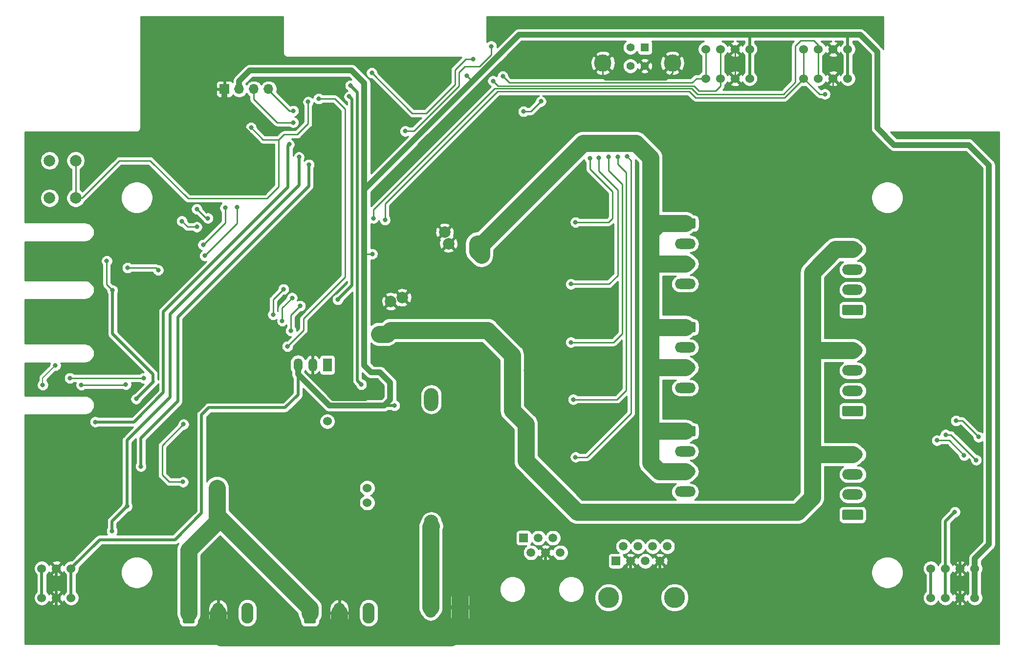
<source format=gbl>
G04 #@! TF.GenerationSoftware,KiCad,Pcbnew,(5.1.9)-1*
G04 #@! TF.CreationDate,2021-04-25T02:40:10+02:00*
G04 #@! TF.ProjectId,water-pump-control,77617465-722d-4707-956d-702d636f6e74,rev?*
G04 #@! TF.SameCoordinates,Original*
G04 #@! TF.FileFunction,Copper,L2,Bot*
G04 #@! TF.FilePolarity,Positive*
%FSLAX46Y46*%
G04 Gerber Fmt 4.6, Leading zero omitted, Abs format (unit mm)*
G04 Created by KiCad (PCBNEW (5.1.9)-1) date 2021-04-25 02:40:10*
%MOMM*%
%LPD*%
G01*
G04 APERTURE LIST*
G04 #@! TA.AperFunction,ComponentPad*
%ADD10C,2.000000*%
G04 #@! TD*
G04 #@! TA.AperFunction,ComponentPad*
%ADD11O,1.700000X1.700000*%
G04 #@! TD*
G04 #@! TA.AperFunction,ComponentPad*
%ADD12R,1.700000X1.700000*%
G04 #@! TD*
G04 #@! TA.AperFunction,ComponentPad*
%ADD13O,3.600000X1.800000*%
G04 #@! TD*
G04 #@! TA.AperFunction,ComponentPad*
%ADD14C,1.400000*%
G04 #@! TD*
G04 #@! TA.AperFunction,ComponentPad*
%ADD15C,3.000000*%
G04 #@! TD*
G04 #@! TA.AperFunction,ComponentPad*
%ADD16R,1.400000X1.400000*%
G04 #@! TD*
G04 #@! TA.AperFunction,ComponentPad*
%ADD17C,1.524000*%
G04 #@! TD*
G04 #@! TA.AperFunction,ComponentPad*
%ADD18O,1.500000X2.300000*%
G04 #@! TD*
G04 #@! TA.AperFunction,ComponentPad*
%ADD19R,1.500000X2.300000*%
G04 #@! TD*
G04 #@! TA.AperFunction,ComponentPad*
%ADD20O,2.080000X3.600000*%
G04 #@! TD*
G04 #@! TA.AperFunction,WasherPad*
%ADD21C,3.650000*%
G04 #@! TD*
G04 #@! TA.AperFunction,ComponentPad*
%ADD22R,1.500000X1.500000*%
G04 #@! TD*
G04 #@! TA.AperFunction,ComponentPad*
%ADD23C,1.500000*%
G04 #@! TD*
G04 #@! TA.AperFunction,ComponentPad*
%ADD24R,1.520000X1.520000*%
G04 #@! TD*
G04 #@! TA.AperFunction,ComponentPad*
%ADD25C,1.520000*%
G04 #@! TD*
G04 #@! TA.AperFunction,ComponentPad*
%ADD26O,2.500000X4.000000*%
G04 #@! TD*
G04 #@! TA.AperFunction,ComponentPad*
%ADD27R,2.000000X2.000000*%
G04 #@! TD*
G04 #@! TA.AperFunction,ViaPad*
%ADD28C,0.800000*%
G04 #@! TD*
G04 #@! TA.AperFunction,Conductor*
%ADD29C,0.500000*%
G04 #@! TD*
G04 #@! TA.AperFunction,Conductor*
%ADD30C,1.000000*%
G04 #@! TD*
G04 #@! TA.AperFunction,Conductor*
%ADD31C,0.250000*%
G04 #@! TD*
G04 #@! TA.AperFunction,Conductor*
%ADD32C,3.000000*%
G04 #@! TD*
G04 #@! TA.AperFunction,Conductor*
%ADD33C,0.200000*%
G04 #@! TD*
G04 #@! TA.AperFunction,Conductor*
%ADD34C,0.254000*%
G04 #@! TD*
G04 #@! TA.AperFunction,Conductor*
%ADD35C,0.100000*%
G04 #@! TD*
G04 APERTURE END LIST*
D10*
X59400000Y-72100000D03*
X54900000Y-72100000D03*
X59400000Y-65600000D03*
X54900000Y-65600000D03*
D11*
X92820000Y-53200000D03*
X90280000Y-53200000D03*
X87740000Y-53200000D03*
D12*
X85200000Y-53200000D03*
D13*
X194000000Y-81000000D03*
X194000000Y-84500000D03*
X194000000Y-88000000D03*
G04 #@! TA.AperFunction,ComponentPad*
G36*
G01*
X195550000Y-92400000D02*
X192450000Y-92400000D01*
G75*
G02*
X192200000Y-92150000I0J250000D01*
G01*
X192200000Y-90850000D01*
G75*
G02*
X192450000Y-90600000I250000J0D01*
G01*
X195550000Y-90600000D01*
G75*
G02*
X195800000Y-90850000I0J-250000D01*
G01*
X195800000Y-92150000D01*
G75*
G02*
X195550000Y-92400000I-250000J0D01*
G01*
G37*
G04 #@! TD.AperFunction*
X194000000Y-116500000D03*
X194000000Y-120000000D03*
X194000000Y-123500000D03*
G04 #@! TA.AperFunction,ComponentPad*
G36*
G01*
X195550000Y-127900000D02*
X192450000Y-127900000D01*
G75*
G02*
X192200000Y-127650000I0J250000D01*
G01*
X192200000Y-126350000D01*
G75*
G02*
X192450000Y-126100000I250000J0D01*
G01*
X195550000Y-126100000D01*
G75*
G02*
X195800000Y-126350000I0J-250000D01*
G01*
X195800000Y-127650000D01*
G75*
G02*
X195550000Y-127900000I-250000J0D01*
G01*
G37*
G04 #@! TD.AperFunction*
X194000000Y-98500000D03*
X194000000Y-102000000D03*
X194000000Y-105500000D03*
G04 #@! TA.AperFunction,ComponentPad*
G36*
G01*
X195550000Y-109900000D02*
X192450000Y-109900000D01*
G75*
G02*
X192200000Y-109650000I0J250000D01*
G01*
X192200000Y-108350000D01*
G75*
G02*
X192450000Y-108100000I250000J0D01*
G01*
X195550000Y-108100000D01*
G75*
G02*
X195800000Y-108350000I0J-250000D01*
G01*
X195800000Y-109650000D01*
G75*
G02*
X195550000Y-109900000I-250000J0D01*
G01*
G37*
G04 #@! TD.AperFunction*
X165000000Y-104980000D03*
X165000000Y-101480000D03*
X165000000Y-97980000D03*
G04 #@! TA.AperFunction,ComponentPad*
G36*
G01*
X163450000Y-93580000D02*
X166550000Y-93580000D01*
G75*
G02*
X166800000Y-93830000I0J-250000D01*
G01*
X166800000Y-95130000D01*
G75*
G02*
X166550000Y-95380000I-250000J0D01*
G01*
X163450000Y-95380000D01*
G75*
G02*
X163200000Y-95130000I0J250000D01*
G01*
X163200000Y-93830000D01*
G75*
G02*
X163450000Y-93580000I250000J0D01*
G01*
G37*
G04 #@! TD.AperFunction*
X165000000Y-123000000D03*
X165000000Y-119500000D03*
X165000000Y-116000000D03*
G04 #@! TA.AperFunction,ComponentPad*
G36*
G01*
X163450000Y-111600000D02*
X166550000Y-111600000D01*
G75*
G02*
X166800000Y-111850000I0J-250000D01*
G01*
X166800000Y-113150000D01*
G75*
G02*
X166550000Y-113400000I-250000J0D01*
G01*
X163450000Y-113400000D01*
G75*
G02*
X163200000Y-113150000I0J250000D01*
G01*
X163200000Y-111850000D01*
G75*
G02*
X163450000Y-111600000I250000J0D01*
G01*
G37*
G04 #@! TD.AperFunction*
X165000000Y-87000000D03*
X165000000Y-83500000D03*
X165000000Y-80000000D03*
G04 #@! TA.AperFunction,ComponentPad*
G36*
G01*
X163450000Y-75600000D02*
X166550000Y-75600000D01*
G75*
G02*
X166800000Y-75850000I0J-250000D01*
G01*
X166800000Y-77150000D01*
G75*
G02*
X166550000Y-77400000I-250000J0D01*
G01*
X163450000Y-77400000D01*
G75*
G02*
X163200000Y-77150000I0J250000D01*
G01*
X163200000Y-75850000D01*
G75*
G02*
X163450000Y-75600000I250000J0D01*
G01*
G37*
G04 #@! TD.AperFunction*
D14*
X155500000Y-46000000D03*
D15*
X150730000Y-48710000D03*
D16*
X158000000Y-46000000D03*
D14*
X155500000Y-49200000D03*
X158000000Y-49200000D03*
D15*
X162770000Y-48710000D03*
D17*
X103000000Y-110800000D03*
X83900000Y-124900000D03*
X83900000Y-122360000D03*
X83900000Y-113440000D03*
X83900000Y-110900000D03*
X109900000Y-124900000D03*
X109900000Y-122360000D03*
X109900000Y-113440000D03*
X109900000Y-110900000D03*
D18*
X97920000Y-101000000D03*
X100460000Y-101000000D03*
D19*
X103000000Y-101000000D03*
D20*
X120920000Y-143000000D03*
G04 #@! TA.AperFunction,ComponentPad*
G36*
G01*
X127040000Y-141449999D02*
X127040000Y-144550001D01*
G75*
G02*
X126790001Y-144800000I-249999J0D01*
G01*
X125209999Y-144800000D01*
G75*
G02*
X124960000Y-144550001I0J249999D01*
G01*
X124960000Y-141449999D01*
G75*
G02*
X125209999Y-141200000I249999J0D01*
G01*
X126790001Y-141200000D01*
G75*
G02*
X127040000Y-141449999I0J-249999D01*
G01*
G37*
G04 #@! TD.AperFunction*
X110160000Y-144000000D03*
X105080000Y-144000000D03*
G04 #@! TA.AperFunction,ComponentPad*
G36*
G01*
X98960000Y-145550001D02*
X98960000Y-142449999D01*
G75*
G02*
X99209999Y-142200000I249999J0D01*
G01*
X100790001Y-142200000D01*
G75*
G02*
X101040000Y-142449999I0J-249999D01*
G01*
X101040000Y-145550001D01*
G75*
G02*
X100790001Y-145800000I-249999J0D01*
G01*
X99209999Y-145800000D01*
G75*
G02*
X98960000Y-145550001I0J249999D01*
G01*
G37*
G04 #@! TD.AperFunction*
X89160000Y-144000000D03*
X84080000Y-144000000D03*
G04 #@! TA.AperFunction,ComponentPad*
G36*
G01*
X77960000Y-145550001D02*
X77960000Y-142449999D01*
G75*
G02*
X78209999Y-142200000I249999J0D01*
G01*
X79790001Y-142200000D01*
G75*
G02*
X80040000Y-142449999I0J-249999D01*
G01*
X80040000Y-145550001D01*
G75*
G02*
X79790001Y-145800000I-249999J0D01*
G01*
X78209999Y-145800000D01*
G75*
G02*
X77960000Y-145550001I0J249999D01*
G01*
G37*
G04 #@! TD.AperFunction*
D21*
X163160000Y-141350000D03*
X151730000Y-141350000D03*
D22*
X153000000Y-135000000D03*
D23*
X154270000Y-132460000D03*
X155540000Y-135000000D03*
X156810000Y-132460000D03*
X158080000Y-135000000D03*
X159350000Y-132460000D03*
X160620000Y-135000000D03*
X161890000Y-132460000D03*
D24*
X137000000Y-131000000D03*
D25*
X138270000Y-133540000D03*
X139540000Y-131000000D03*
X140810000Y-133540000D03*
X142080000Y-131000000D03*
X143350000Y-133540000D03*
D17*
X215160000Y-141380000D03*
X215160000Y-136300000D03*
X212620000Y-136300000D03*
X212620000Y-141380000D03*
X210080000Y-136300000D03*
X210080000Y-141380000D03*
X207540000Y-136300000D03*
X207540000Y-141380000D03*
X58620000Y-136300000D03*
X58620000Y-141380000D03*
X56080000Y-136300000D03*
X56080000Y-141380000D03*
X53540000Y-136300000D03*
X53540000Y-141380000D03*
X193160000Y-51380000D03*
X193160000Y-46300000D03*
X190620000Y-46300000D03*
X190620000Y-51380000D03*
X188080000Y-46300000D03*
X188080000Y-51380000D03*
X185540000Y-46300000D03*
X185540000Y-51380000D03*
X176160000Y-51380000D03*
X176160000Y-46300000D03*
X173620000Y-46300000D03*
X173620000Y-51380000D03*
X171080000Y-46300000D03*
X171080000Y-51380000D03*
X168540000Y-46300000D03*
X168540000Y-51380000D03*
D26*
X121000000Y-107000000D03*
X121000000Y-129000000D03*
D27*
X129000000Y-80000000D03*
D10*
X124000000Y-80000000D03*
D27*
X129672144Y-82000000D03*
D10*
X123327856Y-78000000D03*
D27*
X114000000Y-95000000D03*
D10*
X114000000Y-90000000D03*
D27*
X112000000Y-95672144D03*
D10*
X116000000Y-89327856D03*
D28*
X126000000Y-103100000D03*
X128600000Y-91000000D03*
X114650000Y-108050000D03*
X127200000Y-50900000D03*
X101700000Y-50000000D03*
X64800000Y-83000000D03*
X65800000Y-88100000D03*
X69900000Y-106900000D03*
X110800000Y-81800000D03*
X119000000Y-101000000D03*
X126000000Y-101880000D03*
X131000000Y-104000000D03*
X111700000Y-104900000D03*
X212100000Y-122700000D03*
X206000000Y-124700000D03*
X205900000Y-119700000D03*
X205900000Y-114800000D03*
X205900000Y-107900000D03*
X205900000Y-102800000D03*
X205900000Y-97700000D03*
X206000000Y-90800000D03*
X206000000Y-85700000D03*
X206000000Y-80800000D03*
X167000000Y-69600000D03*
X126000000Y-128600000D03*
X126000000Y-127000000D03*
X126000000Y-125500000D03*
X126000000Y-124000000D03*
X126000000Y-122200000D03*
X59700000Y-101200000D03*
X54700000Y-105900000D03*
X59200000Y-83900000D03*
X63300000Y-87800000D03*
X71800000Y-119900000D03*
X79000000Y-107400000D03*
X68900000Y-101300000D03*
X64750000Y-99350000D03*
X141200000Y-88800000D03*
X141500000Y-80000000D03*
X141200000Y-99000000D03*
X141200000Y-108500000D03*
X141600000Y-117200000D03*
X135800000Y-50400000D03*
X136300000Y-46400000D03*
X118700000Y-63700000D03*
X95000000Y-52100000D03*
X94600000Y-84700000D03*
X98400000Y-80600000D03*
X83200000Y-93200000D03*
X79900000Y-104500000D03*
X82500000Y-99000000D03*
X69500000Y-95100000D03*
X62300000Y-101300000D03*
X57100000Y-113300000D03*
X62600000Y-114500000D03*
X64200000Y-108400000D03*
X61500000Y-139200000D03*
X90200000Y-137700000D03*
X94700000Y-133000000D03*
X94300000Y-143400000D03*
X115400000Y-144100000D03*
X115100000Y-138100000D03*
X114900000Y-128100000D03*
X104800000Y-127800000D03*
X100100000Y-123400000D03*
X97800000Y-115000000D03*
X110200000Y-117000000D03*
X120050000Y-117050000D03*
X123600000Y-91000000D03*
X126000000Y-91000000D03*
X115700000Y-72600000D03*
X112400000Y-70300000D03*
X104500000Y-71600000D03*
X112600000Y-62000000D03*
X118000000Y-53600000D03*
X114800000Y-50600000D03*
X117855000Y-48745000D03*
X123800000Y-48400000D03*
X102100000Y-48000000D03*
X93900000Y-48100000D03*
X101000000Y-72400000D03*
X91900000Y-70800000D03*
X66200000Y-64500000D03*
X67600000Y-67000000D03*
X77400000Y-72700000D03*
X77500000Y-68500000D03*
X92100000Y-48000000D03*
X148200000Y-56000000D03*
X147900000Y-50400000D03*
X170100000Y-55800000D03*
X178600000Y-55800000D03*
X185400000Y-54100000D03*
X178800000Y-52400000D03*
X182400000Y-51000000D03*
X172800000Y-58000000D03*
X177000000Y-58300000D03*
X188900000Y-58300000D03*
X172400000Y-72200000D03*
X178300000Y-72300000D03*
X184800000Y-72300000D03*
X191200000Y-72400000D03*
X178800000Y-64400000D03*
X183200000Y-64400000D03*
X196300000Y-59800000D03*
X205300000Y-69100000D03*
X213500000Y-64700000D03*
X207600000Y-73000000D03*
X207700000Y-78500000D03*
X210500000Y-96600000D03*
X210900000Y-100400000D03*
X210600000Y-107000000D03*
X214600000Y-114900000D03*
X213800000Y-120000000D03*
X214800000Y-129900000D03*
X208500000Y-130000000D03*
X218400000Y-135400000D03*
X201900000Y-124500000D03*
X202200000Y-119400000D03*
X202100000Y-114900000D03*
X203900000Y-107500000D03*
X203700000Y-102400000D03*
X207700000Y-96500000D03*
X203700000Y-90300000D03*
X203700000Y-85500000D03*
X207400000Y-79900000D03*
X190900000Y-86400000D03*
X190900000Y-89700000D03*
X190800000Y-103700000D03*
X190600000Y-109000000D03*
X191000000Y-125300000D03*
X191400000Y-121700000D03*
X187500000Y-128700000D03*
X183900000Y-130800000D03*
X180700000Y-132700000D03*
X175300000Y-132800000D03*
X170800000Y-132900000D03*
X167400000Y-132900000D03*
X163900000Y-133000000D03*
X182500000Y-123600000D03*
X177800000Y-123700000D03*
X173900000Y-123700000D03*
X170100000Y-123800000D03*
X184200000Y-121400000D03*
X184300000Y-116800000D03*
X184300000Y-111700000D03*
X184300000Y-106300000D03*
X184300000Y-101300000D03*
X184300000Y-96500000D03*
X184200000Y-91100000D03*
X184200000Y-85300000D03*
X185600000Y-81600000D03*
X188300000Y-79000000D03*
X193800000Y-77700000D03*
X169800000Y-77800000D03*
X170000000Y-81400000D03*
X170000000Y-85600000D03*
X169900000Y-89600000D03*
X169800000Y-94000000D03*
X169800000Y-98100000D03*
X169600000Y-101900000D03*
X169700000Y-105400000D03*
X169700000Y-110100000D03*
X169600000Y-113800000D03*
X169600000Y-117700000D03*
X169600000Y-121200000D03*
X167800000Y-73100000D03*
X166975000Y-63925000D03*
X161000000Y-61500000D03*
X150200000Y-58500000D03*
X144600000Y-61000000D03*
X141600000Y-64400000D03*
X136400000Y-63200000D03*
X132000000Y-73200000D03*
X134500000Y-80200000D03*
X136000000Y-83000000D03*
X139100000Y-79300000D03*
X141500000Y-76300000D03*
X135900000Y-122700000D03*
X134500000Y-117700000D03*
X134100000Y-112900000D03*
X136800000Y-92000000D03*
X136700000Y-86800000D03*
X141300000Y-112300000D03*
X141450000Y-102450000D03*
X141600000Y-92600000D03*
X141700000Y-82700000D03*
X142000000Y-72000000D03*
X137000000Y-76700000D03*
X136100000Y-69600000D03*
X101500000Y-87200000D03*
X104000000Y-84600000D03*
X111600000Y-84500000D03*
X117600000Y-81600000D03*
X120400000Y-78000000D03*
X119000000Y-70700000D03*
X114300000Y-68500000D03*
X104800000Y-68100000D03*
X89300000Y-64100000D03*
X86400000Y-50000000D03*
X81700000Y-137200000D03*
X75900000Y-133100000D03*
X97600000Y-136900000D03*
X107500000Y-137500000D03*
X102000000Y-137500000D03*
X112400000Y-130400000D03*
X131700000Y-137700000D03*
X126000000Y-137600000D03*
X138100000Y-136200000D03*
X146200000Y-136000000D03*
X120600000Y-103400000D03*
X126000000Y-97900000D03*
X128900000Y-85100000D03*
X119400000Y-85600000D03*
X129100000Y-76700000D03*
X130600000Y-74600000D03*
X132500000Y-105400000D03*
X132300000Y-100600000D03*
X136800000Y-96700000D03*
X137400000Y-102000000D03*
X161600000Y-45300000D03*
X179000000Y-45500000D03*
X196000000Y-46800000D03*
X196600000Y-42100000D03*
X188700000Y-42100000D03*
X179700000Y-42300000D03*
X171400000Y-42300000D03*
X163100000Y-41800000D03*
X156100000Y-41900000D03*
X150100000Y-41700000D03*
X147000000Y-41700000D03*
X134700000Y-41900000D03*
X132200000Y-42800000D03*
X141100000Y-47000000D03*
X144700000Y-55200000D03*
X126400000Y-56300000D03*
X130500000Y-58400000D03*
X131200000Y-68000000D03*
X75600000Y-81900000D03*
X71200000Y-80100000D03*
X65300000Y-80000000D03*
X62300000Y-80100000D03*
X68700000Y-90200000D03*
X68800000Y-87400000D03*
X63000000Y-96100000D03*
X62700000Y-90600000D03*
X78400000Y-97300000D03*
X82300000Y-96100000D03*
X69800000Y-96900000D03*
X65400000Y-112700000D03*
X69800000Y-120400000D03*
X53700000Y-101100000D03*
X78600000Y-93600000D03*
X78800000Y-103000000D03*
X84300000Y-87500000D03*
X78400000Y-84000000D03*
X98300000Y-74000000D03*
X100460000Y-95460000D03*
X104400000Y-96600000D03*
X97600000Y-109400000D03*
X99900000Y-109500000D03*
X89800000Y-127400000D03*
X65100000Y-125200000D03*
X65100000Y-117800000D03*
X86300000Y-120000000D03*
X86300000Y-116300000D03*
X79500000Y-114000000D03*
X79900000Y-119000000D03*
X75450000Y-110650000D03*
X95300000Y-101700000D03*
X94400000Y-106000000D03*
X60200000Y-130500000D03*
X52100000Y-130400000D03*
X55900000Y-132100000D03*
X122350000Y-119350000D03*
X110700000Y-50400000D03*
X128300000Y-48000000D03*
X78100000Y-111300000D03*
X78000000Y-121300000D03*
X55900000Y-101100000D03*
X53700000Y-104500000D03*
X108900000Y-104400000D03*
X107000000Y-52600000D03*
X137000000Y-57100000D03*
X140000000Y-55349982D03*
X131400000Y-45800000D03*
X116500000Y-60500000D03*
X68300000Y-125500000D03*
X65700000Y-129800000D03*
X98100000Y-65000000D03*
X99800000Y-66300000D03*
X70700000Y-118600000D03*
X189200000Y-54100000D03*
X80400000Y-77100000D03*
X77800000Y-76100000D03*
X113000000Y-75900000D03*
X97100000Y-59000000D03*
X80400000Y-74000000D03*
X82300000Y-75600000D03*
X111000000Y-75600000D03*
X68400000Y-84200000D03*
X73700000Y-84600000D03*
X97099992Y-57000000D03*
X58400000Y-103300000D03*
X71200000Y-103300000D03*
X60400000Y-104500000D03*
X68100000Y-104400000D03*
X131700000Y-51800000D03*
X133400000Y-51000000D03*
X62800000Y-110900000D03*
X96400000Y-62800000D03*
X211700000Y-126500000D03*
X81500000Y-80200000D03*
X85300000Y-73800000D03*
X87400000Y-73700000D03*
X81800000Y-82100000D03*
X145600000Y-107000000D03*
X153300000Y-65000000D03*
X145200000Y-87000000D03*
X150000000Y-65100000D03*
X146000000Y-117000000D03*
X154900000Y-64900000D03*
X145200000Y-97100000D03*
X151700000Y-65000000D03*
X146000000Y-76300000D03*
X148500000Y-65200000D03*
X104800000Y-89700000D03*
X106800000Y-54500000D03*
X213300000Y-116700000D03*
X208600000Y-114100000D03*
X93600000Y-92300000D03*
X95400000Y-87900000D03*
X215400000Y-117500000D03*
X210100000Y-113100000D03*
X95200000Y-93400000D03*
X96900000Y-89400000D03*
X215800000Y-113500000D03*
X211900000Y-110700000D03*
X96700000Y-95100000D03*
X98300000Y-90800000D03*
X96100000Y-97800000D03*
X101500000Y-54900000D03*
X99677818Y-55422182D03*
X89800000Y-59900000D03*
D29*
X114650000Y-108050000D02*
X103350000Y-108050000D01*
X101650000Y-106350000D02*
X97920000Y-102620000D01*
X103350000Y-108050000D02*
X101650000Y-106350000D01*
D30*
X97920000Y-102620000D02*
X103350000Y-108050000D01*
X215160000Y-134540000D02*
X215160000Y-136300000D01*
X217600000Y-132100000D02*
X215160000Y-134540000D01*
X195300000Y-43800000D02*
X198300000Y-46800000D01*
X214100000Y-62900000D02*
X217600000Y-66400000D01*
X198300000Y-60000000D02*
X201200000Y-62900000D01*
X217600000Y-66400000D02*
X217600000Y-132100000D01*
X201200000Y-62900000D02*
X214100000Y-62900000D01*
X198300000Y-46800000D02*
X198300000Y-60000000D01*
X215160000Y-141380000D02*
X215160000Y-136300000D01*
X97920000Y-102620000D02*
X97920000Y-101000000D01*
D29*
X176160000Y-51380000D02*
X176160000Y-46300000D01*
X176160000Y-43860000D02*
X176100000Y-43800000D01*
X176160000Y-46300000D02*
X176160000Y-43860000D01*
X193160000Y-51380000D02*
X193160000Y-46300000D01*
X193160000Y-44060000D02*
X192900000Y-43800000D01*
X193160000Y-46300000D02*
X193160000Y-44060000D01*
D30*
X192900000Y-43800000D02*
X195300000Y-43800000D01*
X176100000Y-43800000D02*
X192900000Y-43800000D01*
X136200000Y-43800000D02*
X176100000Y-43800000D01*
X110600000Y-102300000D02*
X109400000Y-101100000D01*
X112100000Y-102300000D02*
X110600000Y-102300000D01*
X113900000Y-104100000D02*
X112100000Y-102300000D01*
X113900000Y-107000000D02*
X113900000Y-104100000D01*
X112850000Y-108050000D02*
X113900000Y-107000000D01*
X103350000Y-108050000D02*
X112850000Y-108050000D01*
D31*
X128050000Y-51750000D02*
X128250000Y-51750000D01*
X127200000Y-50900000D02*
X128050000Y-51750000D01*
D30*
X128250000Y-51750000D02*
X136200000Y-43800000D01*
X109400000Y-70600000D02*
X128250000Y-51750000D01*
X109400000Y-70600000D02*
X109400000Y-52200000D01*
X107200000Y-50000000D02*
X101700000Y-50000000D01*
X109400000Y-52200000D02*
X107200000Y-50000000D01*
D31*
X64800000Y-87100000D02*
X65800000Y-88100000D01*
X64800000Y-83000000D02*
X64800000Y-87100000D01*
D29*
X58620000Y-136300000D02*
X58620000Y-141380000D01*
X72800000Y-102600000D02*
X65800000Y-95600000D01*
X72800000Y-103800000D02*
X72800000Y-102600000D01*
X72900000Y-103900000D02*
X72800000Y-103800000D01*
X65800000Y-95600000D02*
X65800000Y-88100000D01*
X69900000Y-106900000D02*
X72900000Y-103900000D01*
X97920000Y-106180000D02*
X97920000Y-101000000D01*
X82500000Y-108400000D02*
X95700000Y-108400000D01*
X81200000Y-109700000D02*
X82500000Y-108400000D01*
X76600000Y-131300000D02*
X81200000Y-126700000D01*
X81200000Y-126700000D02*
X81200000Y-109700000D01*
X63600000Y-131300000D02*
X76600000Y-131300000D01*
X58620000Y-136280000D02*
X63600000Y-131300000D01*
X95700000Y-108400000D02*
X97920000Y-106180000D01*
X58620000Y-136300000D02*
X58620000Y-136280000D01*
D30*
X101700000Y-50000000D02*
X89600000Y-50000000D01*
X87740000Y-51860000D02*
X87740000Y-53400000D01*
X89600000Y-50000000D02*
X87740000Y-51860000D01*
D31*
X109500000Y-81800000D02*
X109400000Y-81900000D01*
X110800000Y-81800000D02*
X109500000Y-81800000D01*
D30*
X109400000Y-81900000D02*
X109400000Y-70600000D01*
X109400000Y-101100000D02*
X109400000Y-81900000D01*
D32*
X126000000Y-143000000D02*
X126000000Y-137600000D01*
X116440000Y-113440000D02*
X109900000Y-113440000D01*
X126000000Y-123000000D02*
X122350000Y-119350000D01*
X109900000Y-113440000D02*
X109900000Y-110900000D01*
X83900000Y-110900000D02*
X83900000Y-113440000D01*
X83900000Y-113440000D02*
X90440000Y-113440000D01*
X90440000Y-113440000D02*
X92000000Y-115000000D01*
X108340000Y-115000000D02*
X109900000Y-113440000D01*
X92000000Y-115000000D02*
X97800000Y-115000000D01*
D29*
X119880000Y-101880000D02*
X126000000Y-101880000D01*
X119000000Y-101000000D02*
X119880000Y-101880000D01*
X131000000Y-104000000D02*
X128000000Y-104000000D01*
X126000000Y-102000000D02*
X126000000Y-101880000D01*
X128000000Y-104000000D02*
X126000000Y-102000000D01*
X111700000Y-104900000D02*
X109600000Y-107000000D01*
X109600000Y-107000000D02*
X104000000Y-107000000D01*
X100460000Y-103460000D02*
X100460000Y-101000000D01*
X104000000Y-107000000D02*
X100460000Y-103460000D01*
X212100000Y-122700000D02*
X210200000Y-124600000D01*
X206100000Y-124600000D02*
X206000000Y-124700000D01*
X210200000Y-124600000D02*
X206100000Y-124600000D01*
X205900000Y-119700000D02*
X205900000Y-114800000D01*
X205900000Y-107900000D02*
X205900000Y-114800000D01*
X205900000Y-102800000D02*
X205900000Y-107900000D01*
X205900000Y-97700000D02*
X205900000Y-102800000D01*
X206000000Y-97600000D02*
X205900000Y-97700000D01*
X206000000Y-90800000D02*
X206000000Y-97600000D01*
X206000000Y-85700000D02*
X206000000Y-90800000D01*
X206000000Y-80800000D02*
X206000000Y-85700000D01*
X212620000Y-141380000D02*
X212620000Y-136300000D01*
X160620000Y-135000000D02*
X160620000Y-136880000D01*
X160620000Y-136880000D02*
X159800000Y-137700000D01*
X159800000Y-137700000D02*
X156200000Y-137700000D01*
X155540000Y-137040000D02*
X155540000Y-135000000D01*
X156200000Y-137700000D02*
X155540000Y-137040000D01*
X140810000Y-133540000D02*
X140810000Y-135010000D01*
X142840000Y-137040000D02*
X155540000Y-137040000D01*
X140810000Y-135010000D02*
X142840000Y-137040000D01*
X159800000Y-137700000D02*
X189600000Y-137700000D01*
X189600000Y-137700000D02*
X198200000Y-146300000D01*
X198200000Y-146300000D02*
X210700000Y-146300000D01*
X212620000Y-144380000D02*
X212620000Y-141380000D01*
X210700000Y-146300000D02*
X212620000Y-144380000D01*
X212620000Y-136300000D02*
X212620000Y-130280000D01*
X212620000Y-130280000D02*
X215000000Y-127900000D01*
X215000000Y-125600000D02*
X212100000Y-122700000D01*
X215000000Y-127900000D02*
X215000000Y-125600000D01*
X206000000Y-119800000D02*
X205900000Y-119700000D01*
X206000000Y-124700000D02*
X206000000Y-119800000D01*
X204951998Y-80800000D02*
X203351998Y-79200000D01*
X206000000Y-80800000D02*
X204951998Y-80800000D01*
X203351998Y-79200000D02*
X198000000Y-79200000D01*
X188400000Y-69600000D02*
X167000000Y-69600000D01*
X198000000Y-79200000D02*
X191200000Y-72400000D01*
D31*
X190620000Y-67380000D02*
X188400000Y-69600000D01*
X190620000Y-51380000D02*
X190620000Y-67380000D01*
X173620000Y-46300000D02*
X173620000Y-51380000D01*
X150730000Y-48710000D02*
X150730000Y-51230000D01*
X150730000Y-51230000D02*
X151100000Y-51600000D01*
X151100000Y-51600000D02*
X161600000Y-51600000D01*
X162770000Y-50430000D02*
X162770000Y-48710000D01*
X161600000Y-51600000D02*
X162770000Y-50430000D01*
D32*
X126000000Y-128600000D02*
X126000000Y-127000000D01*
X126000000Y-127000000D02*
X126000000Y-125500000D01*
X126000000Y-125500000D02*
X126000000Y-124000000D01*
X126000000Y-124000000D02*
X126000000Y-123000000D01*
X84080000Y-147780000D02*
X84574990Y-148274990D01*
X84080000Y-144000000D02*
X84080000Y-147780000D01*
X126000000Y-146700000D02*
X126000000Y-143000000D01*
X124425010Y-148274990D02*
X126000000Y-146700000D01*
X105080000Y-148020000D02*
X104825010Y-148274990D01*
X105080000Y-144000000D02*
X105080000Y-148020000D01*
X104825010Y-148274990D02*
X124425010Y-148274990D01*
X84574990Y-148274990D02*
X104825010Y-148274990D01*
D31*
X54700000Y-105900000D02*
X54700000Y-104600000D01*
X58100000Y-101200000D02*
X59700000Y-101200000D01*
X54700000Y-104600000D02*
X58100000Y-101200000D01*
X63100000Y-87800000D02*
X63300000Y-87800000D01*
X59200000Y-83900000D02*
X63100000Y-87800000D01*
D29*
X56080000Y-141380000D02*
X56080000Y-136300000D01*
X56080000Y-141380000D02*
X56080000Y-143580000D01*
X60774990Y-148274990D02*
X84574990Y-148274990D01*
X56080000Y-143580000D02*
X60774990Y-148274990D01*
X71800000Y-119900000D02*
X72300000Y-119400000D01*
X72300000Y-119400000D02*
X72300000Y-113800000D01*
X78700000Y-107400000D02*
X79000000Y-107400000D01*
X72300000Y-113800000D02*
X75450000Y-110650000D01*
X68900000Y-101300000D02*
X66700000Y-101300000D01*
X66700000Y-101300000D02*
X64750000Y-99350000D01*
D31*
X141200000Y-80300000D02*
X141500000Y-80000000D01*
X141200000Y-88800000D02*
X141200000Y-80300000D01*
X141200000Y-99000000D02*
X141200000Y-88800000D01*
X141200000Y-108500000D02*
X141200000Y-99000000D01*
X141200000Y-116800000D02*
X141200000Y-108500000D01*
X141600000Y-117200000D02*
X141200000Y-116800000D01*
X135800000Y-50400000D02*
X136300000Y-49900000D01*
X118700000Y-63700000D02*
X118700000Y-62800000D01*
X133000000Y-48500000D02*
X136300000Y-48500000D01*
X118700000Y-62800000D02*
X133000000Y-48500000D01*
X136300000Y-48500000D02*
X136300000Y-46400000D01*
X136300000Y-49900000D02*
X136300000Y-48500000D01*
D30*
X85200000Y-53400000D02*
X85200000Y-56900000D01*
X85200000Y-56900000D02*
X89200000Y-60900000D01*
X95000000Y-52300000D02*
X95000000Y-52100000D01*
D32*
X97800000Y-115000000D02*
X108340000Y-115000000D01*
X120050000Y-117050000D02*
X116440000Y-113440000D01*
D29*
X191200000Y-72400000D02*
X188400000Y-69600000D01*
D32*
X126000000Y-137600000D02*
X126000000Y-128600000D01*
D29*
X75450000Y-110650000D02*
X78700000Y-107400000D01*
D32*
X122350000Y-119350000D02*
X120050000Y-117050000D01*
X113327856Y-95672144D02*
X114000000Y-95000000D01*
X112000000Y-95672144D02*
X113327856Y-95672144D01*
X191000000Y-81000000D02*
X194000000Y-81000000D01*
X187000000Y-85000000D02*
X191000000Y-81000000D01*
X187500000Y-98500000D02*
X187000000Y-98000000D01*
X194000000Y-98500000D02*
X187500000Y-98500000D01*
X187000000Y-98000000D02*
X187000000Y-85000000D01*
X187500000Y-116500000D02*
X187000000Y-117000000D01*
X194000000Y-116500000D02*
X187500000Y-116500000D01*
X187000000Y-117000000D02*
X187000000Y-98000000D01*
X187000000Y-124000000D02*
X187000000Y-117000000D01*
X137400000Y-111300000D02*
X137400000Y-117600000D01*
X146300000Y-126500000D02*
X184500000Y-126500000D01*
X135000000Y-108900000D02*
X137400000Y-111300000D01*
X135000000Y-99300000D02*
X135000000Y-108900000D01*
X137400000Y-117600000D02*
X146300000Y-126500000D01*
X130700000Y-95000000D02*
X135000000Y-99300000D01*
X184500000Y-126500000D02*
X187000000Y-124000000D01*
X114000000Y-95000000D02*
X130700000Y-95000000D01*
D31*
X110700000Y-50400000D02*
X117700000Y-57400000D01*
X117700000Y-57400000D02*
X120100000Y-57400000D01*
X120100000Y-57400000D02*
X125100000Y-52400000D01*
X125100000Y-52400000D02*
X125100000Y-49900000D01*
X127000000Y-48000000D02*
X128300000Y-48000000D01*
X125100000Y-49900000D02*
X127000000Y-48000000D01*
D32*
X79000000Y-144000000D02*
X79000000Y-133100000D01*
X83900000Y-128200000D02*
X83900000Y-124900000D01*
X79000000Y-133100000D02*
X83900000Y-128200000D01*
X83900000Y-124900000D02*
X83900000Y-122360000D01*
X83900000Y-124900000D02*
X83900000Y-127100000D01*
X100000000Y-143200000D02*
X100000000Y-144000000D01*
X83900000Y-127100000D02*
X100000000Y-143200000D01*
D31*
X78100000Y-111300000D02*
X74400000Y-115000000D01*
X74400000Y-115000000D02*
X74400000Y-120100000D01*
X75600000Y-121300000D02*
X78000000Y-121300000D01*
X74400000Y-120100000D02*
X75600000Y-121300000D01*
D32*
X165000000Y-119500000D02*
X160500000Y-119500000D01*
X160500000Y-119500000D02*
X159000000Y-118000000D01*
X160500000Y-76500000D02*
X165000000Y-76500000D01*
X159000000Y-78000000D02*
X160500000Y-76500000D01*
X129000000Y-81327856D02*
X129672144Y-82000000D01*
X129000000Y-80000000D02*
X129000000Y-81327856D01*
X159000000Y-82000000D02*
X159000000Y-78000000D01*
X159500000Y-83500000D02*
X159000000Y-84000000D01*
X165000000Y-83500000D02*
X159500000Y-83500000D01*
X159000000Y-84000000D02*
X159000000Y-82000000D01*
X159480000Y-94480000D02*
X159000000Y-94000000D01*
X159000000Y-94000000D02*
X159000000Y-84000000D01*
X165000000Y-94480000D02*
X159480000Y-94480000D01*
X159520000Y-101480000D02*
X159000000Y-102000000D01*
X165000000Y-101480000D02*
X159520000Y-101480000D01*
X159000000Y-102000000D02*
X159000000Y-94000000D01*
X159500000Y-112500000D02*
X159000000Y-113000000D01*
X165000000Y-112500000D02*
X159500000Y-112500000D01*
X159000000Y-113000000D02*
X159000000Y-102000000D01*
X159000000Y-118000000D02*
X159000000Y-113000000D01*
X159000000Y-65100000D02*
X159000000Y-82000000D01*
X156500000Y-62600000D02*
X159000000Y-65100000D01*
X147300000Y-62600000D02*
X156500000Y-62600000D01*
X129672144Y-80227856D02*
X147300000Y-62600000D01*
X129672144Y-82000000D02*
X129672144Y-80227856D01*
D33*
X53700000Y-103300000D02*
X53700000Y-104500000D01*
X55900000Y-101100000D02*
X53700000Y-103300000D01*
D29*
X108200000Y-53800000D02*
X107000000Y-52600000D01*
X108200000Y-103700000D02*
X108200000Y-53800000D01*
X108900000Y-104400000D02*
X108200000Y-103700000D01*
D31*
X137000000Y-57100000D02*
X138249982Y-57100000D01*
X138249982Y-57100000D02*
X140000000Y-55349982D01*
X131400000Y-45800000D02*
X131400000Y-47300000D01*
X131400000Y-47300000D02*
X129400000Y-49300000D01*
X129400000Y-49300000D02*
X126800000Y-49300000D01*
X126800000Y-49300000D02*
X125800000Y-50300000D01*
X125800000Y-50300000D02*
X125800000Y-52700000D01*
X118000000Y-60500000D02*
X116500000Y-60500000D01*
X125800000Y-52700000D02*
X118000000Y-60500000D01*
D29*
X65700000Y-128100000D02*
X65700000Y-129800000D01*
X68300000Y-125500000D02*
X65700000Y-128100000D01*
X68300000Y-125500000D02*
X68300000Y-114100000D01*
X68300000Y-114100000D02*
X75800000Y-106600000D01*
X75800000Y-106600000D02*
X75800000Y-92200000D01*
X98100000Y-69900000D02*
X98100000Y-65000000D01*
X75800000Y-92200000D02*
X98100000Y-69900000D01*
X99800000Y-66300000D02*
X99800000Y-70000000D01*
X99800000Y-70000000D02*
X77100000Y-92700000D01*
X77100000Y-92700000D02*
X77100000Y-107300000D01*
X70700000Y-113700000D02*
X70700000Y-118600000D01*
X77100000Y-107300000D02*
X70700000Y-113700000D01*
D32*
X120920000Y-129080000D02*
X121000000Y-129000000D01*
X120920000Y-143000000D02*
X120920000Y-129080000D01*
D31*
X185540000Y-46300000D02*
X185540000Y-51380000D01*
X188260000Y-54100000D02*
X189200000Y-54100000D01*
X185540000Y-51380000D02*
X188260000Y-54100000D01*
X78800000Y-77100000D02*
X77800000Y-76100000D01*
X80400000Y-77100000D02*
X78800000Y-77100000D01*
X182220000Y-54700000D02*
X185540000Y-51380000D01*
X166800000Y-54700000D02*
X182220000Y-54700000D01*
X165700000Y-53600000D02*
X166800000Y-54700000D01*
X132500000Y-53600000D02*
X165700000Y-53600000D01*
X113000000Y-73100000D02*
X132500000Y-53600000D01*
X113000000Y-75900000D02*
X113000000Y-73100000D01*
X90280000Y-53400000D02*
X90280000Y-54980000D01*
X94300000Y-59000000D02*
X97100000Y-59000000D01*
X90280000Y-54980000D02*
X94300000Y-59000000D01*
X82000000Y-75600000D02*
X82300000Y-75600000D01*
X80400000Y-74000000D02*
X82000000Y-75600000D01*
X188080000Y-45580000D02*
X188080000Y-46300000D01*
X185000000Y-44800000D02*
X187300000Y-44800000D01*
X187300000Y-44800000D02*
X188080000Y-45580000D01*
X184100000Y-45700000D02*
X185000000Y-44800000D01*
X184100000Y-52000000D02*
X184100000Y-45700000D01*
X167100000Y-54100000D02*
X182000000Y-54100000D01*
X132000000Y-53100000D02*
X166100000Y-53100000D01*
X111000000Y-74100000D02*
X132000000Y-53100000D01*
X182000000Y-54100000D02*
X184100000Y-52000000D01*
X166100000Y-53100000D02*
X167100000Y-54100000D01*
X111000000Y-75600000D02*
X111000000Y-74100000D01*
X188080000Y-51380000D02*
X188080000Y-46300000D01*
X73300000Y-84200000D02*
X73700000Y-84600000D01*
X68400000Y-84200000D02*
X73300000Y-84200000D01*
X92820000Y-53400000D02*
X96420000Y-57000000D01*
X96420000Y-57000000D02*
X97099992Y-57000000D01*
X58400000Y-103300000D02*
X71200000Y-103300000D01*
X68000000Y-104500000D02*
X68100000Y-104400000D01*
X60400000Y-104500000D02*
X68000000Y-104500000D01*
X171080000Y-46300000D02*
X171080000Y-51380000D01*
X167400000Y-53500000D02*
X166549990Y-52649990D01*
X170300000Y-53500000D02*
X167400000Y-53500000D01*
X171080000Y-52720000D02*
X170300000Y-53500000D01*
X171080000Y-51380000D02*
X171080000Y-52720000D01*
X166549990Y-52649990D02*
X150213580Y-52649990D01*
X132549990Y-52649990D02*
X131700000Y-51800000D01*
X150213580Y-52649990D02*
X132549990Y-52649990D01*
X168540000Y-51380000D02*
X168540000Y-46300000D01*
X166920000Y-51380000D02*
X166200000Y-52100000D01*
X166200000Y-52100000D02*
X163600000Y-52100000D01*
X168540000Y-51380000D02*
X166920000Y-51380000D01*
X134500000Y-52100000D02*
X150600000Y-52100000D01*
X133400000Y-51000000D02*
X134500000Y-52100000D01*
X150600000Y-52100000D02*
X150300000Y-52100000D01*
X163600000Y-52100000D02*
X150600000Y-52100000D01*
D29*
X53540000Y-141380000D02*
X53540000Y-136300000D01*
X62800000Y-110900000D02*
X69500000Y-110900000D01*
X69500000Y-110900000D02*
X74600000Y-105800000D01*
X74600000Y-105800000D02*
X74600000Y-91800000D01*
X74600000Y-91800000D02*
X96200000Y-70200000D01*
X96200000Y-63000000D02*
X96400000Y-62800000D01*
X96200000Y-70200000D02*
X96200000Y-63000000D01*
X210080000Y-141380000D02*
X210080000Y-136300000D01*
X210080000Y-128120000D02*
X211700000Y-126500000D01*
X210080000Y-136300000D02*
X210080000Y-128120000D01*
X207540000Y-136300000D02*
X207540000Y-141380000D01*
D31*
X85300000Y-76400000D02*
X85300000Y-73800000D01*
X81500000Y-80200000D02*
X85300000Y-76400000D01*
X87400000Y-76500000D02*
X81800000Y-82100000D01*
X87400000Y-73700000D02*
X87400000Y-76500000D01*
X145600000Y-107000000D02*
X153200000Y-107000000D01*
X153200000Y-107000000D02*
X154800000Y-105400000D01*
X154800000Y-105400000D02*
X154800000Y-97500000D01*
X154800000Y-97500000D02*
X154800000Y-67700000D01*
X153300000Y-66200000D02*
X153300000Y-65000000D01*
X154800000Y-67700000D02*
X153300000Y-66200000D01*
X145200000Y-87000000D02*
X151800000Y-87000000D01*
X151800000Y-87000000D02*
X153300000Y-85500000D01*
X153300000Y-85500000D02*
X153300000Y-70700000D01*
X150000000Y-67400000D02*
X150000000Y-65100000D01*
X153300000Y-70700000D02*
X150000000Y-67400000D01*
X146000000Y-117000000D02*
X148000000Y-117000000D01*
X148000000Y-117000000D02*
X155600000Y-109400000D01*
X155600000Y-65600000D02*
X154900000Y-64900000D01*
X155600000Y-109400000D02*
X155600000Y-65600000D01*
X145200000Y-97100000D02*
X152600000Y-97100000D01*
X152600000Y-97100000D02*
X154100000Y-95600000D01*
X154100000Y-95600000D02*
X154100000Y-69700000D01*
X151700000Y-67300000D02*
X151700000Y-65000000D01*
X154100000Y-69700000D02*
X151700000Y-67300000D01*
X146000000Y-76300000D02*
X151700000Y-76300000D01*
X151700000Y-76300000D02*
X152400000Y-75600000D01*
X152400000Y-75600000D02*
X152400000Y-71000000D01*
X148500000Y-67100000D02*
X148500000Y-65200000D01*
X152400000Y-71000000D02*
X148500000Y-67100000D01*
D29*
X104800000Y-89700000D02*
X107300000Y-87200000D01*
X107300000Y-55000000D02*
X106800000Y-54500000D01*
X107300000Y-87200000D02*
X107300000Y-55000000D01*
D31*
X210700000Y-114100000D02*
X208600000Y-114100000D01*
X213300000Y-116700000D02*
X210700000Y-114100000D01*
X93600000Y-89700000D02*
X95400000Y-87900000D01*
X93600000Y-92300000D02*
X93600000Y-89700000D01*
X211000000Y-113100000D02*
X210100000Y-113100000D01*
X215400000Y-117500000D02*
X211000000Y-113100000D01*
X95200000Y-91100000D02*
X96900000Y-89400000D01*
X95200000Y-93400000D02*
X95200000Y-91100000D01*
X213000000Y-110700000D02*
X211900000Y-110700000D01*
X215800000Y-113500000D02*
X213000000Y-110700000D01*
X96700000Y-92400000D02*
X98300000Y-90800000D01*
X96700000Y-95100000D02*
X96700000Y-92400000D01*
X106100000Y-85800000D02*
X106100000Y-56695000D01*
X96100000Y-97800000D02*
X98900000Y-95000000D01*
X98900000Y-95000000D02*
X98900000Y-93000000D01*
X98900000Y-93000000D02*
X106100000Y-85800000D01*
X106100000Y-56695000D02*
X104305000Y-54900000D01*
X104305000Y-54900000D02*
X101500000Y-54900000D01*
X99677818Y-55422182D02*
X99677818Y-59222182D01*
X99677818Y-59222182D02*
X97800000Y-61100000D01*
X97800000Y-61100000D02*
X95500000Y-61100000D01*
X95500000Y-61100000D02*
X94600000Y-62000000D01*
X59400000Y-72100000D02*
X59400000Y-65600000D01*
X91900000Y-62000000D02*
X89800000Y-59900000D01*
X94600000Y-62000000D02*
X91900000Y-62000000D01*
X60500000Y-72100000D02*
X59400000Y-72100000D01*
X67000000Y-65600000D02*
X60500000Y-72100000D01*
X72300000Y-65600000D02*
X67000000Y-65600000D01*
X78900000Y-72200000D02*
X72300000Y-65600000D01*
X94600000Y-70100000D02*
X92500000Y-72200000D01*
X92500000Y-72200000D02*
X78900000Y-72200000D01*
X94600000Y-62000000D02*
X94600000Y-70100000D01*
D34*
X95340001Y-46967571D02*
X95336807Y-47000000D01*
X95349550Y-47129383D01*
X95387290Y-47253793D01*
X95448575Y-47368450D01*
X95531052Y-47468948D01*
X95631550Y-47551425D01*
X95746207Y-47612710D01*
X95870617Y-47650450D01*
X95967581Y-47660000D01*
X96000000Y-47663193D01*
X96032419Y-47660000D01*
X126265198Y-47660000D01*
X124588998Y-49336201D01*
X124560000Y-49359999D01*
X124536202Y-49388997D01*
X124536201Y-49388998D01*
X124465026Y-49475724D01*
X124394454Y-49607754D01*
X124368155Y-49694454D01*
X124354271Y-49740226D01*
X124350998Y-49751015D01*
X124336324Y-49900000D01*
X124340001Y-49937332D01*
X124340000Y-52085198D01*
X119785199Y-56640000D01*
X118014802Y-56640000D01*
X111735000Y-50360199D01*
X111735000Y-50298061D01*
X111695226Y-50098102D01*
X111617205Y-49909744D01*
X111503937Y-49740226D01*
X111359774Y-49596063D01*
X111190256Y-49482795D01*
X111001898Y-49404774D01*
X110801939Y-49365000D01*
X110598061Y-49365000D01*
X110398102Y-49404774D01*
X110209744Y-49482795D01*
X110040226Y-49596063D01*
X109896063Y-49740226D01*
X109782795Y-49909744D01*
X109704774Y-50098102D01*
X109665000Y-50298061D01*
X109665000Y-50501939D01*
X109704774Y-50701898D01*
X109782795Y-50890256D01*
X109896063Y-51059774D01*
X110040226Y-51203937D01*
X110209744Y-51317205D01*
X110398102Y-51395226D01*
X110598061Y-51435000D01*
X110660199Y-51435000D01*
X117136201Y-57911003D01*
X117159999Y-57940001D01*
X117188997Y-57963799D01*
X117275723Y-58034974D01*
X117365189Y-58082795D01*
X117407753Y-58105546D01*
X117551014Y-58149003D01*
X117662667Y-58160000D01*
X117662677Y-58160000D01*
X117700000Y-58163676D01*
X117737323Y-58160000D01*
X119265199Y-58160000D01*
X117685199Y-59740000D01*
X117203711Y-59740000D01*
X117159774Y-59696063D01*
X116990256Y-59582795D01*
X116801898Y-59504774D01*
X116601939Y-59465000D01*
X116398061Y-59465000D01*
X116198102Y-59504774D01*
X116009744Y-59582795D01*
X115840226Y-59696063D01*
X115696063Y-59840226D01*
X115582795Y-60009744D01*
X115504774Y-60198102D01*
X115465000Y-60398061D01*
X115465000Y-60601939D01*
X115504774Y-60801898D01*
X115582795Y-60990256D01*
X115696063Y-61159774D01*
X115840226Y-61303937D01*
X116009744Y-61417205D01*
X116198102Y-61495226D01*
X116398061Y-61535000D01*
X116601939Y-61535000D01*
X116801898Y-61495226D01*
X116968758Y-61426110D01*
X110535000Y-67859869D01*
X110535000Y-52255752D01*
X110540491Y-52200000D01*
X110533499Y-52129003D01*
X110518577Y-51977501D01*
X110453676Y-51763553D01*
X110348284Y-51566377D01*
X110206449Y-51393551D01*
X110163141Y-51358009D01*
X108041996Y-49236865D01*
X108006449Y-49193551D01*
X107833623Y-49051716D01*
X107636447Y-48946324D01*
X107422499Y-48881423D01*
X107255752Y-48865000D01*
X107255751Y-48865000D01*
X107200000Y-48859509D01*
X107144249Y-48865000D01*
X89655743Y-48865000D01*
X89599999Y-48859510D01*
X89544255Y-48865000D01*
X89544248Y-48865000D01*
X89398493Y-48879356D01*
X89377500Y-48881423D01*
X89327705Y-48896529D01*
X89163553Y-48946324D01*
X88966377Y-49051716D01*
X88793551Y-49193551D01*
X88758009Y-49236860D01*
X86976865Y-51018004D01*
X86933551Y-51053551D01*
X86791716Y-51226377D01*
X86693033Y-51411002D01*
X86686324Y-51423554D01*
X86621423Y-51637502D01*
X86599509Y-51860000D01*
X86605000Y-51915751D01*
X86605000Y-52041272D01*
X86580537Y-51995506D01*
X86501185Y-51898815D01*
X86404494Y-51819463D01*
X86294180Y-51760498D01*
X86174482Y-51724188D01*
X86050000Y-51711928D01*
X85485750Y-51715000D01*
X85327000Y-51873750D01*
X85327000Y-53073000D01*
X85347000Y-53073000D01*
X85347000Y-53327000D01*
X85327000Y-53327000D01*
X85327000Y-54526250D01*
X85485750Y-54685000D01*
X86050000Y-54688072D01*
X86174482Y-54675812D01*
X86294180Y-54639502D01*
X86404494Y-54580537D01*
X86501185Y-54501185D01*
X86580537Y-54404494D01*
X86639502Y-54294180D01*
X86661513Y-54221620D01*
X86793368Y-54353475D01*
X87036589Y-54515990D01*
X87306842Y-54627932D01*
X87593740Y-54685000D01*
X87886260Y-54685000D01*
X88173158Y-54627932D01*
X88443411Y-54515990D01*
X88686632Y-54353475D01*
X88893475Y-54146632D01*
X89010000Y-53972240D01*
X89126525Y-54146632D01*
X89333368Y-54353475D01*
X89520001Y-54478179D01*
X89520001Y-54942668D01*
X89516324Y-54980000D01*
X89520001Y-55017333D01*
X89530998Y-55128986D01*
X89540337Y-55159774D01*
X89574454Y-55272246D01*
X89645026Y-55404276D01*
X89681733Y-55449003D01*
X89740000Y-55520001D01*
X89768998Y-55543799D01*
X93736201Y-59511003D01*
X93759999Y-59540001D01*
X93788997Y-59563799D01*
X93875724Y-59634974D01*
X94007753Y-59705546D01*
X94151014Y-59749003D01*
X94300000Y-59763677D01*
X94337333Y-59760000D01*
X96396289Y-59760000D01*
X96440226Y-59803937D01*
X96609744Y-59917205D01*
X96798102Y-59995226D01*
X96998061Y-60035000D01*
X97201939Y-60035000D01*
X97401898Y-59995226D01*
X97590256Y-59917205D01*
X97759774Y-59803937D01*
X97903937Y-59659774D01*
X98017205Y-59490256D01*
X98095226Y-59301898D01*
X98135000Y-59101939D01*
X98135000Y-58898061D01*
X98095226Y-58698102D01*
X98017205Y-58509744D01*
X97903937Y-58340226D01*
X97759774Y-58196063D01*
X97590256Y-58082795D01*
X97401898Y-58004774D01*
X97377893Y-57999999D01*
X97401890Y-57995226D01*
X97590248Y-57917205D01*
X97759766Y-57803937D01*
X97903929Y-57659774D01*
X98017197Y-57490256D01*
X98095218Y-57301898D01*
X98134992Y-57101939D01*
X98134992Y-56898061D01*
X98095218Y-56698102D01*
X98017197Y-56509744D01*
X97903929Y-56340226D01*
X97759766Y-56196063D01*
X97590248Y-56082795D01*
X97401890Y-56004774D01*
X97201931Y-55965000D01*
X96998053Y-55965000D01*
X96798094Y-56004774D01*
X96609736Y-56082795D01*
X96590470Y-56095668D01*
X94212793Y-53717992D01*
X94247932Y-53633158D01*
X94305000Y-53346260D01*
X94305000Y-53053740D01*
X94247932Y-52766842D01*
X94135990Y-52496589D01*
X93973475Y-52253368D01*
X93766632Y-52046525D01*
X93523411Y-51884010D01*
X93253158Y-51772068D01*
X92966260Y-51715000D01*
X92673740Y-51715000D01*
X92386842Y-51772068D01*
X92116589Y-51884010D01*
X91873368Y-52046525D01*
X91666525Y-52253368D01*
X91550000Y-52427760D01*
X91433475Y-52253368D01*
X91226632Y-52046525D01*
X90983411Y-51884010D01*
X90713158Y-51772068D01*
X90426260Y-51715000D01*
X90133740Y-51715000D01*
X89846842Y-51772068D01*
X89576589Y-51884010D01*
X89333368Y-52046525D01*
X89126525Y-52253368D01*
X89010000Y-52427760D01*
X88916822Y-52288309D01*
X90070132Y-51135000D01*
X106729869Y-51135000D01*
X107174253Y-51579384D01*
X107101939Y-51565000D01*
X106898061Y-51565000D01*
X106698102Y-51604774D01*
X106509744Y-51682795D01*
X106340226Y-51796063D01*
X106196063Y-51940226D01*
X106082795Y-52109744D01*
X106004774Y-52298102D01*
X105965000Y-52498061D01*
X105965000Y-52701939D01*
X106004774Y-52901898D01*
X106082795Y-53090256D01*
X106196063Y-53259774D01*
X106340226Y-53403937D01*
X106493804Y-53506554D01*
X106309744Y-53582795D01*
X106140226Y-53696063D01*
X105996063Y-53840226D01*
X105882795Y-54009744D01*
X105804774Y-54198102D01*
X105765000Y-54398061D01*
X105765000Y-54601939D01*
X105804774Y-54801898D01*
X105882795Y-54990256D01*
X105996063Y-55159774D01*
X106140226Y-55303937D01*
X106309744Y-55417205D01*
X106415001Y-55460804D01*
X106415001Y-55935199D01*
X104868804Y-54389003D01*
X104845001Y-54359999D01*
X104729276Y-54265026D01*
X104597247Y-54194454D01*
X104453986Y-54150997D01*
X104342333Y-54140000D01*
X104342322Y-54140000D01*
X104305000Y-54136324D01*
X104267678Y-54140000D01*
X102203711Y-54140000D01*
X102159774Y-54096063D01*
X101990256Y-53982795D01*
X101801898Y-53904774D01*
X101601939Y-53865000D01*
X101398061Y-53865000D01*
X101198102Y-53904774D01*
X101009744Y-53982795D01*
X100840226Y-54096063D01*
X100696063Y-54240226D01*
X100582795Y-54409744D01*
X100504774Y-54598102D01*
X100473695Y-54754348D01*
X100337592Y-54618245D01*
X100168074Y-54504977D01*
X99979716Y-54426956D01*
X99779757Y-54387182D01*
X99575879Y-54387182D01*
X99375920Y-54426956D01*
X99187562Y-54504977D01*
X99018044Y-54618245D01*
X98873881Y-54762408D01*
X98760613Y-54931926D01*
X98682592Y-55120284D01*
X98642818Y-55320243D01*
X98642818Y-55524121D01*
X98682592Y-55724080D01*
X98760613Y-55912438D01*
X98873881Y-56081956D01*
X98917818Y-56125893D01*
X98917819Y-58907379D01*
X97485199Y-60340000D01*
X95537322Y-60340000D01*
X95499999Y-60336324D01*
X95462676Y-60340000D01*
X95462667Y-60340000D01*
X95351014Y-60350997D01*
X95207753Y-60394454D01*
X95075724Y-60465026D01*
X94959999Y-60559999D01*
X94936201Y-60588997D01*
X94285199Y-61240000D01*
X92214803Y-61240000D01*
X90835000Y-59860199D01*
X90835000Y-59798061D01*
X90795226Y-59598102D01*
X90717205Y-59409744D01*
X90603937Y-59240226D01*
X90459774Y-59096063D01*
X90290256Y-58982795D01*
X90101898Y-58904774D01*
X89901939Y-58865000D01*
X89698061Y-58865000D01*
X89498102Y-58904774D01*
X89309744Y-58982795D01*
X89140226Y-59096063D01*
X88996063Y-59240226D01*
X88882795Y-59409744D01*
X88804774Y-59598102D01*
X88765000Y-59798061D01*
X88765000Y-60001939D01*
X88804774Y-60201898D01*
X88882795Y-60390256D01*
X88996063Y-60559774D01*
X89140226Y-60703937D01*
X89309744Y-60817205D01*
X89498102Y-60895226D01*
X89698061Y-60935000D01*
X89760199Y-60935000D01*
X91336205Y-62511008D01*
X91359999Y-62540001D01*
X91388992Y-62563795D01*
X91388996Y-62563799D01*
X91433108Y-62600000D01*
X91475724Y-62634974D01*
X91607753Y-62705546D01*
X91751014Y-62749003D01*
X91862667Y-62760000D01*
X91862676Y-62760000D01*
X91899999Y-62763676D01*
X91937322Y-62760000D01*
X93840000Y-62760000D01*
X93840001Y-69785196D01*
X92185199Y-71440000D01*
X79214802Y-71440000D01*
X72863804Y-65089003D01*
X72840001Y-65059999D01*
X72724276Y-64965026D01*
X72592247Y-64894454D01*
X72448986Y-64850997D01*
X72337333Y-64840000D01*
X72337322Y-64840000D01*
X72300000Y-64836324D01*
X72262678Y-64840000D01*
X67037322Y-64840000D01*
X66999999Y-64836324D01*
X66962676Y-64840000D01*
X66962667Y-64840000D01*
X66851014Y-64850997D01*
X66707753Y-64894454D01*
X66575723Y-64965026D01*
X66530745Y-65001939D01*
X66459999Y-65059999D01*
X66436202Y-65088996D01*
X60568719Y-70956480D01*
X60442252Y-70830013D01*
X60174463Y-70651082D01*
X60160000Y-70645091D01*
X60160000Y-67054909D01*
X60174463Y-67048918D01*
X60442252Y-66869987D01*
X60669987Y-66642252D01*
X60848918Y-66374463D01*
X60972168Y-66076912D01*
X61035000Y-65761033D01*
X61035000Y-65438967D01*
X60972168Y-65123088D01*
X60848918Y-64825537D01*
X60669987Y-64557748D01*
X60442252Y-64330013D01*
X60174463Y-64151082D01*
X59876912Y-64027832D01*
X59561033Y-63965000D01*
X59238967Y-63965000D01*
X58923088Y-64027832D01*
X58625537Y-64151082D01*
X58357748Y-64330013D01*
X58130013Y-64557748D01*
X57951082Y-64825537D01*
X57827832Y-65123088D01*
X57765000Y-65438967D01*
X57765000Y-65761033D01*
X57827832Y-66076912D01*
X57951082Y-66374463D01*
X58130013Y-66642252D01*
X58357748Y-66869987D01*
X58625537Y-67048918D01*
X58640001Y-67054909D01*
X58640000Y-70645091D01*
X58625537Y-70651082D01*
X58357748Y-70830013D01*
X58130013Y-71057748D01*
X57951082Y-71325537D01*
X57827832Y-71623088D01*
X57765000Y-71938967D01*
X57765000Y-72261033D01*
X57827832Y-72576912D01*
X57951082Y-72874463D01*
X58130013Y-73142252D01*
X58357748Y-73369987D01*
X58625537Y-73548918D01*
X58923088Y-73672168D01*
X59238967Y-73735000D01*
X59561033Y-73735000D01*
X59876912Y-73672168D01*
X60174463Y-73548918D01*
X60442252Y-73369987D01*
X60669987Y-73142252D01*
X60848918Y-72874463D01*
X60901697Y-72747043D01*
X60924276Y-72734974D01*
X61040001Y-72640001D01*
X61063804Y-72610997D01*
X61949100Y-71725701D01*
X67215000Y-71725701D01*
X67215000Y-72274299D01*
X67322026Y-72812354D01*
X67531965Y-73319192D01*
X67836750Y-73775334D01*
X68224666Y-74163250D01*
X68680808Y-74468035D01*
X69187646Y-74677974D01*
X69725701Y-74785000D01*
X70274299Y-74785000D01*
X70812354Y-74677974D01*
X71319192Y-74468035D01*
X71775334Y-74163250D01*
X72040523Y-73898061D01*
X79365000Y-73898061D01*
X79365000Y-74101939D01*
X79404774Y-74301898D01*
X79482795Y-74490256D01*
X79596063Y-74659774D01*
X79740226Y-74803937D01*
X79909744Y-74917205D01*
X80098102Y-74995226D01*
X80298061Y-75035000D01*
X80360199Y-75035000D01*
X81359701Y-76034503D01*
X81382795Y-76090256D01*
X81496063Y-76259774D01*
X81640226Y-76403937D01*
X81809744Y-76517205D01*
X81998102Y-76595226D01*
X82198061Y-76635000D01*
X82401939Y-76635000D01*
X82601898Y-76595226D01*
X82790256Y-76517205D01*
X82959774Y-76403937D01*
X83103937Y-76259774D01*
X83217205Y-76090256D01*
X83295226Y-75901898D01*
X83335000Y-75701939D01*
X83335000Y-75498061D01*
X83295226Y-75298102D01*
X83217205Y-75109744D01*
X83103937Y-74940226D01*
X82959774Y-74796063D01*
X82790256Y-74682795D01*
X82601898Y-74604774D01*
X82401939Y-74565000D01*
X82198061Y-74565000D01*
X82066058Y-74591257D01*
X81435000Y-73960199D01*
X81435000Y-73898061D01*
X81395226Y-73698102D01*
X81317205Y-73509744D01*
X81203937Y-73340226D01*
X81059774Y-73196063D01*
X80890256Y-73082795D01*
X80701898Y-73004774D01*
X80501939Y-72965000D01*
X80298061Y-72965000D01*
X80098102Y-73004774D01*
X79909744Y-73082795D01*
X79740226Y-73196063D01*
X79596063Y-73340226D01*
X79482795Y-73509744D01*
X79404774Y-73698102D01*
X79365000Y-73898061D01*
X72040523Y-73898061D01*
X72163250Y-73775334D01*
X72468035Y-73319192D01*
X72677974Y-72812354D01*
X72785000Y-72274299D01*
X72785000Y-71725701D01*
X72677974Y-71187646D01*
X72468035Y-70680808D01*
X72163250Y-70224666D01*
X71775334Y-69836750D01*
X71319192Y-69531965D01*
X70812354Y-69322026D01*
X70274299Y-69215000D01*
X69725701Y-69215000D01*
X69187646Y-69322026D01*
X68680808Y-69531965D01*
X68224666Y-69836750D01*
X67836750Y-70224666D01*
X67531965Y-70680808D01*
X67322026Y-71187646D01*
X67215000Y-71725701D01*
X61949100Y-71725701D01*
X67314802Y-66360000D01*
X71985199Y-66360000D01*
X78336201Y-72711003D01*
X78359999Y-72740001D01*
X78388997Y-72763799D01*
X78475724Y-72834974D01*
X78607753Y-72905546D01*
X78751014Y-72949003D01*
X78900000Y-72963677D01*
X78937333Y-72960000D01*
X84694198Y-72960000D01*
X84640226Y-72996063D01*
X84496063Y-73140226D01*
X84382795Y-73309744D01*
X84304774Y-73498102D01*
X84265000Y-73698061D01*
X84265000Y-73901939D01*
X84304774Y-74101898D01*
X84382795Y-74290256D01*
X84496063Y-74459774D01*
X84540001Y-74503712D01*
X84540000Y-76085198D01*
X81460199Y-79165000D01*
X81398061Y-79165000D01*
X81198102Y-79204774D01*
X81009744Y-79282795D01*
X80840226Y-79396063D01*
X80696063Y-79540226D01*
X80582795Y-79709744D01*
X80504774Y-79898102D01*
X80465000Y-80098061D01*
X80465000Y-80301939D01*
X80504774Y-80501898D01*
X80582795Y-80690256D01*
X80696063Y-80859774D01*
X80840226Y-81003937D01*
X81009744Y-81117205D01*
X81198102Y-81195226D01*
X81269797Y-81209487D01*
X81140226Y-81296063D01*
X80996063Y-81440226D01*
X80882795Y-81609744D01*
X80804774Y-81798102D01*
X80765000Y-81998061D01*
X80765000Y-82201939D01*
X80804774Y-82401898D01*
X80882795Y-82590256D01*
X80996063Y-82759774D01*
X81140226Y-82903937D01*
X81309744Y-83017205D01*
X81498102Y-83095226D01*
X81698061Y-83135000D01*
X81901939Y-83135000D01*
X82041103Y-83107319D01*
X74004952Y-91143470D01*
X73971184Y-91171183D01*
X73943471Y-91204951D01*
X73943468Y-91204954D01*
X73860590Y-91305941D01*
X73778412Y-91459687D01*
X73727805Y-91626510D01*
X73710719Y-91800000D01*
X73715001Y-91843479D01*
X73715000Y-103547360D01*
X73685000Y-103491233D01*
X73685000Y-102643469D01*
X73689281Y-102600000D01*
X73685000Y-102556531D01*
X73685000Y-102556523D01*
X73672195Y-102426510D01*
X73663396Y-102397502D01*
X73635266Y-102304774D01*
X73621589Y-102259687D01*
X73539411Y-102105941D01*
X73428817Y-101971183D01*
X73395049Y-101943470D01*
X66685000Y-95233422D01*
X66685000Y-88638454D01*
X66717205Y-88590256D01*
X66795226Y-88401898D01*
X66835000Y-88201939D01*
X66835000Y-87998061D01*
X66795226Y-87798102D01*
X66717205Y-87609744D01*
X66603937Y-87440226D01*
X66459774Y-87296063D01*
X66290256Y-87182795D01*
X66101898Y-87104774D01*
X65901939Y-87065000D01*
X65839802Y-87065000D01*
X65560000Y-86785199D01*
X65560000Y-84098061D01*
X67365000Y-84098061D01*
X67365000Y-84301939D01*
X67404774Y-84501898D01*
X67482795Y-84690256D01*
X67596063Y-84859774D01*
X67740226Y-85003937D01*
X67909744Y-85117205D01*
X68098102Y-85195226D01*
X68298061Y-85235000D01*
X68501939Y-85235000D01*
X68701898Y-85195226D01*
X68890256Y-85117205D01*
X69059774Y-85003937D01*
X69103711Y-84960000D01*
X72728841Y-84960000D01*
X72782795Y-85090256D01*
X72896063Y-85259774D01*
X73040226Y-85403937D01*
X73209744Y-85517205D01*
X73398102Y-85595226D01*
X73598061Y-85635000D01*
X73801939Y-85635000D01*
X74001898Y-85595226D01*
X74190256Y-85517205D01*
X74359774Y-85403937D01*
X74503937Y-85259774D01*
X74617205Y-85090256D01*
X74695226Y-84901898D01*
X74735000Y-84701939D01*
X74735000Y-84498061D01*
X74695226Y-84298102D01*
X74617205Y-84109744D01*
X74503937Y-83940226D01*
X74359774Y-83796063D01*
X74190256Y-83682795D01*
X74001898Y-83604774D01*
X73801939Y-83565000D01*
X73724227Y-83565000D01*
X73592247Y-83494454D01*
X73448986Y-83450997D01*
X73337333Y-83440000D01*
X73337322Y-83440000D01*
X73300000Y-83436324D01*
X73262678Y-83440000D01*
X69103711Y-83440000D01*
X69059774Y-83396063D01*
X68890256Y-83282795D01*
X68701898Y-83204774D01*
X68501939Y-83165000D01*
X68298061Y-83165000D01*
X68098102Y-83204774D01*
X67909744Y-83282795D01*
X67740226Y-83396063D01*
X67596063Y-83540226D01*
X67482795Y-83709744D01*
X67404774Y-83898102D01*
X67365000Y-84098061D01*
X65560000Y-84098061D01*
X65560000Y-83703711D01*
X65603937Y-83659774D01*
X65717205Y-83490256D01*
X65795226Y-83301898D01*
X65835000Y-83101939D01*
X65835000Y-82898061D01*
X65795226Y-82698102D01*
X65717205Y-82509744D01*
X65603937Y-82340226D01*
X65459774Y-82196063D01*
X65290256Y-82082795D01*
X65101898Y-82004774D01*
X64901939Y-81965000D01*
X64698061Y-81965000D01*
X64498102Y-82004774D01*
X64309744Y-82082795D01*
X64140226Y-82196063D01*
X63996063Y-82340226D01*
X63882795Y-82509744D01*
X63804774Y-82698102D01*
X63765000Y-82898061D01*
X63765000Y-83101939D01*
X63804774Y-83301898D01*
X63882795Y-83490256D01*
X63996063Y-83659774D01*
X64040000Y-83703711D01*
X64040001Y-87062668D01*
X64036324Y-87100000D01*
X64050998Y-87248985D01*
X64094454Y-87392246D01*
X64165026Y-87524276D01*
X64235169Y-87609744D01*
X64260000Y-87640001D01*
X64288998Y-87663799D01*
X64765000Y-88139802D01*
X64765000Y-88201939D01*
X64804774Y-88401898D01*
X64882795Y-88590256D01*
X64915001Y-88638456D01*
X64915000Y-95556531D01*
X64910719Y-95600000D01*
X64915000Y-95643469D01*
X64915000Y-95643476D01*
X64924012Y-95734974D01*
X64927805Y-95773490D01*
X64942212Y-95820982D01*
X64978411Y-95940312D01*
X65060589Y-96094058D01*
X65171183Y-96228817D01*
X65204956Y-96256534D01*
X71213421Y-102265000D01*
X71098061Y-102265000D01*
X70898102Y-102304774D01*
X70709744Y-102382795D01*
X70540226Y-102496063D01*
X70496289Y-102540000D01*
X59103711Y-102540000D01*
X59059774Y-102496063D01*
X58890256Y-102382795D01*
X58701898Y-102304774D01*
X58501939Y-102265000D01*
X58298061Y-102265000D01*
X58098102Y-102304774D01*
X57909744Y-102382795D01*
X57740226Y-102496063D01*
X57596063Y-102640226D01*
X57482795Y-102809744D01*
X57404774Y-102998102D01*
X57365000Y-103198061D01*
X57365000Y-103401939D01*
X57404774Y-103601898D01*
X57482795Y-103790256D01*
X57596063Y-103959774D01*
X57740226Y-104103937D01*
X57909744Y-104217205D01*
X58098102Y-104295226D01*
X58298061Y-104335000D01*
X58501939Y-104335000D01*
X58701898Y-104295226D01*
X58890256Y-104217205D01*
X59059774Y-104103937D01*
X59103711Y-104060000D01*
X59461978Y-104060000D01*
X59404774Y-104198102D01*
X59365000Y-104398061D01*
X59365000Y-104601939D01*
X59404774Y-104801898D01*
X59482795Y-104990256D01*
X59596063Y-105159774D01*
X59740226Y-105303937D01*
X59909744Y-105417205D01*
X60098102Y-105495226D01*
X60298061Y-105535000D01*
X60501939Y-105535000D01*
X60701898Y-105495226D01*
X60890256Y-105417205D01*
X61059774Y-105303937D01*
X61103711Y-105260000D01*
X67524130Y-105260000D01*
X67609744Y-105317205D01*
X67798102Y-105395226D01*
X67998061Y-105435000D01*
X68201939Y-105435000D01*
X68401898Y-105395226D01*
X68590256Y-105317205D01*
X68759774Y-105203937D01*
X68903937Y-105059774D01*
X69017205Y-104890256D01*
X69095226Y-104701898D01*
X69135000Y-104501939D01*
X69135000Y-104298061D01*
X69095226Y-104098102D01*
X69079444Y-104060000D01*
X70496289Y-104060000D01*
X70540226Y-104103937D01*
X70709744Y-104217205D01*
X70898102Y-104295226D01*
X71098061Y-104335000D01*
X71213421Y-104335000D01*
X69654957Y-105893465D01*
X69598102Y-105904774D01*
X69409744Y-105982795D01*
X69240226Y-106096063D01*
X69096063Y-106240226D01*
X68982795Y-106409744D01*
X68904774Y-106598102D01*
X68865000Y-106798061D01*
X68865000Y-107001939D01*
X68904774Y-107201898D01*
X68982795Y-107390256D01*
X69096063Y-107559774D01*
X69240226Y-107703937D01*
X69409744Y-107817205D01*
X69598102Y-107895226D01*
X69798061Y-107935000D01*
X70001939Y-107935000D01*
X70201898Y-107895226D01*
X70390256Y-107817205D01*
X70559774Y-107703937D01*
X70703937Y-107559774D01*
X70817205Y-107390256D01*
X70895226Y-107201898D01*
X70906535Y-107145043D01*
X73495052Y-104556527D01*
X73528817Y-104528817D01*
X73556527Y-104495052D01*
X73556532Y-104495047D01*
X73639411Y-104394059D01*
X73715000Y-104252641D01*
X73715000Y-105433421D01*
X69133422Y-110015000D01*
X63338454Y-110015000D01*
X63290256Y-109982795D01*
X63101898Y-109904774D01*
X62901939Y-109865000D01*
X62698061Y-109865000D01*
X62498102Y-109904774D01*
X62309744Y-109982795D01*
X62140226Y-110096063D01*
X61996063Y-110240226D01*
X61882795Y-110409744D01*
X61804774Y-110598102D01*
X61765000Y-110798061D01*
X61765000Y-111001939D01*
X61804774Y-111201898D01*
X61882795Y-111390256D01*
X61996063Y-111559774D01*
X62140226Y-111703937D01*
X62309744Y-111817205D01*
X62498102Y-111895226D01*
X62698061Y-111935000D01*
X62901939Y-111935000D01*
X63101898Y-111895226D01*
X63290256Y-111817205D01*
X63338454Y-111785000D01*
X69363422Y-111785000D01*
X67704952Y-113443470D01*
X67671184Y-113471183D01*
X67643471Y-113504951D01*
X67643468Y-113504954D01*
X67560590Y-113605941D01*
X67478412Y-113759687D01*
X67427805Y-113926510D01*
X67410719Y-114100000D01*
X67415001Y-114143479D01*
X67415000Y-124961546D01*
X67382795Y-125009744D01*
X67304774Y-125198102D01*
X67293465Y-125254956D01*
X65104956Y-127443466D01*
X65071183Y-127471183D01*
X64960589Y-127605942D01*
X64878411Y-127759688D01*
X64827805Y-127926511D01*
X64815000Y-128056524D01*
X64815000Y-128056531D01*
X64810719Y-128100000D01*
X64815000Y-128143469D01*
X64815001Y-129261545D01*
X64782795Y-129309744D01*
X64704774Y-129498102D01*
X64665000Y-129698061D01*
X64665000Y-129901939D01*
X64704774Y-130101898D01*
X64782795Y-130290256D01*
X64866146Y-130415000D01*
X63643469Y-130415000D01*
X63600000Y-130410719D01*
X63556531Y-130415000D01*
X63556523Y-130415000D01*
X63426510Y-130427805D01*
X63259686Y-130478411D01*
X63105941Y-130560589D01*
X63004953Y-130643468D01*
X63004951Y-130643470D01*
X62971183Y-130671183D01*
X62943470Y-130704951D01*
X58745422Y-134903000D01*
X58482408Y-134903000D01*
X58212510Y-134956686D01*
X57958273Y-135061995D01*
X57729465Y-135214880D01*
X57534880Y-135409465D01*
X57381995Y-135638273D01*
X57352308Y-135709943D01*
X57347636Y-135696977D01*
X57285656Y-135581020D01*
X57045565Y-135514040D01*
X56259605Y-136300000D01*
X57045565Y-137085960D01*
X57285656Y-137018980D01*
X57349485Y-136883240D01*
X57381995Y-136961727D01*
X57534880Y-137190535D01*
X57729465Y-137385120D01*
X57735000Y-137388819D01*
X57735001Y-140291181D01*
X57729465Y-140294880D01*
X57534880Y-140489465D01*
X57381995Y-140718273D01*
X57352308Y-140789943D01*
X57347636Y-140776977D01*
X57285656Y-140661020D01*
X57045565Y-140594040D01*
X56259605Y-141380000D01*
X57045565Y-142165960D01*
X57285656Y-142098980D01*
X57349485Y-141963240D01*
X57381995Y-142041727D01*
X57534880Y-142270535D01*
X57729465Y-142465120D01*
X57958273Y-142618005D01*
X58212510Y-142723314D01*
X58482408Y-142777000D01*
X58757592Y-142777000D01*
X59027490Y-142723314D01*
X59281727Y-142618005D01*
X59510535Y-142465120D01*
X59705120Y-142270535D01*
X59858005Y-142041727D01*
X59963314Y-141787490D01*
X60017000Y-141517592D01*
X60017000Y-141242408D01*
X59963314Y-140972510D01*
X59858005Y-140718273D01*
X59705120Y-140489465D01*
X59510535Y-140294880D01*
X59505000Y-140291182D01*
X59505000Y-137388818D01*
X59510535Y-137385120D01*
X59705120Y-137190535D01*
X59858005Y-136961727D01*
X59955770Y-136725701D01*
X67215000Y-136725701D01*
X67215000Y-137274299D01*
X67322026Y-137812354D01*
X67531965Y-138319192D01*
X67836750Y-138775334D01*
X68224666Y-139163250D01*
X68680808Y-139468035D01*
X69187646Y-139677974D01*
X69725701Y-139785000D01*
X70274299Y-139785000D01*
X70812354Y-139677974D01*
X71319192Y-139468035D01*
X71775334Y-139163250D01*
X72163250Y-138775334D01*
X72468035Y-138319192D01*
X72677974Y-137812354D01*
X72785000Y-137274299D01*
X72785000Y-136725701D01*
X72677974Y-136187646D01*
X72468035Y-135680808D01*
X72163250Y-135224666D01*
X71775334Y-134836750D01*
X71319192Y-134531965D01*
X70812354Y-134322026D01*
X70274299Y-134215000D01*
X69725701Y-134215000D01*
X69187646Y-134322026D01*
X68680808Y-134531965D01*
X68224666Y-134836750D01*
X67836750Y-135224666D01*
X67531965Y-135680808D01*
X67322026Y-136187646D01*
X67215000Y-136725701D01*
X59955770Y-136725701D01*
X59963314Y-136707490D01*
X60017000Y-136437592D01*
X60017000Y-136162408D01*
X60012383Y-136139195D01*
X63966579Y-132185000D01*
X76556531Y-132185000D01*
X76600000Y-132189281D01*
X76643469Y-132185000D01*
X76643477Y-132185000D01*
X76773490Y-132172195D01*
X76940313Y-132121589D01*
X77094059Y-132039411D01*
X77186674Y-131963403D01*
X77017975Y-132279018D01*
X76895893Y-132681467D01*
X76854671Y-133100000D01*
X76865001Y-133204882D01*
X76865000Y-144104881D01*
X76895892Y-144418532D01*
X77017974Y-144820981D01*
X77216223Y-145191881D01*
X77321928Y-145320683D01*
X77321928Y-145550001D01*
X77338992Y-145723255D01*
X77389528Y-145889851D01*
X77471595Y-146043387D01*
X77582038Y-146177962D01*
X77716613Y-146288405D01*
X77870149Y-146370472D01*
X78036745Y-146421008D01*
X78209999Y-146438072D01*
X79790001Y-146438072D01*
X79963255Y-146421008D01*
X80129851Y-146370472D01*
X80283387Y-146288405D01*
X80417962Y-146177962D01*
X80528405Y-146043387D01*
X80610472Y-145889851D01*
X80661008Y-145723255D01*
X80678072Y-145550001D01*
X80678072Y-145320683D01*
X80783777Y-145191881D01*
X80982026Y-144820982D01*
X81104108Y-144418533D01*
X81132821Y-144127000D01*
X82405000Y-144127000D01*
X82405000Y-144887000D01*
X82461961Y-145211336D01*
X82581102Y-145518327D01*
X82757845Y-145796176D01*
X82985398Y-146034206D01*
X83255016Y-146223269D01*
X83556337Y-146356099D01*
X83693290Y-146389748D01*
X83953000Y-146270922D01*
X83953000Y-144127000D01*
X84207000Y-144127000D01*
X84207000Y-146270922D01*
X84466710Y-146389748D01*
X84603663Y-146356099D01*
X84904984Y-146223269D01*
X85174602Y-146034206D01*
X85402155Y-145796176D01*
X85578898Y-145518327D01*
X85698039Y-145211336D01*
X85755000Y-144887000D01*
X85755000Y-144127000D01*
X84207000Y-144127000D01*
X83953000Y-144127000D01*
X82405000Y-144127000D01*
X81132821Y-144127000D01*
X81135000Y-144104882D01*
X81135000Y-143113000D01*
X82405000Y-143113000D01*
X82405000Y-143873000D01*
X83953000Y-143873000D01*
X83953000Y-141729078D01*
X84207000Y-141729078D01*
X84207000Y-143873000D01*
X85755000Y-143873000D01*
X85755000Y-143157719D01*
X87485000Y-143157719D01*
X87485000Y-144842282D01*
X87509236Y-145088357D01*
X87605016Y-145404096D01*
X87760551Y-145695082D01*
X87969867Y-145950134D01*
X88224919Y-146159450D01*
X88515905Y-146314985D01*
X88831644Y-146410764D01*
X89160000Y-146443104D01*
X89488357Y-146410764D01*
X89804096Y-146314985D01*
X90095082Y-146159450D01*
X90350134Y-145950134D01*
X90559450Y-145695082D01*
X90714985Y-145404096D01*
X90810764Y-145088357D01*
X90835000Y-144842282D01*
X90835000Y-143157718D01*
X90810764Y-142911643D01*
X90714985Y-142595904D01*
X90559450Y-142304918D01*
X90350134Y-142049866D01*
X90095081Y-141840550D01*
X89804095Y-141685015D01*
X89488356Y-141589236D01*
X89160000Y-141556896D01*
X88831643Y-141589236D01*
X88515904Y-141685015D01*
X88224918Y-141840550D01*
X87969866Y-142049866D01*
X87760550Y-142304919D01*
X87605015Y-142595905D01*
X87509236Y-142911644D01*
X87485000Y-143157719D01*
X85755000Y-143157719D01*
X85755000Y-143113000D01*
X85698039Y-142788664D01*
X85578898Y-142481673D01*
X85402155Y-142203824D01*
X85174602Y-141965794D01*
X84904984Y-141776731D01*
X84603663Y-141643901D01*
X84466710Y-141610252D01*
X84207000Y-141729078D01*
X83953000Y-141729078D01*
X83693290Y-141610252D01*
X83556337Y-141643901D01*
X83255016Y-141776731D01*
X82985398Y-141965794D01*
X82757845Y-142203824D01*
X82581102Y-142481673D01*
X82461961Y-142788664D01*
X82405000Y-143113000D01*
X81135000Y-143113000D01*
X81135000Y-133984345D01*
X84450000Y-130669345D01*
X97865000Y-144084346D01*
X97865000Y-144104882D01*
X97895892Y-144418533D01*
X98017974Y-144820982D01*
X98216224Y-145191881D01*
X98321928Y-145320681D01*
X98321928Y-145550001D01*
X98338992Y-145723255D01*
X98389528Y-145889851D01*
X98471595Y-146043387D01*
X98582038Y-146177962D01*
X98716613Y-146288405D01*
X98870149Y-146370472D01*
X99036745Y-146421008D01*
X99209999Y-146438072D01*
X100790001Y-146438072D01*
X100963255Y-146421008D01*
X101129851Y-146370472D01*
X101283387Y-146288405D01*
X101417962Y-146177962D01*
X101528405Y-146043387D01*
X101610472Y-145889851D01*
X101661008Y-145723255D01*
X101678072Y-145550001D01*
X101678072Y-145320683D01*
X101783777Y-145191881D01*
X101982026Y-144820981D01*
X102104108Y-144418532D01*
X102132821Y-144127000D01*
X103405000Y-144127000D01*
X103405000Y-144887000D01*
X103461961Y-145211336D01*
X103581102Y-145518327D01*
X103757845Y-145796176D01*
X103985398Y-146034206D01*
X104255016Y-146223269D01*
X104556337Y-146356099D01*
X104693290Y-146389748D01*
X104953000Y-146270922D01*
X104953000Y-144127000D01*
X105207000Y-144127000D01*
X105207000Y-146270922D01*
X105466710Y-146389748D01*
X105603663Y-146356099D01*
X105904984Y-146223269D01*
X106174602Y-146034206D01*
X106402155Y-145796176D01*
X106578898Y-145518327D01*
X106698039Y-145211336D01*
X106755000Y-144887000D01*
X106755000Y-144127000D01*
X105207000Y-144127000D01*
X104953000Y-144127000D01*
X103405000Y-144127000D01*
X102132821Y-144127000D01*
X102135000Y-144104881D01*
X102135000Y-143304871D01*
X102145329Y-143199999D01*
X102136761Y-143113000D01*
X103405000Y-143113000D01*
X103405000Y-143873000D01*
X104953000Y-143873000D01*
X104953000Y-141729078D01*
X105207000Y-141729078D01*
X105207000Y-143873000D01*
X106755000Y-143873000D01*
X106755000Y-143157719D01*
X108485000Y-143157719D01*
X108485000Y-144842282D01*
X108509236Y-145088357D01*
X108605016Y-145404096D01*
X108760551Y-145695082D01*
X108969867Y-145950134D01*
X109224919Y-146159450D01*
X109515905Y-146314985D01*
X109831644Y-146410764D01*
X110160000Y-146443104D01*
X110488357Y-146410764D01*
X110804096Y-146314985D01*
X111095082Y-146159450D01*
X111350134Y-145950134D01*
X111559450Y-145695082D01*
X111714985Y-145404096D01*
X111810764Y-145088357D01*
X111835000Y-144842282D01*
X111835000Y-143157718D01*
X111810764Y-142911643D01*
X111714985Y-142595904D01*
X111559450Y-142304918D01*
X111350134Y-142049866D01*
X111095081Y-141840550D01*
X110804095Y-141685015D01*
X110488356Y-141589236D01*
X110160000Y-141556896D01*
X109831643Y-141589236D01*
X109515904Y-141685015D01*
X109224918Y-141840550D01*
X108969866Y-142049866D01*
X108760550Y-142304919D01*
X108605015Y-142595905D01*
X108509236Y-142911644D01*
X108485000Y-143157719D01*
X106755000Y-143157719D01*
X106755000Y-143113000D01*
X106698039Y-142788664D01*
X106578898Y-142481673D01*
X106402155Y-142203824D01*
X106174602Y-141965794D01*
X105904984Y-141776731D01*
X105603663Y-141643901D01*
X105466710Y-141610252D01*
X105207000Y-141729078D01*
X104953000Y-141729078D01*
X104693290Y-141610252D01*
X104556337Y-141643901D01*
X104255016Y-141776731D01*
X103985398Y-141965794D01*
X103757845Y-142203824D01*
X103581102Y-142481673D01*
X103461961Y-142788664D01*
X103405000Y-143113000D01*
X102136761Y-143113000D01*
X102135000Y-143095127D01*
X102135000Y-143095118D01*
X102104108Y-142781467D01*
X101982026Y-142379018D01*
X101783777Y-142008119D01*
X101704601Y-141911643D01*
X101583835Y-141764489D01*
X101583833Y-141764487D01*
X101516977Y-141683023D01*
X101435513Y-141616167D01*
X88899346Y-129080000D01*
X118774671Y-129080000D01*
X118785001Y-129184882D01*
X118785000Y-143104881D01*
X118815892Y-143418532D01*
X118937974Y-143820981D01*
X119136223Y-144191881D01*
X119403023Y-144516977D01*
X119442800Y-144549622D01*
X119520550Y-144695081D01*
X119729866Y-144950134D01*
X119984918Y-145159450D01*
X120275904Y-145314985D01*
X120591643Y-145410764D01*
X120920000Y-145443104D01*
X121248356Y-145410764D01*
X121564095Y-145314985D01*
X121855081Y-145159450D01*
X122110134Y-144950134D01*
X122233345Y-144800000D01*
X124321928Y-144800000D01*
X124334188Y-144924482D01*
X124370498Y-145044180D01*
X124429463Y-145154494D01*
X124508815Y-145251185D01*
X124605506Y-145330537D01*
X124715820Y-145389502D01*
X124835518Y-145425812D01*
X124960000Y-145438072D01*
X125714250Y-145435000D01*
X125873000Y-145276250D01*
X125873000Y-143127000D01*
X126127000Y-143127000D01*
X126127000Y-145276250D01*
X126285750Y-145435000D01*
X127040000Y-145438072D01*
X127164482Y-145425812D01*
X127284180Y-145389502D01*
X127394494Y-145330537D01*
X127491185Y-145251185D01*
X127570537Y-145154494D01*
X127629502Y-145044180D01*
X127665812Y-144924482D01*
X127678072Y-144800000D01*
X127675000Y-143285750D01*
X127516250Y-143127000D01*
X126127000Y-143127000D01*
X125873000Y-143127000D01*
X124483750Y-143127000D01*
X124325000Y-143285750D01*
X124321928Y-144800000D01*
X122233345Y-144800000D01*
X122319450Y-144695082D01*
X122397201Y-144549621D01*
X122436977Y-144516977D01*
X122703777Y-144191881D01*
X122902026Y-143820982D01*
X123024108Y-143418533D01*
X123055000Y-143104882D01*
X123055000Y-141200000D01*
X124321928Y-141200000D01*
X124325000Y-142714250D01*
X124483750Y-142873000D01*
X125873000Y-142873000D01*
X125873000Y-140723750D01*
X126127000Y-140723750D01*
X126127000Y-142873000D01*
X127516250Y-142873000D01*
X127675000Y-142714250D01*
X127678072Y-141200000D01*
X127665812Y-141075518D01*
X127629502Y-140955820D01*
X127570537Y-140845506D01*
X127491185Y-140748815D01*
X127394494Y-140669463D01*
X127284180Y-140610498D01*
X127164482Y-140574188D01*
X127040000Y-140561928D01*
X126285750Y-140565000D01*
X126127000Y-140723750D01*
X125873000Y-140723750D01*
X125714250Y-140565000D01*
X124960000Y-140561928D01*
X124835518Y-140574188D01*
X124715820Y-140610498D01*
X124605506Y-140669463D01*
X124508815Y-140748815D01*
X124429463Y-140845506D01*
X124370498Y-140955820D01*
X124334188Y-141075518D01*
X124321928Y-141200000D01*
X123055000Y-141200000D01*
X123055000Y-139667409D01*
X132830000Y-139667409D01*
X132830000Y-140112591D01*
X132916851Y-140549218D01*
X133087214Y-140960511D01*
X133334544Y-141330666D01*
X133649334Y-141645456D01*
X134019489Y-141892786D01*
X134430782Y-142063149D01*
X134867409Y-142150000D01*
X135312591Y-142150000D01*
X135749218Y-142063149D01*
X136160511Y-141892786D01*
X136530666Y-141645456D01*
X136845456Y-141330666D01*
X137092786Y-140960511D01*
X137263149Y-140549218D01*
X137350000Y-140112591D01*
X137350000Y-139667409D01*
X142990000Y-139667409D01*
X142990000Y-140112591D01*
X143076851Y-140549218D01*
X143247214Y-140960511D01*
X143494544Y-141330666D01*
X143809334Y-141645456D01*
X144179489Y-141892786D01*
X144590782Y-142063149D01*
X145027409Y-142150000D01*
X145472591Y-142150000D01*
X145909218Y-142063149D01*
X146320511Y-141892786D01*
X146690666Y-141645456D01*
X147005456Y-141330666D01*
X147154429Y-141107711D01*
X149270000Y-141107711D01*
X149270000Y-141592289D01*
X149364536Y-142067556D01*
X149549976Y-142515247D01*
X149819193Y-142918159D01*
X150161841Y-143260807D01*
X150564753Y-143530024D01*
X151012444Y-143715464D01*
X151487711Y-143810000D01*
X151972289Y-143810000D01*
X152447556Y-143715464D01*
X152895247Y-143530024D01*
X153298159Y-143260807D01*
X153640807Y-142918159D01*
X153910024Y-142515247D01*
X154095464Y-142067556D01*
X154190000Y-141592289D01*
X154190000Y-141107711D01*
X160700000Y-141107711D01*
X160700000Y-141592289D01*
X160794536Y-142067556D01*
X160979976Y-142515247D01*
X161249193Y-142918159D01*
X161591841Y-143260807D01*
X161994753Y-143530024D01*
X162442444Y-143715464D01*
X162917711Y-143810000D01*
X163402289Y-143810000D01*
X163877556Y-143715464D01*
X164325247Y-143530024D01*
X164728159Y-143260807D01*
X165070807Y-142918159D01*
X165340024Y-142515247D01*
X165525464Y-142067556D01*
X165620000Y-141592289D01*
X165620000Y-141107711D01*
X165525464Y-140632444D01*
X165340024Y-140184753D01*
X165070807Y-139781841D01*
X164728159Y-139439193D01*
X164325247Y-139169976D01*
X163877556Y-138984536D01*
X163402289Y-138890000D01*
X162917711Y-138890000D01*
X162442444Y-138984536D01*
X161994753Y-139169976D01*
X161591841Y-139439193D01*
X161249193Y-139781841D01*
X160979976Y-140184753D01*
X160794536Y-140632444D01*
X160700000Y-141107711D01*
X154190000Y-141107711D01*
X154095464Y-140632444D01*
X153910024Y-140184753D01*
X153640807Y-139781841D01*
X153298159Y-139439193D01*
X152895247Y-139169976D01*
X152447556Y-138984536D01*
X151972289Y-138890000D01*
X151487711Y-138890000D01*
X151012444Y-138984536D01*
X150564753Y-139169976D01*
X150161841Y-139439193D01*
X149819193Y-139781841D01*
X149549976Y-140184753D01*
X149364536Y-140632444D01*
X149270000Y-141107711D01*
X147154429Y-141107711D01*
X147252786Y-140960511D01*
X147423149Y-140549218D01*
X147510000Y-140112591D01*
X147510000Y-139667409D01*
X147423149Y-139230782D01*
X147252786Y-138819489D01*
X147005456Y-138449334D01*
X146690666Y-138134544D01*
X146320511Y-137887214D01*
X145909218Y-137716851D01*
X145472591Y-137630000D01*
X145027409Y-137630000D01*
X144590782Y-137716851D01*
X144179489Y-137887214D01*
X143809334Y-138134544D01*
X143494544Y-138449334D01*
X143247214Y-138819489D01*
X143076851Y-139230782D01*
X142990000Y-139667409D01*
X137350000Y-139667409D01*
X137263149Y-139230782D01*
X137092786Y-138819489D01*
X136845456Y-138449334D01*
X136530666Y-138134544D01*
X136160511Y-137887214D01*
X135749218Y-137716851D01*
X135312591Y-137630000D01*
X134867409Y-137630000D01*
X134430782Y-137716851D01*
X134019489Y-137887214D01*
X133649334Y-138134544D01*
X133334544Y-138449334D01*
X133087214Y-138819489D01*
X132916851Y-139230782D01*
X132830000Y-139667409D01*
X123055000Y-139667409D01*
X123055000Y-136725701D01*
X197215000Y-136725701D01*
X197215000Y-137274299D01*
X197322026Y-137812354D01*
X197531965Y-138319192D01*
X197836750Y-138775334D01*
X198224666Y-139163250D01*
X198680808Y-139468035D01*
X199187646Y-139677974D01*
X199725701Y-139785000D01*
X200274299Y-139785000D01*
X200812354Y-139677974D01*
X201319192Y-139468035D01*
X201775334Y-139163250D01*
X202163250Y-138775334D01*
X202468035Y-138319192D01*
X202677974Y-137812354D01*
X202785000Y-137274299D01*
X202785000Y-136725701D01*
X202677974Y-136187646D01*
X202667521Y-136162408D01*
X206143000Y-136162408D01*
X206143000Y-136437592D01*
X206196686Y-136707490D01*
X206301995Y-136961727D01*
X206454880Y-137190535D01*
X206649465Y-137385120D01*
X206655000Y-137388819D01*
X206655001Y-140291181D01*
X206649465Y-140294880D01*
X206454880Y-140489465D01*
X206301995Y-140718273D01*
X206196686Y-140972510D01*
X206143000Y-141242408D01*
X206143000Y-141517592D01*
X206196686Y-141787490D01*
X206301995Y-142041727D01*
X206454880Y-142270535D01*
X206649465Y-142465120D01*
X206878273Y-142618005D01*
X207132510Y-142723314D01*
X207402408Y-142777000D01*
X207677592Y-142777000D01*
X207947490Y-142723314D01*
X208201727Y-142618005D01*
X208430535Y-142465120D01*
X208625120Y-142270535D01*
X208778005Y-142041727D01*
X208810000Y-141964485D01*
X208841995Y-142041727D01*
X208994880Y-142270535D01*
X209189465Y-142465120D01*
X209418273Y-142618005D01*
X209672510Y-142723314D01*
X209942408Y-142777000D01*
X210217592Y-142777000D01*
X210487490Y-142723314D01*
X210741727Y-142618005D01*
X210970535Y-142465120D01*
X211090090Y-142345565D01*
X211834040Y-142345565D01*
X211901020Y-142585656D01*
X212150048Y-142702756D01*
X212417135Y-142769023D01*
X212692017Y-142781910D01*
X212964133Y-142740922D01*
X213223023Y-142647636D01*
X213338980Y-142585656D01*
X213405960Y-142345565D01*
X212620000Y-141559605D01*
X211834040Y-142345565D01*
X211090090Y-142345565D01*
X211165120Y-142270535D01*
X211318005Y-142041727D01*
X211347692Y-141970057D01*
X211352364Y-141983023D01*
X211414344Y-142098980D01*
X211654435Y-142165960D01*
X212440395Y-141380000D01*
X211654435Y-140594040D01*
X211414344Y-140661020D01*
X211350515Y-140796760D01*
X211318005Y-140718273D01*
X211165120Y-140489465D01*
X211090090Y-140414435D01*
X211834040Y-140414435D01*
X212620000Y-141200395D01*
X213405960Y-140414435D01*
X213338980Y-140174344D01*
X213089952Y-140057244D01*
X212822865Y-139990977D01*
X212547983Y-139978090D01*
X212275867Y-140019078D01*
X212016977Y-140112364D01*
X211901020Y-140174344D01*
X211834040Y-140414435D01*
X211090090Y-140414435D01*
X210970535Y-140294880D01*
X210965000Y-140291182D01*
X210965000Y-137388818D01*
X210970535Y-137385120D01*
X211090090Y-137265565D01*
X211834040Y-137265565D01*
X211901020Y-137505656D01*
X212150048Y-137622756D01*
X212417135Y-137689023D01*
X212692017Y-137701910D01*
X212964133Y-137660922D01*
X213223023Y-137567636D01*
X213338980Y-137505656D01*
X213405960Y-137265565D01*
X212620000Y-136479605D01*
X211834040Y-137265565D01*
X211090090Y-137265565D01*
X211165120Y-137190535D01*
X211318005Y-136961727D01*
X211347692Y-136890057D01*
X211352364Y-136903023D01*
X211414344Y-137018980D01*
X211654435Y-137085960D01*
X212440395Y-136300000D01*
X211654435Y-135514040D01*
X211414344Y-135581020D01*
X211350515Y-135716760D01*
X211318005Y-135638273D01*
X211165120Y-135409465D01*
X211090090Y-135334435D01*
X211834040Y-135334435D01*
X212620000Y-136120395D01*
X213405960Y-135334435D01*
X213338980Y-135094344D01*
X213089952Y-134977244D01*
X212822865Y-134910977D01*
X212547983Y-134898090D01*
X212275867Y-134939078D01*
X212016977Y-135032364D01*
X211901020Y-135094344D01*
X211834040Y-135334435D01*
X211090090Y-135334435D01*
X210970535Y-135214880D01*
X210965000Y-135211182D01*
X210965000Y-128486578D01*
X211945044Y-127506535D01*
X212001898Y-127495226D01*
X212190256Y-127417205D01*
X212359774Y-127303937D01*
X212503937Y-127159774D01*
X212617205Y-126990256D01*
X212695226Y-126801898D01*
X212735000Y-126601939D01*
X212735000Y-126398061D01*
X212695226Y-126198102D01*
X212617205Y-126009744D01*
X212503937Y-125840226D01*
X212359774Y-125696063D01*
X212190256Y-125582795D01*
X212001898Y-125504774D01*
X211801939Y-125465000D01*
X211598061Y-125465000D01*
X211398102Y-125504774D01*
X211209744Y-125582795D01*
X211040226Y-125696063D01*
X210896063Y-125840226D01*
X210782795Y-126009744D01*
X210704774Y-126198102D01*
X210693465Y-126254956D01*
X209484951Y-127463471D01*
X209451184Y-127491183D01*
X209423471Y-127524951D01*
X209423468Y-127524954D01*
X209340590Y-127625941D01*
X209258412Y-127779687D01*
X209207805Y-127946510D01*
X209190719Y-128120000D01*
X209195001Y-128163479D01*
X209195000Y-135211182D01*
X209189465Y-135214880D01*
X208994880Y-135409465D01*
X208841995Y-135638273D01*
X208810000Y-135715515D01*
X208778005Y-135638273D01*
X208625120Y-135409465D01*
X208430535Y-135214880D01*
X208201727Y-135061995D01*
X207947490Y-134956686D01*
X207677592Y-134903000D01*
X207402408Y-134903000D01*
X207132510Y-134956686D01*
X206878273Y-135061995D01*
X206649465Y-135214880D01*
X206454880Y-135409465D01*
X206301995Y-135638273D01*
X206196686Y-135892510D01*
X206143000Y-136162408D01*
X202667521Y-136162408D01*
X202468035Y-135680808D01*
X202163250Y-135224666D01*
X201775334Y-134836750D01*
X201319192Y-134531965D01*
X200812354Y-134322026D01*
X200274299Y-134215000D01*
X199725701Y-134215000D01*
X199187646Y-134322026D01*
X198680808Y-134531965D01*
X198224666Y-134836750D01*
X197836750Y-135224666D01*
X197531965Y-135680808D01*
X197322026Y-136187646D01*
X197215000Y-136725701D01*
X123055000Y-136725701D01*
X123055000Y-130240000D01*
X135601928Y-130240000D01*
X135601928Y-131760000D01*
X135614188Y-131884482D01*
X135650498Y-132004180D01*
X135709463Y-132114494D01*
X135788815Y-132211185D01*
X135885506Y-132290537D01*
X135995820Y-132349502D01*
X136115518Y-132385812D01*
X136240000Y-132398072D01*
X137468082Y-132398072D01*
X137380739Y-132456433D01*
X137186433Y-132650739D01*
X137033767Y-132879220D01*
X136928609Y-133133093D01*
X136875000Y-133402604D01*
X136875000Y-133677396D01*
X136928609Y-133946907D01*
X137033767Y-134200780D01*
X137186433Y-134429261D01*
X137380739Y-134623567D01*
X137609220Y-134776233D01*
X137863093Y-134881391D01*
X138132604Y-134935000D01*
X138407396Y-134935000D01*
X138676907Y-134881391D01*
X138930780Y-134776233D01*
X139159261Y-134623567D01*
X139278691Y-134504137D01*
X140025469Y-134504137D01*
X140092206Y-134744025D01*
X140340892Y-134860924D01*
X140607606Y-134927061D01*
X140882097Y-134939895D01*
X141153817Y-134898931D01*
X141412326Y-134805744D01*
X141527794Y-134744025D01*
X141594531Y-134504137D01*
X140810000Y-133719605D01*
X140025469Y-134504137D01*
X139278691Y-134504137D01*
X139353567Y-134429261D01*
X139506233Y-134200780D01*
X139537830Y-134124499D01*
X139544256Y-134142326D01*
X139605975Y-134257794D01*
X139845863Y-134324531D01*
X140630395Y-133540000D01*
X140989605Y-133540000D01*
X141774137Y-134324531D01*
X142014025Y-134257794D01*
X142079600Y-134118293D01*
X142113767Y-134200780D01*
X142266433Y-134429261D01*
X142460739Y-134623567D01*
X142689220Y-134776233D01*
X142943093Y-134881391D01*
X143212604Y-134935000D01*
X143487396Y-134935000D01*
X143756907Y-134881391D01*
X144010780Y-134776233D01*
X144239261Y-134623567D01*
X144433567Y-134429261D01*
X144553345Y-134250000D01*
X151611928Y-134250000D01*
X151611928Y-135750000D01*
X151624188Y-135874482D01*
X151660498Y-135994180D01*
X151719463Y-136104494D01*
X151798815Y-136201185D01*
X151895506Y-136280537D01*
X152005820Y-136339502D01*
X152125518Y-136375812D01*
X152250000Y-136388072D01*
X153750000Y-136388072D01*
X153874482Y-136375812D01*
X153994180Y-136339502D01*
X154104494Y-136280537D01*
X154201185Y-136201185D01*
X154280537Y-136104494D01*
X154339502Y-135994180D01*
X154350782Y-135956993D01*
X154762612Y-135956993D01*
X154828137Y-136195860D01*
X155075116Y-136311760D01*
X155339960Y-136377250D01*
X155612492Y-136389812D01*
X155882238Y-136348965D01*
X156138832Y-136256277D01*
X156251863Y-136195860D01*
X156317388Y-135956993D01*
X155540000Y-135179605D01*
X154762612Y-135956993D01*
X154350782Y-135956993D01*
X154375812Y-135874482D01*
X154388072Y-135750000D01*
X154388072Y-135723914D01*
X154583007Y-135777388D01*
X155360395Y-135000000D01*
X155719605Y-135000000D01*
X156496993Y-135777388D01*
X156735860Y-135711863D01*
X156810164Y-135553523D01*
X156852629Y-135656043D01*
X157004201Y-135882886D01*
X157197114Y-136075799D01*
X157423957Y-136227371D01*
X157676011Y-136331775D01*
X157943589Y-136385000D01*
X158216411Y-136385000D01*
X158483989Y-136331775D01*
X158736043Y-136227371D01*
X158962886Y-136075799D01*
X159081692Y-135956993D01*
X159842612Y-135956993D01*
X159908137Y-136195860D01*
X160155116Y-136311760D01*
X160419960Y-136377250D01*
X160692492Y-136389812D01*
X160962238Y-136348965D01*
X161218832Y-136256277D01*
X161331863Y-136195860D01*
X161397388Y-135956993D01*
X160620000Y-135179605D01*
X159842612Y-135956993D01*
X159081692Y-135956993D01*
X159155799Y-135882886D01*
X159307371Y-135656043D01*
X159348511Y-135556721D01*
X159363723Y-135598832D01*
X159424140Y-135711863D01*
X159663007Y-135777388D01*
X160440395Y-135000000D01*
X160799605Y-135000000D01*
X161576993Y-135777388D01*
X161815860Y-135711863D01*
X161931760Y-135464884D01*
X161997250Y-135200040D01*
X162009812Y-134927508D01*
X161968965Y-134657762D01*
X161876277Y-134401168D01*
X161815860Y-134288137D01*
X161576993Y-134222612D01*
X160799605Y-135000000D01*
X160440395Y-135000000D01*
X159663007Y-134222612D01*
X159424140Y-134288137D01*
X159349836Y-134446477D01*
X159307371Y-134343957D01*
X159155799Y-134117114D01*
X159081692Y-134043007D01*
X159842612Y-134043007D01*
X160620000Y-134820395D01*
X161397388Y-134043007D01*
X161331863Y-133804140D01*
X161084884Y-133688240D01*
X160820040Y-133622750D01*
X160547508Y-133610188D01*
X160277762Y-133651035D01*
X160021168Y-133743723D01*
X159908137Y-133804140D01*
X159842612Y-134043007D01*
X159081692Y-134043007D01*
X158962886Y-133924201D01*
X158736043Y-133772629D01*
X158483989Y-133668225D01*
X158216411Y-133615000D01*
X157943589Y-133615000D01*
X157676011Y-133668225D01*
X157423957Y-133772629D01*
X157197114Y-133924201D01*
X157004201Y-134117114D01*
X156852629Y-134343957D01*
X156811489Y-134443279D01*
X156796277Y-134401168D01*
X156735860Y-134288137D01*
X156496993Y-134222612D01*
X155719605Y-135000000D01*
X155360395Y-135000000D01*
X154583007Y-134222612D01*
X154388072Y-134276086D01*
X154388072Y-134250000D01*
X154375812Y-134125518D01*
X154350783Y-134043007D01*
X154762612Y-134043007D01*
X155540000Y-134820395D01*
X156317388Y-134043007D01*
X156251863Y-133804140D01*
X156004884Y-133688240D01*
X155740040Y-133622750D01*
X155467508Y-133610188D01*
X155197762Y-133651035D01*
X154941168Y-133743723D01*
X154828137Y-133804140D01*
X154762612Y-134043007D01*
X154350783Y-134043007D01*
X154339502Y-134005820D01*
X154280537Y-133895506D01*
X154239088Y-133845000D01*
X154406411Y-133845000D01*
X154673989Y-133791775D01*
X154926043Y-133687371D01*
X155152886Y-133535799D01*
X155345799Y-133342886D01*
X155497371Y-133116043D01*
X155540000Y-133013127D01*
X155582629Y-133116043D01*
X155734201Y-133342886D01*
X155927114Y-133535799D01*
X156153957Y-133687371D01*
X156406011Y-133791775D01*
X156673589Y-133845000D01*
X156946411Y-133845000D01*
X157213989Y-133791775D01*
X157466043Y-133687371D01*
X157692886Y-133535799D01*
X157885799Y-133342886D01*
X158037371Y-133116043D01*
X158080000Y-133013127D01*
X158122629Y-133116043D01*
X158274201Y-133342886D01*
X158467114Y-133535799D01*
X158693957Y-133687371D01*
X158946011Y-133791775D01*
X159213589Y-133845000D01*
X159486411Y-133845000D01*
X159753989Y-133791775D01*
X160006043Y-133687371D01*
X160232886Y-133535799D01*
X160425799Y-133342886D01*
X160577371Y-133116043D01*
X160620000Y-133013127D01*
X160662629Y-133116043D01*
X160814201Y-133342886D01*
X161007114Y-133535799D01*
X161233957Y-133687371D01*
X161486011Y-133791775D01*
X161753589Y-133845000D01*
X162026411Y-133845000D01*
X162293989Y-133791775D01*
X162546043Y-133687371D01*
X162772886Y-133535799D01*
X162965799Y-133342886D01*
X163117371Y-133116043D01*
X163221775Y-132863989D01*
X163275000Y-132596411D01*
X163275000Y-132323589D01*
X163221775Y-132056011D01*
X163117371Y-131803957D01*
X162965799Y-131577114D01*
X162772886Y-131384201D01*
X162546043Y-131232629D01*
X162293989Y-131128225D01*
X162026411Y-131075000D01*
X161753589Y-131075000D01*
X161486011Y-131128225D01*
X161233957Y-131232629D01*
X161007114Y-131384201D01*
X160814201Y-131577114D01*
X160662629Y-131803957D01*
X160620000Y-131906873D01*
X160577371Y-131803957D01*
X160425799Y-131577114D01*
X160232886Y-131384201D01*
X160006043Y-131232629D01*
X159753989Y-131128225D01*
X159486411Y-131075000D01*
X159213589Y-131075000D01*
X158946011Y-131128225D01*
X158693957Y-131232629D01*
X158467114Y-131384201D01*
X158274201Y-131577114D01*
X158122629Y-131803957D01*
X158080000Y-131906873D01*
X158037371Y-131803957D01*
X157885799Y-131577114D01*
X157692886Y-131384201D01*
X157466043Y-131232629D01*
X157213989Y-131128225D01*
X156946411Y-131075000D01*
X156673589Y-131075000D01*
X156406011Y-131128225D01*
X156153957Y-131232629D01*
X155927114Y-131384201D01*
X155734201Y-131577114D01*
X155582629Y-131803957D01*
X155540000Y-131906873D01*
X155497371Y-131803957D01*
X155345799Y-131577114D01*
X155152886Y-131384201D01*
X154926043Y-131232629D01*
X154673989Y-131128225D01*
X154406411Y-131075000D01*
X154133589Y-131075000D01*
X153866011Y-131128225D01*
X153613957Y-131232629D01*
X153387114Y-131384201D01*
X153194201Y-131577114D01*
X153042629Y-131803957D01*
X152938225Y-132056011D01*
X152885000Y-132323589D01*
X152885000Y-132596411D01*
X152938225Y-132863989D01*
X153042629Y-133116043D01*
X153194201Y-133342886D01*
X153387114Y-133535799D01*
X153501049Y-133611928D01*
X152250000Y-133611928D01*
X152125518Y-133624188D01*
X152005820Y-133660498D01*
X151895506Y-133719463D01*
X151798815Y-133798815D01*
X151719463Y-133895506D01*
X151660498Y-134005820D01*
X151624188Y-134125518D01*
X151611928Y-134250000D01*
X144553345Y-134250000D01*
X144586233Y-134200780D01*
X144691391Y-133946907D01*
X144745000Y-133677396D01*
X144745000Y-133402604D01*
X144691391Y-133133093D01*
X144586233Y-132879220D01*
X144433567Y-132650739D01*
X144239261Y-132456433D01*
X144010780Y-132303767D01*
X143756907Y-132198609D01*
X143487396Y-132145000D01*
X143212604Y-132145000D01*
X142943093Y-132198609D01*
X142689220Y-132303767D01*
X142460739Y-132456433D01*
X142266433Y-132650739D01*
X142113767Y-132879220D01*
X142082170Y-132955501D01*
X142075744Y-132937674D01*
X142014025Y-132822206D01*
X141774137Y-132755469D01*
X140989605Y-133540000D01*
X140630395Y-133540000D01*
X139845863Y-132755469D01*
X139605975Y-132822206D01*
X139540400Y-132961707D01*
X139506233Y-132879220D01*
X139353567Y-132650739D01*
X139278691Y-132575863D01*
X140025469Y-132575863D01*
X140810000Y-133360395D01*
X141594531Y-132575863D01*
X141527794Y-132335975D01*
X141279108Y-132219076D01*
X141012394Y-132152939D01*
X140737903Y-132140105D01*
X140466183Y-132181069D01*
X140207674Y-132274256D01*
X140092206Y-132335975D01*
X140025469Y-132575863D01*
X139278691Y-132575863D01*
X139159261Y-132456433D01*
X138930780Y-132303767D01*
X138676907Y-132198609D01*
X138407396Y-132145000D01*
X138265501Y-132145000D01*
X138290537Y-132114494D01*
X138349502Y-132004180D01*
X138385812Y-131884482D01*
X138394474Y-131796533D01*
X138456433Y-131889261D01*
X138650739Y-132083567D01*
X138879220Y-132236233D01*
X139133093Y-132341391D01*
X139402604Y-132395000D01*
X139677396Y-132395000D01*
X139946907Y-132341391D01*
X140200780Y-132236233D01*
X140429261Y-132083567D01*
X140623567Y-131889261D01*
X140776233Y-131660780D01*
X140810000Y-131579260D01*
X140843767Y-131660780D01*
X140996433Y-131889261D01*
X141190739Y-132083567D01*
X141419220Y-132236233D01*
X141673093Y-132341391D01*
X141942604Y-132395000D01*
X142217396Y-132395000D01*
X142486907Y-132341391D01*
X142740780Y-132236233D01*
X142969261Y-132083567D01*
X143163567Y-131889261D01*
X143316233Y-131660780D01*
X143421391Y-131406907D01*
X143475000Y-131137396D01*
X143475000Y-130862604D01*
X143421391Y-130593093D01*
X143316233Y-130339220D01*
X143163567Y-130110739D01*
X142969261Y-129916433D01*
X142740780Y-129763767D01*
X142486907Y-129658609D01*
X142217396Y-129605000D01*
X141942604Y-129605000D01*
X141673093Y-129658609D01*
X141419220Y-129763767D01*
X141190739Y-129916433D01*
X140996433Y-130110739D01*
X140843767Y-130339220D01*
X140810000Y-130420740D01*
X140776233Y-130339220D01*
X140623567Y-130110739D01*
X140429261Y-129916433D01*
X140200780Y-129763767D01*
X139946907Y-129658609D01*
X139677396Y-129605000D01*
X139402604Y-129605000D01*
X139133093Y-129658609D01*
X138879220Y-129763767D01*
X138650739Y-129916433D01*
X138456433Y-130110739D01*
X138394474Y-130203467D01*
X138385812Y-130115518D01*
X138349502Y-129995820D01*
X138290537Y-129885506D01*
X138211185Y-129788815D01*
X138114494Y-129709463D01*
X138004180Y-129650498D01*
X137884482Y-129614188D01*
X137760000Y-129601928D01*
X136240000Y-129601928D01*
X136115518Y-129614188D01*
X135995820Y-129650498D01*
X135885506Y-129709463D01*
X135788815Y-129788815D01*
X135709463Y-129885506D01*
X135650498Y-129995820D01*
X135614188Y-130115518D01*
X135601928Y-130240000D01*
X123055000Y-130240000D01*
X123055000Y-129580417D01*
X123104107Y-129418533D01*
X123145329Y-129000001D01*
X123104107Y-128581467D01*
X122982025Y-128179018D01*
X122865693Y-127961375D01*
X122857725Y-127880476D01*
X122749939Y-127525152D01*
X122574903Y-127197683D01*
X122339345Y-126910655D01*
X122052317Y-126675097D01*
X121724847Y-126500061D01*
X121369523Y-126392275D01*
X121000000Y-126355880D01*
X120630476Y-126392275D01*
X120275152Y-126500061D01*
X119947683Y-126675097D01*
X119660655Y-126910655D01*
X119425097Y-127197683D01*
X119250061Y-127525153D01*
X119142275Y-127880477D01*
X119142245Y-127880782D01*
X119136224Y-127888119D01*
X118937975Y-128259018D01*
X118815893Y-128661467D01*
X118774671Y-129080000D01*
X88899346Y-129080000D01*
X86035000Y-126215655D01*
X86035000Y-122255118D01*
X86031779Y-122222408D01*
X108503000Y-122222408D01*
X108503000Y-122497592D01*
X108556686Y-122767490D01*
X108661995Y-123021727D01*
X108814880Y-123250535D01*
X109009465Y-123445120D01*
X109238273Y-123598005D01*
X109315515Y-123630000D01*
X109238273Y-123661995D01*
X109009465Y-123814880D01*
X108814880Y-124009465D01*
X108661995Y-124238273D01*
X108556686Y-124492510D01*
X108503000Y-124762408D01*
X108503000Y-125037592D01*
X108556686Y-125307490D01*
X108661995Y-125561727D01*
X108814880Y-125790535D01*
X109009465Y-125985120D01*
X109238273Y-126138005D01*
X109492510Y-126243314D01*
X109762408Y-126297000D01*
X110037592Y-126297000D01*
X110307490Y-126243314D01*
X110561727Y-126138005D01*
X110790535Y-125985120D01*
X110985120Y-125790535D01*
X111138005Y-125561727D01*
X111243314Y-125307490D01*
X111297000Y-125037592D01*
X111297000Y-124762408D01*
X111243314Y-124492510D01*
X111138005Y-124238273D01*
X110985120Y-124009465D01*
X110790535Y-123814880D01*
X110561727Y-123661995D01*
X110484485Y-123630000D01*
X110561727Y-123598005D01*
X110790535Y-123445120D01*
X110985120Y-123250535D01*
X111138005Y-123021727D01*
X111243314Y-122767490D01*
X111297000Y-122497592D01*
X111297000Y-122222408D01*
X111243314Y-121952510D01*
X111138005Y-121698273D01*
X110985120Y-121469465D01*
X110790535Y-121274880D01*
X110561727Y-121121995D01*
X110307490Y-121016686D01*
X110037592Y-120963000D01*
X109762408Y-120963000D01*
X109492510Y-121016686D01*
X109238273Y-121121995D01*
X109009465Y-121274880D01*
X108814880Y-121469465D01*
X108661995Y-121698273D01*
X108556686Y-121952510D01*
X108503000Y-122222408D01*
X86031779Y-122222408D01*
X86004108Y-121941467D01*
X85882026Y-121539018D01*
X85683777Y-121168119D01*
X85416977Y-120843023D01*
X85091881Y-120576223D01*
X84720982Y-120377974D01*
X84318533Y-120255892D01*
X83900000Y-120214670D01*
X83481468Y-120255892D01*
X83079019Y-120377974D01*
X82708120Y-120576223D01*
X82383024Y-120843023D01*
X82116224Y-121168119D01*
X82085000Y-121226535D01*
X82085000Y-114405565D01*
X83114040Y-114405565D01*
X83181020Y-114645656D01*
X83430048Y-114762756D01*
X83697135Y-114829023D01*
X83972017Y-114841910D01*
X84244133Y-114800922D01*
X84503023Y-114707636D01*
X84618980Y-114645656D01*
X84685960Y-114405565D01*
X109114040Y-114405565D01*
X109181020Y-114645656D01*
X109430048Y-114762756D01*
X109697135Y-114829023D01*
X109972017Y-114841910D01*
X110244133Y-114800922D01*
X110503023Y-114707636D01*
X110618980Y-114645656D01*
X110685960Y-114405565D01*
X109900000Y-113619605D01*
X109114040Y-114405565D01*
X84685960Y-114405565D01*
X83900000Y-113619605D01*
X83114040Y-114405565D01*
X82085000Y-114405565D01*
X82085000Y-113512017D01*
X82498090Y-113512017D01*
X82539078Y-113784133D01*
X82632364Y-114043023D01*
X82694344Y-114158980D01*
X82934435Y-114225960D01*
X83720395Y-113440000D01*
X84079605Y-113440000D01*
X84865565Y-114225960D01*
X85105656Y-114158980D01*
X85222756Y-113909952D01*
X85289023Y-113642865D01*
X85295157Y-113512017D01*
X108498090Y-113512017D01*
X108539078Y-113784133D01*
X108632364Y-114043023D01*
X108694344Y-114158980D01*
X108934435Y-114225960D01*
X109720395Y-113440000D01*
X110079605Y-113440000D01*
X110865565Y-114225960D01*
X111105656Y-114158980D01*
X111222756Y-113909952D01*
X111289023Y-113642865D01*
X111301910Y-113367983D01*
X111260922Y-113095867D01*
X111167636Y-112836977D01*
X111105656Y-112721020D01*
X110865565Y-112654040D01*
X110079605Y-113440000D01*
X109720395Y-113440000D01*
X108934435Y-112654040D01*
X108694344Y-112721020D01*
X108577244Y-112970048D01*
X108510977Y-113237135D01*
X108498090Y-113512017D01*
X85295157Y-113512017D01*
X85301910Y-113367983D01*
X85260922Y-113095867D01*
X85167636Y-112836977D01*
X85105656Y-112721020D01*
X84865565Y-112654040D01*
X84079605Y-113440000D01*
X83720395Y-113440000D01*
X82934435Y-112654040D01*
X82694344Y-112721020D01*
X82577244Y-112970048D01*
X82510977Y-113237135D01*
X82498090Y-113512017D01*
X82085000Y-113512017D01*
X82085000Y-111865565D01*
X83114040Y-111865565D01*
X83181020Y-112105656D01*
X83311644Y-112167079D01*
X83296977Y-112172364D01*
X83181020Y-112234344D01*
X83114040Y-112474435D01*
X83900000Y-113260395D01*
X84685960Y-112474435D01*
X84618980Y-112234344D01*
X84488356Y-112172921D01*
X84503023Y-112167636D01*
X84618980Y-112105656D01*
X84685960Y-111865565D01*
X83900000Y-111079605D01*
X83114040Y-111865565D01*
X82085000Y-111865565D01*
X82085000Y-110972017D01*
X82498090Y-110972017D01*
X82539078Y-111244133D01*
X82632364Y-111503023D01*
X82694344Y-111618980D01*
X82934435Y-111685960D01*
X83720395Y-110900000D01*
X84079605Y-110900000D01*
X84865565Y-111685960D01*
X85105656Y-111618980D01*
X85222756Y-111369952D01*
X85289023Y-111102865D01*
X85301910Y-110827983D01*
X85276970Y-110662408D01*
X101603000Y-110662408D01*
X101603000Y-110937592D01*
X101656686Y-111207490D01*
X101761995Y-111461727D01*
X101914880Y-111690535D01*
X102109465Y-111885120D01*
X102338273Y-112038005D01*
X102592510Y-112143314D01*
X102862408Y-112197000D01*
X103137592Y-112197000D01*
X103407490Y-112143314D01*
X103661727Y-112038005D01*
X103890535Y-111885120D01*
X103910090Y-111865565D01*
X109114040Y-111865565D01*
X109181020Y-112105656D01*
X109311644Y-112167079D01*
X109296977Y-112172364D01*
X109181020Y-112234344D01*
X109114040Y-112474435D01*
X109900000Y-113260395D01*
X110685960Y-112474435D01*
X110618980Y-112234344D01*
X110488356Y-112172921D01*
X110503023Y-112167636D01*
X110618980Y-112105656D01*
X110685960Y-111865565D01*
X109900000Y-111079605D01*
X109114040Y-111865565D01*
X103910090Y-111865565D01*
X104085120Y-111690535D01*
X104238005Y-111461727D01*
X104343314Y-111207490D01*
X104390152Y-110972017D01*
X108498090Y-110972017D01*
X108539078Y-111244133D01*
X108632364Y-111503023D01*
X108694344Y-111618980D01*
X108934435Y-111685960D01*
X109720395Y-110900000D01*
X110079605Y-110900000D01*
X110865565Y-111685960D01*
X111105656Y-111618980D01*
X111222756Y-111369952D01*
X111289023Y-111102865D01*
X111301910Y-110827983D01*
X111260922Y-110555867D01*
X111167636Y-110296977D01*
X111105656Y-110181020D01*
X110865565Y-110114040D01*
X110079605Y-110900000D01*
X109720395Y-110900000D01*
X108934435Y-110114040D01*
X108694344Y-110181020D01*
X108577244Y-110430048D01*
X108510977Y-110697135D01*
X108498090Y-110972017D01*
X104390152Y-110972017D01*
X104397000Y-110937592D01*
X104397000Y-110662408D01*
X104343314Y-110392510D01*
X104238005Y-110138273D01*
X104101805Y-109934435D01*
X109114040Y-109934435D01*
X109900000Y-110720395D01*
X110685960Y-109934435D01*
X110618980Y-109694344D01*
X110369952Y-109577244D01*
X110102865Y-109510977D01*
X109827983Y-109498090D01*
X109555867Y-109539078D01*
X109296977Y-109632364D01*
X109181020Y-109694344D01*
X109114040Y-109934435D01*
X104101805Y-109934435D01*
X104085120Y-109909465D01*
X103890535Y-109714880D01*
X103661727Y-109561995D01*
X103407490Y-109456686D01*
X103137592Y-109403000D01*
X102862408Y-109403000D01*
X102592510Y-109456686D01*
X102338273Y-109561995D01*
X102109465Y-109714880D01*
X101914880Y-109909465D01*
X101761995Y-110138273D01*
X101656686Y-110392510D01*
X101603000Y-110662408D01*
X85276970Y-110662408D01*
X85260922Y-110555867D01*
X85167636Y-110296977D01*
X85105656Y-110181020D01*
X84865565Y-110114040D01*
X84079605Y-110900000D01*
X83720395Y-110900000D01*
X82934435Y-110114040D01*
X82694344Y-110181020D01*
X82577244Y-110430048D01*
X82510977Y-110697135D01*
X82498090Y-110972017D01*
X82085000Y-110972017D01*
X82085000Y-110066578D01*
X82217143Y-109934435D01*
X83114040Y-109934435D01*
X83900000Y-110720395D01*
X84685960Y-109934435D01*
X84618980Y-109694344D01*
X84369952Y-109577244D01*
X84102865Y-109510977D01*
X83827983Y-109498090D01*
X83555867Y-109539078D01*
X83296977Y-109632364D01*
X83181020Y-109694344D01*
X83114040Y-109934435D01*
X82217143Y-109934435D01*
X82866579Y-109285000D01*
X95656531Y-109285000D01*
X95700000Y-109289281D01*
X95743469Y-109285000D01*
X95743477Y-109285000D01*
X95873490Y-109272195D01*
X96040313Y-109221589D01*
X96194059Y-109139411D01*
X96328817Y-109028817D01*
X96356534Y-108995044D01*
X98515050Y-106836529D01*
X98548817Y-106808817D01*
X98577810Y-106773490D01*
X98639679Y-106698102D01*
X98659411Y-106674059D01*
X98741589Y-106520313D01*
X98792195Y-106353490D01*
X98805000Y-106223477D01*
X98805000Y-106223467D01*
X98809281Y-106180001D01*
X98805000Y-106136535D01*
X98805000Y-105110132D01*
X102508013Y-108813146D01*
X102543551Y-108856449D01*
X102586854Y-108891987D01*
X102586856Y-108891989D01*
X102671094Y-108961121D01*
X102716377Y-108998284D01*
X102913553Y-109103676D01*
X103127501Y-109168577D01*
X103175628Y-109173317D01*
X103350000Y-109190491D01*
X103405752Y-109185000D01*
X112794249Y-109185000D01*
X112850000Y-109190491D01*
X112905751Y-109185000D01*
X112905752Y-109185000D01*
X113072499Y-109168577D01*
X113286447Y-109103676D01*
X113483623Y-108998284D01*
X113560735Y-108935000D01*
X114111546Y-108935000D01*
X114159744Y-108967205D01*
X114348102Y-109045226D01*
X114548061Y-109085000D01*
X114751939Y-109085000D01*
X114951898Y-109045226D01*
X115140256Y-108967205D01*
X115309774Y-108853937D01*
X115453937Y-108709774D01*
X115567205Y-108540256D01*
X115645226Y-108351898D01*
X115685000Y-108151939D01*
X115685000Y-107948061D01*
X115645226Y-107748102D01*
X115567205Y-107559744D01*
X115453937Y-107390226D01*
X115309774Y-107246063D01*
X115140256Y-107132795D01*
X115031835Y-107087885D01*
X115035000Y-107055752D01*
X115035000Y-107055743D01*
X115040490Y-107000001D01*
X115035000Y-106944259D01*
X115035000Y-106157404D01*
X119115000Y-106157404D01*
X119115000Y-107842597D01*
X119142275Y-108119524D01*
X119250062Y-108474848D01*
X119425098Y-108802317D01*
X119660656Y-109089345D01*
X119947684Y-109324903D01*
X120275153Y-109499939D01*
X120630477Y-109607725D01*
X121000000Y-109644120D01*
X121369524Y-109607725D01*
X121724848Y-109499939D01*
X122052317Y-109324903D01*
X122339345Y-109089345D01*
X122574903Y-108802317D01*
X122749939Y-108474848D01*
X122857725Y-108119524D01*
X122885000Y-107842597D01*
X122885000Y-106157403D01*
X122857725Y-105880476D01*
X122749939Y-105525152D01*
X122574903Y-105197683D01*
X122339345Y-104910655D01*
X122052317Y-104675097D01*
X121724847Y-104500061D01*
X121369523Y-104392275D01*
X121000000Y-104355880D01*
X120630476Y-104392275D01*
X120275152Y-104500061D01*
X119947683Y-104675097D01*
X119660655Y-104910655D01*
X119425097Y-105197683D01*
X119250061Y-105525153D01*
X119142275Y-105880477D01*
X119115000Y-106157404D01*
X115035000Y-106157404D01*
X115035000Y-104155741D01*
X115040490Y-104099999D01*
X115035000Y-104044257D01*
X115035000Y-104044248D01*
X115018577Y-103877501D01*
X114953676Y-103663553D01*
X114848284Y-103466377D01*
X114706449Y-103293551D01*
X114663140Y-103258009D01*
X112941996Y-101536865D01*
X112906449Y-101493551D01*
X112733623Y-101351716D01*
X112536447Y-101246324D01*
X112322499Y-101181423D01*
X112155752Y-101165000D01*
X112155751Y-101165000D01*
X112100000Y-101159509D01*
X112044249Y-101165000D01*
X111070132Y-101165000D01*
X110535000Y-100629869D01*
X110535000Y-97231778D01*
X110808119Y-97455921D01*
X111179018Y-97654170D01*
X111581467Y-97776252D01*
X111895118Y-97807144D01*
X113222984Y-97807144D01*
X113327856Y-97817473D01*
X113432728Y-97807144D01*
X113432738Y-97807144D01*
X113746389Y-97776252D01*
X114148838Y-97654170D01*
X114519737Y-97455921D01*
X114844833Y-97189121D01*
X114889249Y-97135000D01*
X129815655Y-97135000D01*
X132865000Y-100184346D01*
X132865001Y-108795118D01*
X132854671Y-108900000D01*
X132895893Y-109318533D01*
X133017975Y-109720982D01*
X133216224Y-110091881D01*
X133416165Y-110335510D01*
X133416168Y-110335513D01*
X133483024Y-110416977D01*
X133564487Y-110483832D01*
X135265000Y-112184346D01*
X135265001Y-117495118D01*
X135254671Y-117600000D01*
X135295893Y-118018533D01*
X135417975Y-118420982D01*
X135616224Y-118791881D01*
X135816165Y-119035510D01*
X135816168Y-119035513D01*
X135883024Y-119116977D01*
X135964488Y-119183833D01*
X144716163Y-127935508D01*
X144783023Y-128016977D01*
X145108119Y-128283777D01*
X145303865Y-128388405D01*
X145479018Y-128482026D01*
X145881466Y-128604108D01*
X145919001Y-128607805D01*
X146195118Y-128635000D01*
X146195125Y-128635000D01*
X146300000Y-128645329D01*
X146404874Y-128635000D01*
X184395128Y-128635000D01*
X184500000Y-128645329D01*
X184604872Y-128635000D01*
X184604882Y-128635000D01*
X184918533Y-128604108D01*
X185320982Y-128482026D01*
X185691881Y-128283777D01*
X186016977Y-128016977D01*
X186083837Y-127935508D01*
X187669345Y-126350000D01*
X191561928Y-126350000D01*
X191561928Y-127650000D01*
X191578992Y-127823254D01*
X191629528Y-127989850D01*
X191711595Y-128143386D01*
X191822038Y-128277962D01*
X191956614Y-128388405D01*
X192110150Y-128470472D01*
X192276746Y-128521008D01*
X192450000Y-128538072D01*
X195550000Y-128538072D01*
X195723254Y-128521008D01*
X195889850Y-128470472D01*
X196043386Y-128388405D01*
X196177962Y-128277962D01*
X196288405Y-128143386D01*
X196370472Y-127989850D01*
X196421008Y-127823254D01*
X196438072Y-127650000D01*
X196438072Y-126350000D01*
X196421008Y-126176746D01*
X196370472Y-126010150D01*
X196288405Y-125856614D01*
X196177962Y-125722038D01*
X196043386Y-125611595D01*
X195889850Y-125529528D01*
X195723254Y-125478992D01*
X195550000Y-125461928D01*
X192450000Y-125461928D01*
X192276746Y-125478992D01*
X192110150Y-125529528D01*
X191956614Y-125611595D01*
X191822038Y-125722038D01*
X191711595Y-125856614D01*
X191629528Y-126010150D01*
X191578992Y-126176746D01*
X191561928Y-126350000D01*
X187669345Y-126350000D01*
X188435513Y-125583833D01*
X188516977Y-125516977D01*
X188783777Y-125191881D01*
X188910568Y-124954671D01*
X188982026Y-124820983D01*
X189104108Y-124418534D01*
X189121862Y-124238273D01*
X189135000Y-124104882D01*
X189135000Y-124104875D01*
X189145329Y-124000000D01*
X189135000Y-123895126D01*
X189135000Y-123500000D01*
X191557573Y-123500000D01*
X191587210Y-123800913D01*
X191674983Y-124090261D01*
X191817519Y-124356927D01*
X192009339Y-124590661D01*
X192243073Y-124782481D01*
X192509739Y-124925017D01*
X192799087Y-125012790D01*
X193024592Y-125035000D01*
X194975408Y-125035000D01*
X195200913Y-125012790D01*
X195490261Y-124925017D01*
X195756927Y-124782481D01*
X195990661Y-124590661D01*
X196182481Y-124356927D01*
X196325017Y-124090261D01*
X196412790Y-123800913D01*
X196442427Y-123500000D01*
X196412790Y-123199087D01*
X196325017Y-122909739D01*
X196182481Y-122643073D01*
X195990661Y-122409339D01*
X195756927Y-122217519D01*
X195490261Y-122074983D01*
X195200913Y-121987210D01*
X194975408Y-121965000D01*
X193024592Y-121965000D01*
X192799087Y-121987210D01*
X192509739Y-122074983D01*
X192243073Y-122217519D01*
X192009339Y-122409339D01*
X191817519Y-122643073D01*
X191674983Y-122909739D01*
X191587210Y-123199087D01*
X191557573Y-123500000D01*
X189135000Y-123500000D01*
X189135000Y-118635000D01*
X192397455Y-118635000D01*
X192243073Y-118717519D01*
X192009339Y-118909339D01*
X191817519Y-119143073D01*
X191674983Y-119409739D01*
X191587210Y-119699087D01*
X191557573Y-120000000D01*
X191587210Y-120300913D01*
X191674983Y-120590261D01*
X191817519Y-120856927D01*
X192009339Y-121090661D01*
X192243073Y-121282481D01*
X192509739Y-121425017D01*
X192799087Y-121512790D01*
X193024592Y-121535000D01*
X194975408Y-121535000D01*
X195200913Y-121512790D01*
X195490261Y-121425017D01*
X195756927Y-121282481D01*
X195990661Y-121090661D01*
X196182481Y-120856927D01*
X196325017Y-120590261D01*
X196412790Y-120300913D01*
X196442427Y-120000000D01*
X196412790Y-119699087D01*
X196325017Y-119409739D01*
X196182481Y-119143073D01*
X195990661Y-118909339D01*
X195756927Y-118717519D01*
X195490261Y-118574983D01*
X195200913Y-118487210D01*
X194975408Y-118465000D01*
X194852836Y-118465000D01*
X195191881Y-118283777D01*
X195516977Y-118016977D01*
X195672301Y-117827715D01*
X195756927Y-117782481D01*
X195990661Y-117590661D01*
X196182481Y-117356927D01*
X196325017Y-117090261D01*
X196412790Y-116800913D01*
X196442427Y-116500000D01*
X196412790Y-116199087D01*
X196325017Y-115909739D01*
X196182481Y-115643073D01*
X195990661Y-115409339D01*
X195756927Y-115217519D01*
X195672301Y-115172285D01*
X195516977Y-114983023D01*
X195191881Y-114716223D01*
X194820982Y-114517974D01*
X194418533Y-114395892D01*
X194104882Y-114365000D01*
X189135000Y-114365000D01*
X189135000Y-113998061D01*
X207565000Y-113998061D01*
X207565000Y-114201939D01*
X207604774Y-114401898D01*
X207682795Y-114590256D01*
X207796063Y-114759774D01*
X207940226Y-114903937D01*
X208109744Y-115017205D01*
X208298102Y-115095226D01*
X208498061Y-115135000D01*
X208701939Y-115135000D01*
X208901898Y-115095226D01*
X209090256Y-115017205D01*
X209259774Y-114903937D01*
X209303711Y-114860000D01*
X210385199Y-114860000D01*
X212265000Y-116739802D01*
X212265000Y-116801939D01*
X212304774Y-117001898D01*
X212382795Y-117190256D01*
X212496063Y-117359774D01*
X212640226Y-117503937D01*
X212809744Y-117617205D01*
X212998102Y-117695226D01*
X213198061Y-117735000D01*
X213401939Y-117735000D01*
X213601898Y-117695226D01*
X213790256Y-117617205D01*
X213959774Y-117503937D01*
X214103937Y-117359774D01*
X214136395Y-117311197D01*
X214365000Y-117539802D01*
X214365000Y-117601939D01*
X214404774Y-117801898D01*
X214482795Y-117990256D01*
X214596063Y-118159774D01*
X214740226Y-118303937D01*
X214909744Y-118417205D01*
X215098102Y-118495226D01*
X215298061Y-118535000D01*
X215501939Y-118535000D01*
X215701898Y-118495226D01*
X215890256Y-118417205D01*
X216059774Y-118303937D01*
X216203937Y-118159774D01*
X216317205Y-117990256D01*
X216395226Y-117801898D01*
X216435000Y-117601939D01*
X216435000Y-117398061D01*
X216395226Y-117198102D01*
X216317205Y-117009744D01*
X216203937Y-116840226D01*
X216059774Y-116696063D01*
X215890256Y-116582795D01*
X215701898Y-116504774D01*
X215501939Y-116465000D01*
X215439802Y-116465000D01*
X211563804Y-112589003D01*
X211540001Y-112559999D01*
X211424276Y-112465026D01*
X211292247Y-112394454D01*
X211148986Y-112350997D01*
X211037333Y-112340000D01*
X211037322Y-112340000D01*
X211000000Y-112336324D01*
X210962678Y-112340000D01*
X210803711Y-112340000D01*
X210759774Y-112296063D01*
X210590256Y-112182795D01*
X210401898Y-112104774D01*
X210201939Y-112065000D01*
X209998061Y-112065000D01*
X209798102Y-112104774D01*
X209609744Y-112182795D01*
X209440226Y-112296063D01*
X209296063Y-112440226D01*
X209182795Y-112609744D01*
X209104774Y-112798102D01*
X209065000Y-112998061D01*
X209065000Y-113172334D01*
X208901898Y-113104774D01*
X208701939Y-113065000D01*
X208498061Y-113065000D01*
X208298102Y-113104774D01*
X208109744Y-113182795D01*
X207940226Y-113296063D01*
X207796063Y-113440226D01*
X207682795Y-113609744D01*
X207604774Y-113798102D01*
X207565000Y-113998061D01*
X189135000Y-113998061D01*
X189135000Y-108350000D01*
X191561928Y-108350000D01*
X191561928Y-109650000D01*
X191578992Y-109823254D01*
X191629528Y-109989850D01*
X191711595Y-110143386D01*
X191822038Y-110277962D01*
X191956614Y-110388405D01*
X192110150Y-110470472D01*
X192276746Y-110521008D01*
X192450000Y-110538072D01*
X195550000Y-110538072D01*
X195723254Y-110521008D01*
X195889850Y-110470472D01*
X196043386Y-110388405D01*
X196177962Y-110277962D01*
X196288405Y-110143386D01*
X196370472Y-109989850D01*
X196421008Y-109823254D01*
X196438072Y-109650000D01*
X196438072Y-108350000D01*
X196421008Y-108176746D01*
X196370472Y-108010150D01*
X196288405Y-107856614D01*
X196177962Y-107722038D01*
X196043386Y-107611595D01*
X195889850Y-107529528D01*
X195723254Y-107478992D01*
X195550000Y-107461928D01*
X192450000Y-107461928D01*
X192276746Y-107478992D01*
X192110150Y-107529528D01*
X191956614Y-107611595D01*
X191822038Y-107722038D01*
X191711595Y-107856614D01*
X191629528Y-108010150D01*
X191578992Y-108176746D01*
X191561928Y-108350000D01*
X189135000Y-108350000D01*
X189135000Y-105500000D01*
X191557573Y-105500000D01*
X191587210Y-105800913D01*
X191674983Y-106090261D01*
X191817519Y-106356927D01*
X192009339Y-106590661D01*
X192243073Y-106782481D01*
X192509739Y-106925017D01*
X192799087Y-107012790D01*
X193024592Y-107035000D01*
X194975408Y-107035000D01*
X195200913Y-107012790D01*
X195490261Y-106925017D01*
X195756927Y-106782481D01*
X195990661Y-106590661D01*
X196182481Y-106356927D01*
X196325017Y-106090261D01*
X196412790Y-105800913D01*
X196442427Y-105500000D01*
X196412790Y-105199087D01*
X196325017Y-104909739D01*
X196182481Y-104643073D01*
X195990661Y-104409339D01*
X195756927Y-104217519D01*
X195490261Y-104074983D01*
X195200913Y-103987210D01*
X194975408Y-103965000D01*
X193024592Y-103965000D01*
X192799087Y-103987210D01*
X192509739Y-104074983D01*
X192243073Y-104217519D01*
X192009339Y-104409339D01*
X191817519Y-104643073D01*
X191674983Y-104909739D01*
X191587210Y-105199087D01*
X191557573Y-105500000D01*
X189135000Y-105500000D01*
X189135000Y-100635000D01*
X192397455Y-100635000D01*
X192243073Y-100717519D01*
X192009339Y-100909339D01*
X191817519Y-101143073D01*
X191674983Y-101409739D01*
X191587210Y-101699087D01*
X191557573Y-102000000D01*
X191587210Y-102300913D01*
X191674983Y-102590261D01*
X191817519Y-102856927D01*
X192009339Y-103090661D01*
X192243073Y-103282481D01*
X192509739Y-103425017D01*
X192799087Y-103512790D01*
X193024592Y-103535000D01*
X194975408Y-103535000D01*
X195200913Y-103512790D01*
X195490261Y-103425017D01*
X195756927Y-103282481D01*
X195990661Y-103090661D01*
X196182481Y-102856927D01*
X196325017Y-102590261D01*
X196412790Y-102300913D01*
X196442427Y-102000000D01*
X196412790Y-101699087D01*
X196325017Y-101409739D01*
X196182481Y-101143073D01*
X195990661Y-100909339D01*
X195756927Y-100717519D01*
X195490261Y-100574983D01*
X195200913Y-100487210D01*
X194975408Y-100465000D01*
X194852836Y-100465000D01*
X195191881Y-100283777D01*
X195516977Y-100016977D01*
X195672301Y-99827715D01*
X195756927Y-99782481D01*
X195990661Y-99590661D01*
X196182481Y-99356927D01*
X196325017Y-99090261D01*
X196412790Y-98800913D01*
X196442427Y-98500000D01*
X196412790Y-98199087D01*
X196325017Y-97909739D01*
X196182481Y-97643073D01*
X195990661Y-97409339D01*
X195756927Y-97217519D01*
X195672301Y-97172285D01*
X195516977Y-96983023D01*
X195191881Y-96716223D01*
X194820982Y-96517974D01*
X194418533Y-96395892D01*
X194104882Y-96365000D01*
X189135000Y-96365000D01*
X189135000Y-90850000D01*
X191561928Y-90850000D01*
X191561928Y-92150000D01*
X191578992Y-92323254D01*
X191629528Y-92489850D01*
X191711595Y-92643386D01*
X191822038Y-92777962D01*
X191956614Y-92888405D01*
X192110150Y-92970472D01*
X192276746Y-93021008D01*
X192450000Y-93038072D01*
X195550000Y-93038072D01*
X195723254Y-93021008D01*
X195889850Y-92970472D01*
X196043386Y-92888405D01*
X196177962Y-92777962D01*
X196288405Y-92643386D01*
X196370472Y-92489850D01*
X196421008Y-92323254D01*
X196438072Y-92150000D01*
X196438072Y-90850000D01*
X196421008Y-90676746D01*
X196370472Y-90510150D01*
X196288405Y-90356614D01*
X196177962Y-90222038D01*
X196043386Y-90111595D01*
X195889850Y-90029528D01*
X195723254Y-89978992D01*
X195550000Y-89961928D01*
X192450000Y-89961928D01*
X192276746Y-89978992D01*
X192110150Y-90029528D01*
X191956614Y-90111595D01*
X191822038Y-90222038D01*
X191711595Y-90356614D01*
X191629528Y-90510150D01*
X191578992Y-90676746D01*
X191561928Y-90850000D01*
X189135000Y-90850000D01*
X189135000Y-88000000D01*
X191557573Y-88000000D01*
X191587210Y-88300913D01*
X191674983Y-88590261D01*
X191817519Y-88856927D01*
X192009339Y-89090661D01*
X192243073Y-89282481D01*
X192509739Y-89425017D01*
X192799087Y-89512790D01*
X193024592Y-89535000D01*
X194975408Y-89535000D01*
X195200913Y-89512790D01*
X195490261Y-89425017D01*
X195756927Y-89282481D01*
X195990661Y-89090661D01*
X196182481Y-88856927D01*
X196325017Y-88590261D01*
X196412790Y-88300913D01*
X196442427Y-88000000D01*
X196412790Y-87699087D01*
X196325017Y-87409739D01*
X196182481Y-87143073D01*
X195990661Y-86909339D01*
X195756927Y-86717519D01*
X195490261Y-86574983D01*
X195200913Y-86487210D01*
X194975408Y-86465000D01*
X193024592Y-86465000D01*
X192799087Y-86487210D01*
X192509739Y-86574983D01*
X192243073Y-86717519D01*
X192009339Y-86909339D01*
X191817519Y-87143073D01*
X191674983Y-87409739D01*
X191587210Y-87699087D01*
X191557573Y-88000000D01*
X189135000Y-88000000D01*
X189135000Y-85884345D01*
X191884346Y-83135000D01*
X192397455Y-83135000D01*
X192243073Y-83217519D01*
X192009339Y-83409339D01*
X191817519Y-83643073D01*
X191674983Y-83909739D01*
X191587210Y-84199087D01*
X191557573Y-84500000D01*
X191587210Y-84800913D01*
X191674983Y-85090261D01*
X191817519Y-85356927D01*
X192009339Y-85590661D01*
X192243073Y-85782481D01*
X192509739Y-85925017D01*
X192799087Y-86012790D01*
X193024592Y-86035000D01*
X194975408Y-86035000D01*
X195200913Y-86012790D01*
X195490261Y-85925017D01*
X195756927Y-85782481D01*
X195990661Y-85590661D01*
X196182481Y-85356927D01*
X196325017Y-85090261D01*
X196412790Y-84800913D01*
X196442427Y-84500000D01*
X196412790Y-84199087D01*
X196325017Y-83909739D01*
X196182481Y-83643073D01*
X195990661Y-83409339D01*
X195756927Y-83217519D01*
X195490261Y-83074983D01*
X195200913Y-82987210D01*
X194975408Y-82965000D01*
X194852836Y-82965000D01*
X195191881Y-82783777D01*
X195516977Y-82516977D01*
X195672301Y-82327715D01*
X195756927Y-82282481D01*
X195990661Y-82090661D01*
X196182481Y-81856927D01*
X196325017Y-81590261D01*
X196412790Y-81300913D01*
X196442427Y-81000000D01*
X196412790Y-80699087D01*
X196325017Y-80409739D01*
X196182481Y-80143073D01*
X195990661Y-79909339D01*
X195756927Y-79717519D01*
X195672301Y-79672285D01*
X195516977Y-79483023D01*
X195191881Y-79216223D01*
X194820982Y-79017974D01*
X194418533Y-78895892D01*
X194104882Y-78865000D01*
X191104871Y-78865000D01*
X190999999Y-78854671D01*
X190895127Y-78865000D01*
X190895118Y-78865000D01*
X190581467Y-78895892D01*
X190179018Y-79017974D01*
X189808119Y-79216223D01*
X189787619Y-79233047D01*
X189564489Y-79416165D01*
X189564487Y-79416167D01*
X189483023Y-79483023D01*
X189416167Y-79564487D01*
X185564487Y-83416168D01*
X185483024Y-83483023D01*
X185416168Y-83564487D01*
X185416165Y-83564490D01*
X185216224Y-83808119D01*
X185017975Y-84179018D01*
X184895893Y-84581467D01*
X184854671Y-85000000D01*
X184865001Y-85104882D01*
X184865000Y-97895128D01*
X184854671Y-98000000D01*
X184865000Y-98104872D01*
X184865000Y-98104881D01*
X184865001Y-98104891D01*
X184865000Y-116895128D01*
X184854671Y-117000000D01*
X184865000Y-117104872D01*
X184865000Y-117104881D01*
X184865001Y-117104891D01*
X184865000Y-123115654D01*
X183615655Y-124365000D01*
X166602545Y-124365000D01*
X166756927Y-124282481D01*
X166990661Y-124090661D01*
X167182481Y-123856927D01*
X167325017Y-123590261D01*
X167412790Y-123300913D01*
X167442427Y-123000000D01*
X167412790Y-122699087D01*
X167325017Y-122409739D01*
X167182481Y-122143073D01*
X166990661Y-121909339D01*
X166756927Y-121717519D01*
X166490261Y-121574983D01*
X166200913Y-121487210D01*
X165975408Y-121465000D01*
X165852836Y-121465000D01*
X166191881Y-121283777D01*
X166516977Y-121016977D01*
X166672301Y-120827715D01*
X166756927Y-120782481D01*
X166990661Y-120590661D01*
X167182481Y-120356927D01*
X167325017Y-120090261D01*
X167412790Y-119800913D01*
X167442427Y-119500000D01*
X167412790Y-119199087D01*
X167325017Y-118909739D01*
X167182481Y-118643073D01*
X166990661Y-118409339D01*
X166756927Y-118217519D01*
X166672301Y-118172285D01*
X166516977Y-117983023D01*
X166191881Y-117716223D01*
X165852836Y-117535000D01*
X165975408Y-117535000D01*
X166200913Y-117512790D01*
X166490261Y-117425017D01*
X166756927Y-117282481D01*
X166990661Y-117090661D01*
X167182481Y-116856927D01*
X167325017Y-116590261D01*
X167412790Y-116300913D01*
X167442427Y-116000000D01*
X167412790Y-115699087D01*
X167325017Y-115409739D01*
X167182481Y-115143073D01*
X166990661Y-114909339D01*
X166756927Y-114717519D01*
X166490261Y-114574983D01*
X166200913Y-114487210D01*
X165975408Y-114465000D01*
X165852836Y-114465000D01*
X166191881Y-114283777D01*
X166491273Y-114038072D01*
X166550000Y-114038072D01*
X166723254Y-114021008D01*
X166889850Y-113970472D01*
X167043386Y-113888405D01*
X167177962Y-113777962D01*
X167288405Y-113643386D01*
X167370472Y-113489850D01*
X167421008Y-113323254D01*
X167438072Y-113150000D01*
X167438072Y-111850000D01*
X167421008Y-111676746D01*
X167370472Y-111510150D01*
X167288405Y-111356614D01*
X167177962Y-111222038D01*
X167043386Y-111111595D01*
X166889850Y-111029528D01*
X166723254Y-110978992D01*
X166550000Y-110961928D01*
X166491273Y-110961928D01*
X166191881Y-110716223D01*
X165820982Y-110517974D01*
X165418533Y-110395892D01*
X165104882Y-110365000D01*
X161135000Y-110365000D01*
X161135000Y-103615000D01*
X163397455Y-103615000D01*
X163243073Y-103697519D01*
X163009339Y-103889339D01*
X162817519Y-104123073D01*
X162674983Y-104389739D01*
X162587210Y-104679087D01*
X162557573Y-104980000D01*
X162587210Y-105280913D01*
X162674983Y-105570261D01*
X162817519Y-105836927D01*
X163009339Y-106070661D01*
X163243073Y-106262481D01*
X163509739Y-106405017D01*
X163799087Y-106492790D01*
X164024592Y-106515000D01*
X165975408Y-106515000D01*
X166200913Y-106492790D01*
X166490261Y-106405017D01*
X166756927Y-106262481D01*
X166990661Y-106070661D01*
X167182481Y-105836927D01*
X167325017Y-105570261D01*
X167412790Y-105280913D01*
X167442427Y-104980000D01*
X167412790Y-104679087D01*
X167325017Y-104389739D01*
X167182481Y-104123073D01*
X166990661Y-103889339D01*
X166756927Y-103697519D01*
X166490261Y-103554983D01*
X166200913Y-103467210D01*
X165975408Y-103445000D01*
X165852836Y-103445000D01*
X166191881Y-103263777D01*
X166516977Y-102996977D01*
X166672301Y-102807715D01*
X166756927Y-102762481D01*
X166990661Y-102570661D01*
X167182481Y-102336927D01*
X167325017Y-102070261D01*
X167412790Y-101780913D01*
X167442427Y-101480000D01*
X167412790Y-101179087D01*
X167325017Y-100889739D01*
X167182481Y-100623073D01*
X166990661Y-100389339D01*
X166756927Y-100197519D01*
X166672301Y-100152285D01*
X166516977Y-99963023D01*
X166191881Y-99696223D01*
X165852836Y-99515000D01*
X165975408Y-99515000D01*
X166200913Y-99492790D01*
X166490261Y-99405017D01*
X166756927Y-99262481D01*
X166990661Y-99070661D01*
X167182481Y-98836927D01*
X167325017Y-98570261D01*
X167412790Y-98280913D01*
X167442427Y-97980000D01*
X167412790Y-97679087D01*
X167325017Y-97389739D01*
X167182481Y-97123073D01*
X166990661Y-96889339D01*
X166756927Y-96697519D01*
X166490261Y-96554983D01*
X166200913Y-96467210D01*
X165975408Y-96445000D01*
X165852836Y-96445000D01*
X166191881Y-96263777D01*
X166491273Y-96018072D01*
X166550000Y-96018072D01*
X166723254Y-96001008D01*
X166889850Y-95950472D01*
X167043386Y-95868405D01*
X167177962Y-95757962D01*
X167288405Y-95623386D01*
X167370472Y-95469850D01*
X167421008Y-95303254D01*
X167438072Y-95130000D01*
X167438072Y-93830000D01*
X167421008Y-93656746D01*
X167370472Y-93490150D01*
X167288405Y-93336614D01*
X167177962Y-93202038D01*
X167043386Y-93091595D01*
X166889850Y-93009528D01*
X166723254Y-92958992D01*
X166550000Y-92941928D01*
X166491273Y-92941928D01*
X166191881Y-92696223D01*
X165820982Y-92497974D01*
X165418533Y-92375892D01*
X165104882Y-92345000D01*
X161135000Y-92345000D01*
X161135000Y-85635000D01*
X163397455Y-85635000D01*
X163243073Y-85717519D01*
X163009339Y-85909339D01*
X162817519Y-86143073D01*
X162674983Y-86409739D01*
X162587210Y-86699087D01*
X162557573Y-87000000D01*
X162587210Y-87300913D01*
X162674983Y-87590261D01*
X162817519Y-87856927D01*
X163009339Y-88090661D01*
X163243073Y-88282481D01*
X163509739Y-88425017D01*
X163799087Y-88512790D01*
X164024592Y-88535000D01*
X165975408Y-88535000D01*
X166200913Y-88512790D01*
X166490261Y-88425017D01*
X166756927Y-88282481D01*
X166990661Y-88090661D01*
X167182481Y-87856927D01*
X167325017Y-87590261D01*
X167412790Y-87300913D01*
X167442427Y-87000000D01*
X167412790Y-86699087D01*
X167325017Y-86409739D01*
X167182481Y-86143073D01*
X166990661Y-85909339D01*
X166756927Y-85717519D01*
X166490261Y-85574983D01*
X166200913Y-85487210D01*
X165975408Y-85465000D01*
X165852836Y-85465000D01*
X166191881Y-85283777D01*
X166516977Y-85016977D01*
X166672301Y-84827715D01*
X166756927Y-84782481D01*
X166990661Y-84590661D01*
X167182481Y-84356927D01*
X167325017Y-84090261D01*
X167412790Y-83800913D01*
X167442427Y-83500000D01*
X167412790Y-83199087D01*
X167325017Y-82909739D01*
X167182481Y-82643073D01*
X166990661Y-82409339D01*
X166756927Y-82217519D01*
X166672301Y-82172285D01*
X166516977Y-81983023D01*
X166191881Y-81716223D01*
X165852836Y-81535000D01*
X165975408Y-81535000D01*
X166200913Y-81512790D01*
X166490261Y-81425017D01*
X166756927Y-81282481D01*
X166990661Y-81090661D01*
X167182481Y-80856927D01*
X167325017Y-80590261D01*
X167412790Y-80300913D01*
X167442427Y-80000000D01*
X167412790Y-79699087D01*
X167325017Y-79409739D01*
X167182481Y-79143073D01*
X166990661Y-78909339D01*
X166756927Y-78717519D01*
X166490261Y-78574983D01*
X166200913Y-78487210D01*
X165975408Y-78465000D01*
X165852836Y-78465000D01*
X166191881Y-78283777D01*
X166491273Y-78038072D01*
X166550000Y-78038072D01*
X166723254Y-78021008D01*
X166889850Y-77970472D01*
X167043386Y-77888405D01*
X167177962Y-77777962D01*
X167288405Y-77643386D01*
X167370472Y-77489850D01*
X167421008Y-77323254D01*
X167438072Y-77150000D01*
X167438072Y-75850000D01*
X167421008Y-75676746D01*
X167370472Y-75510150D01*
X167288405Y-75356614D01*
X167177962Y-75222038D01*
X167043386Y-75111595D01*
X166889850Y-75029528D01*
X166723254Y-74978992D01*
X166550000Y-74961928D01*
X166491273Y-74961928D01*
X166191881Y-74716223D01*
X165820982Y-74517974D01*
X165418533Y-74395892D01*
X165104882Y-74365000D01*
X161135000Y-74365000D01*
X161135000Y-71725701D01*
X197215000Y-71725701D01*
X197215000Y-72274299D01*
X197322026Y-72812354D01*
X197531965Y-73319192D01*
X197836750Y-73775334D01*
X198224666Y-74163250D01*
X198680808Y-74468035D01*
X199187646Y-74677974D01*
X199725701Y-74785000D01*
X200274299Y-74785000D01*
X200812354Y-74677974D01*
X201319192Y-74468035D01*
X201775334Y-74163250D01*
X202163250Y-73775334D01*
X202468035Y-73319192D01*
X202677974Y-72812354D01*
X202785000Y-72274299D01*
X202785000Y-71725701D01*
X202677974Y-71187646D01*
X202468035Y-70680808D01*
X202163250Y-70224666D01*
X201775334Y-69836750D01*
X201319192Y-69531965D01*
X200812354Y-69322026D01*
X200274299Y-69215000D01*
X199725701Y-69215000D01*
X199187646Y-69322026D01*
X198680808Y-69531965D01*
X198224666Y-69836750D01*
X197836750Y-70224666D01*
X197531965Y-70680808D01*
X197322026Y-71187646D01*
X197215000Y-71725701D01*
X161135000Y-71725701D01*
X161135000Y-65204874D01*
X161145329Y-65100000D01*
X161135000Y-64995125D01*
X161135000Y-64995118D01*
X161104108Y-64681467D01*
X161082351Y-64609744D01*
X160982026Y-64279017D01*
X160867631Y-64065000D01*
X160783777Y-63908119D01*
X160627098Y-63717205D01*
X160583835Y-63664489D01*
X160583833Y-63664487D01*
X160516977Y-63583023D01*
X160435513Y-63516167D01*
X158083837Y-61164492D01*
X158016977Y-61083023D01*
X157691881Y-60816223D01*
X157320982Y-60617974D01*
X156918533Y-60495892D01*
X156604882Y-60465000D01*
X156604872Y-60465000D01*
X156500000Y-60454671D01*
X156395128Y-60465000D01*
X147404871Y-60465000D01*
X147299999Y-60454671D01*
X147195127Y-60465000D01*
X147195118Y-60465000D01*
X146881467Y-60495892D01*
X146479018Y-60617974D01*
X146108119Y-60816223D01*
X146036338Y-60875132D01*
X145864489Y-61016165D01*
X145864487Y-61016167D01*
X145783023Y-61083023D01*
X145716167Y-61164487D01*
X129023655Y-77857000D01*
X129000000Y-77854670D01*
X128581467Y-77895892D01*
X128179018Y-78017974D01*
X127808119Y-78216223D01*
X127483023Y-78483023D01*
X127216223Y-78808119D01*
X127017974Y-79179019D01*
X126895892Y-79581468D01*
X126865000Y-79895119D01*
X126865000Y-81222984D01*
X126854671Y-81327856D01*
X126865000Y-81432728D01*
X126865000Y-81432738D01*
X126895892Y-81746389D01*
X126987685Y-82048985D01*
X127017975Y-82148838D01*
X127216224Y-82519737D01*
X127416165Y-82763366D01*
X127416168Y-82763369D01*
X127483024Y-82844833D01*
X127564488Y-82911689D01*
X128088307Y-83435508D01*
X128155167Y-83516977D01*
X128480263Y-83783777D01*
X128851162Y-83982026D01*
X129253611Y-84104108D01*
X129672144Y-84145330D01*
X130090676Y-84104108D01*
X130493125Y-83982026D01*
X130864025Y-83783777D01*
X131189121Y-83516977D01*
X131455921Y-83191881D01*
X131654170Y-82820982D01*
X131776252Y-82418533D01*
X131807144Y-82104882D01*
X131807144Y-82104871D01*
X131817473Y-81999999D01*
X131807144Y-81895127D01*
X131807144Y-81112201D01*
X147490286Y-65429060D01*
X147504774Y-65501898D01*
X147582795Y-65690256D01*
X147696063Y-65859774D01*
X147740001Y-65903712D01*
X147740000Y-67062677D01*
X147736324Y-67100000D01*
X147740000Y-67137322D01*
X147740000Y-67137332D01*
X147750997Y-67248985D01*
X147794454Y-67392246D01*
X147865026Y-67524276D01*
X147886969Y-67551013D01*
X147959999Y-67640001D01*
X147989003Y-67663804D01*
X151640001Y-71314803D01*
X151640000Y-75285198D01*
X151385198Y-75540000D01*
X146703711Y-75540000D01*
X146659774Y-75496063D01*
X146490256Y-75382795D01*
X146301898Y-75304774D01*
X146101939Y-75265000D01*
X145898061Y-75265000D01*
X145698102Y-75304774D01*
X145509744Y-75382795D01*
X145340226Y-75496063D01*
X145196063Y-75640226D01*
X145082795Y-75809744D01*
X145004774Y-75998102D01*
X144965000Y-76198061D01*
X144965000Y-76401939D01*
X145004774Y-76601898D01*
X145082795Y-76790256D01*
X145196063Y-76959774D01*
X145340226Y-77103937D01*
X145509744Y-77217205D01*
X145698102Y-77295226D01*
X145898061Y-77335000D01*
X146101939Y-77335000D01*
X146301898Y-77295226D01*
X146490256Y-77217205D01*
X146659774Y-77103937D01*
X146703711Y-77060000D01*
X151662678Y-77060000D01*
X151700000Y-77063676D01*
X151737322Y-77060000D01*
X151737333Y-77060000D01*
X151848986Y-77049003D01*
X151992247Y-77005546D01*
X152124276Y-76934974D01*
X152240001Y-76840001D01*
X152263803Y-76810998D01*
X152540001Y-76534801D01*
X152540000Y-85185198D01*
X151485199Y-86240000D01*
X145903711Y-86240000D01*
X145859774Y-86196063D01*
X145690256Y-86082795D01*
X145501898Y-86004774D01*
X145301939Y-85965000D01*
X145098061Y-85965000D01*
X144898102Y-86004774D01*
X144709744Y-86082795D01*
X144540226Y-86196063D01*
X144396063Y-86340226D01*
X144282795Y-86509744D01*
X144204774Y-86698102D01*
X144165000Y-86898061D01*
X144165000Y-87101939D01*
X144204774Y-87301898D01*
X144282795Y-87490256D01*
X144396063Y-87659774D01*
X144540226Y-87803937D01*
X144709744Y-87917205D01*
X144898102Y-87995226D01*
X145098061Y-88035000D01*
X145301939Y-88035000D01*
X145501898Y-87995226D01*
X145690256Y-87917205D01*
X145859774Y-87803937D01*
X145903711Y-87760000D01*
X151762678Y-87760000D01*
X151800000Y-87763676D01*
X151837322Y-87760000D01*
X151837333Y-87760000D01*
X151948986Y-87749003D01*
X152092247Y-87705546D01*
X152224276Y-87634974D01*
X152340001Y-87540001D01*
X152363804Y-87510997D01*
X153340000Y-86534801D01*
X153340000Y-95285198D01*
X152285199Y-96340000D01*
X145903711Y-96340000D01*
X145859774Y-96296063D01*
X145690256Y-96182795D01*
X145501898Y-96104774D01*
X145301939Y-96065000D01*
X145098061Y-96065000D01*
X144898102Y-96104774D01*
X144709744Y-96182795D01*
X144540226Y-96296063D01*
X144396063Y-96440226D01*
X144282795Y-96609744D01*
X144204774Y-96798102D01*
X144165000Y-96998061D01*
X144165000Y-97201939D01*
X144204774Y-97401898D01*
X144282795Y-97590256D01*
X144396063Y-97759774D01*
X144540226Y-97903937D01*
X144709744Y-98017205D01*
X144898102Y-98095226D01*
X145098061Y-98135000D01*
X145301939Y-98135000D01*
X145501898Y-98095226D01*
X145690256Y-98017205D01*
X145859774Y-97903937D01*
X145903711Y-97860000D01*
X152562678Y-97860000D01*
X152600000Y-97863676D01*
X152637322Y-97860000D01*
X152637333Y-97860000D01*
X152748986Y-97849003D01*
X152892247Y-97805546D01*
X153024276Y-97734974D01*
X153140001Y-97640001D01*
X153163804Y-97610997D01*
X154040000Y-96734802D01*
X154040000Y-97537332D01*
X154040001Y-97537342D01*
X154040000Y-105085198D01*
X152885199Y-106240000D01*
X146303711Y-106240000D01*
X146259774Y-106196063D01*
X146090256Y-106082795D01*
X145901898Y-106004774D01*
X145701939Y-105965000D01*
X145498061Y-105965000D01*
X145298102Y-106004774D01*
X145109744Y-106082795D01*
X144940226Y-106196063D01*
X144796063Y-106340226D01*
X144682795Y-106509744D01*
X144604774Y-106698102D01*
X144565000Y-106898061D01*
X144565000Y-107101939D01*
X144604774Y-107301898D01*
X144682795Y-107490256D01*
X144796063Y-107659774D01*
X144940226Y-107803937D01*
X145109744Y-107917205D01*
X145298102Y-107995226D01*
X145498061Y-108035000D01*
X145701939Y-108035000D01*
X145901898Y-107995226D01*
X146090256Y-107917205D01*
X146259774Y-107803937D01*
X146303711Y-107760000D01*
X153162678Y-107760000D01*
X153200000Y-107763676D01*
X153237322Y-107760000D01*
X153237333Y-107760000D01*
X153348986Y-107749003D01*
X153492247Y-107705546D01*
X153624276Y-107634974D01*
X153740001Y-107540001D01*
X153763804Y-107510997D01*
X154840000Y-106434802D01*
X154840000Y-109085198D01*
X147685199Y-116240000D01*
X146703711Y-116240000D01*
X146659774Y-116196063D01*
X146490256Y-116082795D01*
X146301898Y-116004774D01*
X146101939Y-115965000D01*
X145898061Y-115965000D01*
X145698102Y-116004774D01*
X145509744Y-116082795D01*
X145340226Y-116196063D01*
X145196063Y-116340226D01*
X145082795Y-116509744D01*
X145004774Y-116698102D01*
X144965000Y-116898061D01*
X144965000Y-117101939D01*
X145004774Y-117301898D01*
X145082795Y-117490256D01*
X145196063Y-117659774D01*
X145340226Y-117803937D01*
X145509744Y-117917205D01*
X145698102Y-117995226D01*
X145898061Y-118035000D01*
X146101939Y-118035000D01*
X146301898Y-117995226D01*
X146490256Y-117917205D01*
X146659774Y-117803937D01*
X146703711Y-117760000D01*
X147962678Y-117760000D01*
X148000000Y-117763676D01*
X148037322Y-117760000D01*
X148037333Y-117760000D01*
X148148986Y-117749003D01*
X148292247Y-117705546D01*
X148424276Y-117634974D01*
X148540001Y-117540001D01*
X148563804Y-117510997D01*
X156111004Y-109963798D01*
X156140001Y-109940001D01*
X156201553Y-109865000D01*
X156234974Y-109824277D01*
X156305546Y-109692247D01*
X156316313Y-109656753D01*
X156349003Y-109548986D01*
X156360000Y-109437333D01*
X156360000Y-109437324D01*
X156363676Y-109400001D01*
X156360000Y-109362678D01*
X156360000Y-65637322D01*
X156363676Y-65599999D01*
X156360000Y-65562676D01*
X156360000Y-65562667D01*
X156350897Y-65470242D01*
X156865000Y-65984346D01*
X156865001Y-77895118D01*
X156854671Y-78000000D01*
X156865001Y-78104881D01*
X156865000Y-81895117D01*
X156865000Y-83895128D01*
X156854671Y-84000000D01*
X156865000Y-84104872D01*
X156865000Y-84104881D01*
X156865001Y-84104891D01*
X156865000Y-93895128D01*
X156854671Y-94000000D01*
X156865000Y-94104872D01*
X156865000Y-94104881D01*
X156865001Y-94104891D01*
X156865000Y-101895128D01*
X156854671Y-102000000D01*
X156865000Y-102104872D01*
X156865000Y-102104881D01*
X156865001Y-102104891D01*
X156865000Y-112895128D01*
X156854671Y-113000000D01*
X156865000Y-113104872D01*
X156865000Y-113104881D01*
X156865001Y-113104891D01*
X156865000Y-117895128D01*
X156854671Y-118000000D01*
X156865000Y-118104872D01*
X156865000Y-118104881D01*
X156895892Y-118418532D01*
X157017974Y-118820981D01*
X157216223Y-119191881D01*
X157483023Y-119516977D01*
X157564492Y-119583837D01*
X158916167Y-120935513D01*
X158983023Y-121016977D01*
X159064487Y-121083833D01*
X159064489Y-121083835D01*
X159203674Y-121198061D01*
X159308119Y-121283777D01*
X159679018Y-121482026D01*
X160081467Y-121604108D01*
X160395118Y-121635000D01*
X160395127Y-121635000D01*
X160499999Y-121645329D01*
X160604871Y-121635000D01*
X163397455Y-121635000D01*
X163243073Y-121717519D01*
X163009339Y-121909339D01*
X162817519Y-122143073D01*
X162674983Y-122409739D01*
X162587210Y-122699087D01*
X162557573Y-123000000D01*
X162587210Y-123300913D01*
X162674983Y-123590261D01*
X162817519Y-123856927D01*
X163009339Y-124090661D01*
X163243073Y-124282481D01*
X163397455Y-124365000D01*
X147184345Y-124365000D01*
X139535000Y-116715655D01*
X139535000Y-111404874D01*
X139545329Y-111300000D01*
X139535000Y-111195125D01*
X139535000Y-111195118D01*
X139504108Y-110881467D01*
X139479984Y-110801939D01*
X139382026Y-110479018D01*
X139355851Y-110430048D01*
X139183777Y-110108119D01*
X139107356Y-110015000D01*
X138983836Y-109864490D01*
X138983833Y-109864487D01*
X138916977Y-109783023D01*
X138835513Y-109716167D01*
X137135000Y-108015655D01*
X137135000Y-99404871D01*
X137145329Y-99299999D01*
X137135000Y-99195127D01*
X137135000Y-99195118D01*
X137104108Y-98881467D01*
X136982026Y-98479018D01*
X136783777Y-98108119D01*
X136632900Y-97924275D01*
X136583835Y-97864489D01*
X136583833Y-97864487D01*
X136516977Y-97783023D01*
X136435513Y-97716167D01*
X132283837Y-93564492D01*
X132216977Y-93483023D01*
X131891881Y-93216223D01*
X131520982Y-93017974D01*
X131118533Y-92895892D01*
X130804882Y-92865000D01*
X130804872Y-92865000D01*
X130700000Y-92854671D01*
X130595128Y-92865000D01*
X114104871Y-92865000D01*
X113999999Y-92854671D01*
X113895127Y-92865000D01*
X113895118Y-92865000D01*
X113581467Y-92895892D01*
X113179018Y-93017974D01*
X112808119Y-93216223D01*
X112483023Y-93483023D01*
X112438607Y-93537144D01*
X111895118Y-93537144D01*
X111581467Y-93568036D01*
X111179018Y-93690118D01*
X110808119Y-93888367D01*
X110535000Y-94112510D01*
X110535000Y-91135413D01*
X113044192Y-91135413D01*
X113139956Y-91399814D01*
X113429571Y-91540704D01*
X113741108Y-91622384D01*
X114062595Y-91641718D01*
X114381675Y-91597961D01*
X114686088Y-91492795D01*
X114860044Y-91399814D01*
X114955808Y-91135413D01*
X114000000Y-90179605D01*
X113044192Y-91135413D01*
X110535000Y-91135413D01*
X110535000Y-90062595D01*
X112358282Y-90062595D01*
X112402039Y-90381675D01*
X112507205Y-90686088D01*
X112600186Y-90860044D01*
X112864587Y-90955808D01*
X113820395Y-90000000D01*
X112864587Y-89044192D01*
X112600186Y-89139956D01*
X112459296Y-89429571D01*
X112377616Y-89741108D01*
X112358282Y-90062595D01*
X110535000Y-90062595D01*
X110535000Y-88864587D01*
X113044192Y-88864587D01*
X114000000Y-89820395D01*
X114014143Y-89806253D01*
X114193748Y-89985858D01*
X114179605Y-90000000D01*
X115135413Y-90955808D01*
X115399814Y-90860044D01*
X115402159Y-90855225D01*
X115429571Y-90868560D01*
X115741108Y-90950240D01*
X116062595Y-90969574D01*
X116381675Y-90925817D01*
X116686088Y-90820651D01*
X116860044Y-90727670D01*
X116955808Y-90463269D01*
X116000000Y-89507461D01*
X115985858Y-89521604D01*
X115806253Y-89341999D01*
X115820395Y-89327856D01*
X116179605Y-89327856D01*
X117135413Y-90283664D01*
X117399814Y-90187900D01*
X117540704Y-89898285D01*
X117622384Y-89586748D01*
X117641718Y-89265261D01*
X117597961Y-88946181D01*
X117492795Y-88641768D01*
X117399814Y-88467812D01*
X117135413Y-88372048D01*
X116179605Y-89327856D01*
X115820395Y-89327856D01*
X114864587Y-88372048D01*
X114600186Y-88467812D01*
X114597841Y-88472631D01*
X114570429Y-88459296D01*
X114258892Y-88377616D01*
X113937405Y-88358282D01*
X113618325Y-88402039D01*
X113313912Y-88507205D01*
X113139956Y-88600186D01*
X113044192Y-88864587D01*
X110535000Y-88864587D01*
X110535000Y-88192443D01*
X115044192Y-88192443D01*
X116000000Y-89148251D01*
X116955808Y-88192443D01*
X116860044Y-87928042D01*
X116570429Y-87787152D01*
X116258892Y-87705472D01*
X115937405Y-87686138D01*
X115618325Y-87729895D01*
X115313912Y-87835061D01*
X115139956Y-87928042D01*
X115044192Y-88192443D01*
X110535000Y-88192443D01*
X110535000Y-82802565D01*
X110698061Y-82835000D01*
X110901939Y-82835000D01*
X111101898Y-82795226D01*
X111290256Y-82717205D01*
X111459774Y-82603937D01*
X111603937Y-82459774D01*
X111717205Y-82290256D01*
X111795226Y-82101898D01*
X111835000Y-81901939D01*
X111835000Y-81698061D01*
X111795226Y-81498102D01*
X111717205Y-81309744D01*
X111603937Y-81140226D01*
X111599124Y-81135413D01*
X123044192Y-81135413D01*
X123139956Y-81399814D01*
X123429571Y-81540704D01*
X123741108Y-81622384D01*
X124062595Y-81641718D01*
X124381675Y-81597961D01*
X124686088Y-81492795D01*
X124860044Y-81399814D01*
X124955808Y-81135413D01*
X124000000Y-80179605D01*
X123044192Y-81135413D01*
X111599124Y-81135413D01*
X111459774Y-80996063D01*
X111290256Y-80882795D01*
X111101898Y-80804774D01*
X110901939Y-80765000D01*
X110698061Y-80765000D01*
X110535000Y-80797435D01*
X110535000Y-80062595D01*
X122358282Y-80062595D01*
X122402039Y-80381675D01*
X122507205Y-80686088D01*
X122600186Y-80860044D01*
X122864587Y-80955808D01*
X123820395Y-80000000D01*
X124179605Y-80000000D01*
X125135413Y-80955808D01*
X125399814Y-80860044D01*
X125540704Y-80570429D01*
X125622384Y-80258892D01*
X125641718Y-79937405D01*
X125597961Y-79618325D01*
X125492795Y-79313912D01*
X125399814Y-79139956D01*
X125135413Y-79044192D01*
X124179605Y-80000000D01*
X123820395Y-80000000D01*
X123806253Y-79985858D01*
X123985858Y-79806253D01*
X124000000Y-79820395D01*
X124955808Y-78864587D01*
X124860044Y-78600186D01*
X124855225Y-78597841D01*
X124868560Y-78570429D01*
X124950240Y-78258892D01*
X124969574Y-77937405D01*
X124925817Y-77618325D01*
X124820651Y-77313912D01*
X124727670Y-77139956D01*
X124463269Y-77044192D01*
X123507461Y-78000000D01*
X123521604Y-78014143D01*
X123341999Y-78193748D01*
X123327856Y-78179605D01*
X122372048Y-79135413D01*
X122467812Y-79399814D01*
X122472631Y-79402159D01*
X122459296Y-79429571D01*
X122377616Y-79741108D01*
X122358282Y-80062595D01*
X110535000Y-80062595D01*
X110535000Y-78062595D01*
X121686138Y-78062595D01*
X121729895Y-78381675D01*
X121835061Y-78686088D01*
X121928042Y-78860044D01*
X122192443Y-78955808D01*
X123148251Y-78000000D01*
X122192443Y-77044192D01*
X121928042Y-77139956D01*
X121787152Y-77429571D01*
X121705472Y-77741108D01*
X121686138Y-78062595D01*
X110535000Y-78062595D01*
X110535000Y-76527666D01*
X110698102Y-76595226D01*
X110898061Y-76635000D01*
X111101939Y-76635000D01*
X111301898Y-76595226D01*
X111490256Y-76517205D01*
X111659774Y-76403937D01*
X111803937Y-76259774D01*
X111917205Y-76090256D01*
X111965000Y-75974869D01*
X111965000Y-76001939D01*
X112004774Y-76201898D01*
X112082795Y-76390256D01*
X112196063Y-76559774D01*
X112340226Y-76703937D01*
X112509744Y-76817205D01*
X112698102Y-76895226D01*
X112898061Y-76935000D01*
X113101939Y-76935000D01*
X113301898Y-76895226D01*
X113375866Y-76864587D01*
X122372048Y-76864587D01*
X123327856Y-77820395D01*
X124283664Y-76864587D01*
X124187900Y-76600186D01*
X123898285Y-76459296D01*
X123586748Y-76377616D01*
X123265261Y-76358282D01*
X122946181Y-76402039D01*
X122641768Y-76507205D01*
X122467812Y-76600186D01*
X122372048Y-76864587D01*
X113375866Y-76864587D01*
X113490256Y-76817205D01*
X113659774Y-76703937D01*
X113803937Y-76559774D01*
X113917205Y-76390256D01*
X113995226Y-76201898D01*
X114035000Y-76001939D01*
X114035000Y-75798061D01*
X113995226Y-75598102D01*
X113917205Y-75409744D01*
X113803937Y-75240226D01*
X113760000Y-75196289D01*
X113760000Y-73414801D01*
X132814803Y-54360000D01*
X139685442Y-54360000D01*
X139509744Y-54432777D01*
X139340226Y-54546045D01*
X139196063Y-54690208D01*
X139082795Y-54859726D01*
X139004774Y-55048084D01*
X138965000Y-55248043D01*
X138965000Y-55310180D01*
X137935181Y-56340000D01*
X137703711Y-56340000D01*
X137659774Y-56296063D01*
X137490256Y-56182795D01*
X137301898Y-56104774D01*
X137101939Y-56065000D01*
X136898061Y-56065000D01*
X136698102Y-56104774D01*
X136509744Y-56182795D01*
X136340226Y-56296063D01*
X136196063Y-56440226D01*
X136082795Y-56609744D01*
X136004774Y-56798102D01*
X135965000Y-56998061D01*
X135965000Y-57201939D01*
X136004774Y-57401898D01*
X136082795Y-57590256D01*
X136196063Y-57759774D01*
X136340226Y-57903937D01*
X136509744Y-58017205D01*
X136698102Y-58095226D01*
X136898061Y-58135000D01*
X137101939Y-58135000D01*
X137301898Y-58095226D01*
X137490256Y-58017205D01*
X137659774Y-57903937D01*
X137703711Y-57860000D01*
X138212660Y-57860000D01*
X138249982Y-57863676D01*
X138287304Y-57860000D01*
X138287315Y-57860000D01*
X138398968Y-57849003D01*
X138542229Y-57805546D01*
X138674258Y-57734974D01*
X138789983Y-57640001D01*
X138813786Y-57610997D01*
X140039802Y-56384982D01*
X140101939Y-56384982D01*
X140301898Y-56345208D01*
X140490256Y-56267187D01*
X140659774Y-56153919D01*
X140803937Y-56009756D01*
X140917205Y-55840238D01*
X140995226Y-55651880D01*
X141035000Y-55451921D01*
X141035000Y-55248043D01*
X140995226Y-55048084D01*
X140917205Y-54859726D01*
X140803937Y-54690208D01*
X140659774Y-54546045D01*
X140490256Y-54432777D01*
X140314558Y-54360000D01*
X165385199Y-54360000D01*
X166236201Y-55211003D01*
X166259999Y-55240001D01*
X166288997Y-55263799D01*
X166375723Y-55334974D01*
X166403803Y-55349983D01*
X166507753Y-55405546D01*
X166651014Y-55449003D01*
X166762667Y-55460000D01*
X166762677Y-55460000D01*
X166800000Y-55463676D01*
X166837323Y-55460000D01*
X182182678Y-55460000D01*
X182220000Y-55463676D01*
X182257322Y-55460000D01*
X182257333Y-55460000D01*
X182368986Y-55449003D01*
X182512247Y-55405546D01*
X182644276Y-55334974D01*
X182760001Y-55240001D01*
X182783804Y-55210997D01*
X185248430Y-52746372D01*
X185402408Y-52777000D01*
X185677592Y-52777000D01*
X185831570Y-52746372D01*
X187696201Y-54611003D01*
X187719999Y-54640001D01*
X187748997Y-54663799D01*
X187835723Y-54734974D01*
X187953750Y-54798061D01*
X187967753Y-54805546D01*
X188111014Y-54849003D01*
X188222667Y-54860000D01*
X188222677Y-54860000D01*
X188260000Y-54863676D01*
X188297323Y-54860000D01*
X188496289Y-54860000D01*
X188540226Y-54903937D01*
X188709744Y-55017205D01*
X188898102Y-55095226D01*
X189098061Y-55135000D01*
X189301939Y-55135000D01*
X189501898Y-55095226D01*
X189690256Y-55017205D01*
X189859774Y-54903937D01*
X190003937Y-54759774D01*
X190117205Y-54590256D01*
X190195226Y-54401898D01*
X190235000Y-54201939D01*
X190235000Y-53998061D01*
X190195226Y-53798102D01*
X190117205Y-53609744D01*
X190003937Y-53440226D01*
X189859774Y-53296063D01*
X189690256Y-53182795D01*
X189501898Y-53104774D01*
X189301939Y-53065000D01*
X189098061Y-53065000D01*
X188898102Y-53104774D01*
X188709744Y-53182795D01*
X188540226Y-53296063D01*
X188535545Y-53300744D01*
X188011802Y-52777000D01*
X188217592Y-52777000D01*
X188487490Y-52723314D01*
X188741727Y-52618005D01*
X188970535Y-52465120D01*
X189090090Y-52345565D01*
X189834040Y-52345565D01*
X189901020Y-52585656D01*
X190150048Y-52702756D01*
X190417135Y-52769023D01*
X190692017Y-52781910D01*
X190964133Y-52740922D01*
X191223023Y-52647636D01*
X191338980Y-52585656D01*
X191405960Y-52345565D01*
X190620000Y-51559605D01*
X189834040Y-52345565D01*
X189090090Y-52345565D01*
X189165120Y-52270535D01*
X189318005Y-52041727D01*
X189347692Y-51970057D01*
X189352364Y-51983023D01*
X189414344Y-52098980D01*
X189654435Y-52165960D01*
X190440395Y-51380000D01*
X189654435Y-50594040D01*
X189414344Y-50661020D01*
X189350515Y-50796760D01*
X189318005Y-50718273D01*
X189165120Y-50489465D01*
X189090090Y-50414435D01*
X189834040Y-50414435D01*
X190620000Y-51200395D01*
X191405960Y-50414435D01*
X191338980Y-50174344D01*
X191089952Y-50057244D01*
X190822865Y-49990977D01*
X190547983Y-49978090D01*
X190275867Y-50019078D01*
X190016977Y-50112364D01*
X189901020Y-50174344D01*
X189834040Y-50414435D01*
X189090090Y-50414435D01*
X188970535Y-50294880D01*
X188840000Y-50207659D01*
X188840000Y-47472341D01*
X188970535Y-47385120D01*
X189090090Y-47265565D01*
X189834040Y-47265565D01*
X189901020Y-47505656D01*
X190150048Y-47622756D01*
X190417135Y-47689023D01*
X190692017Y-47701910D01*
X190964133Y-47660922D01*
X191223023Y-47567636D01*
X191338980Y-47505656D01*
X191405960Y-47265565D01*
X190620000Y-46479605D01*
X189834040Y-47265565D01*
X189090090Y-47265565D01*
X189165120Y-47190535D01*
X189318005Y-46961727D01*
X189347692Y-46890057D01*
X189352364Y-46903023D01*
X189414344Y-47018980D01*
X189654435Y-47085960D01*
X190440395Y-46300000D01*
X189654435Y-45514040D01*
X189414344Y-45581020D01*
X189350515Y-45716760D01*
X189318005Y-45638273D01*
X189165120Y-45409465D01*
X188970535Y-45214880D01*
X188741727Y-45061995D01*
X188562599Y-44987798D01*
X188509802Y-44935000D01*
X190302941Y-44935000D01*
X190275867Y-44939078D01*
X190016977Y-45032364D01*
X189901020Y-45094344D01*
X189834040Y-45334435D01*
X190620000Y-46120395D01*
X191405960Y-45334435D01*
X191338980Y-45094344D01*
X191089952Y-44977244D01*
X190919689Y-44935000D01*
X192275001Y-44935000D01*
X192275000Y-45211181D01*
X192269465Y-45214880D01*
X192074880Y-45409465D01*
X191921995Y-45638273D01*
X191892308Y-45709943D01*
X191887636Y-45696977D01*
X191825656Y-45581020D01*
X191585565Y-45514040D01*
X190799605Y-46300000D01*
X191585565Y-47085960D01*
X191825656Y-47018980D01*
X191889485Y-46883240D01*
X191921995Y-46961727D01*
X192074880Y-47190535D01*
X192269465Y-47385120D01*
X192275001Y-47388819D01*
X192275000Y-50291181D01*
X192269465Y-50294880D01*
X192074880Y-50489465D01*
X191921995Y-50718273D01*
X191892308Y-50789943D01*
X191887636Y-50776977D01*
X191825656Y-50661020D01*
X191585565Y-50594040D01*
X190799605Y-51380000D01*
X191585565Y-52165960D01*
X191825656Y-52098980D01*
X191889485Y-51963240D01*
X191921995Y-52041727D01*
X192074880Y-52270535D01*
X192269465Y-52465120D01*
X192498273Y-52618005D01*
X192752510Y-52723314D01*
X193022408Y-52777000D01*
X193297592Y-52777000D01*
X193567490Y-52723314D01*
X193821727Y-52618005D01*
X194050535Y-52465120D01*
X194245120Y-52270535D01*
X194398005Y-52041727D01*
X194503314Y-51787490D01*
X194557000Y-51517592D01*
X194557000Y-51242408D01*
X194503314Y-50972510D01*
X194398005Y-50718273D01*
X194245120Y-50489465D01*
X194050535Y-50294880D01*
X194045000Y-50291182D01*
X194045000Y-47388818D01*
X194050535Y-47385120D01*
X194245120Y-47190535D01*
X194398005Y-46961727D01*
X194503314Y-46707490D01*
X194557000Y-46437592D01*
X194557000Y-46162408D01*
X194503314Y-45892510D01*
X194398005Y-45638273D01*
X194245120Y-45409465D01*
X194050535Y-45214880D01*
X194045000Y-45211182D01*
X194045000Y-44935000D01*
X194829869Y-44935000D01*
X197165000Y-47270133D01*
X197165001Y-59944239D01*
X197159509Y-60000000D01*
X197181423Y-60222498D01*
X197246324Y-60436446D01*
X197295384Y-60528230D01*
X197351717Y-60633623D01*
X197493552Y-60806449D01*
X197536860Y-60841991D01*
X200358009Y-63663141D01*
X200393551Y-63706449D01*
X200566377Y-63848284D01*
X200763553Y-63953676D01*
X200977501Y-64018577D01*
X201144248Y-64035000D01*
X201144257Y-64035000D01*
X201199999Y-64040490D01*
X201255741Y-64035000D01*
X213629869Y-64035000D01*
X216465000Y-66870132D01*
X216465001Y-112701290D01*
X216459774Y-112696063D01*
X216290256Y-112582795D01*
X216101898Y-112504774D01*
X215901939Y-112465000D01*
X215839802Y-112465000D01*
X213563804Y-110189003D01*
X213540001Y-110159999D01*
X213424276Y-110065026D01*
X213292247Y-109994454D01*
X213148986Y-109950997D01*
X213037333Y-109940000D01*
X213037322Y-109940000D01*
X213000000Y-109936324D01*
X212962678Y-109940000D01*
X212603711Y-109940000D01*
X212559774Y-109896063D01*
X212390256Y-109782795D01*
X212201898Y-109704774D01*
X212001939Y-109665000D01*
X211798061Y-109665000D01*
X211598102Y-109704774D01*
X211409744Y-109782795D01*
X211240226Y-109896063D01*
X211096063Y-110040226D01*
X210982795Y-110209744D01*
X210904774Y-110398102D01*
X210865000Y-110598061D01*
X210865000Y-110801939D01*
X210904774Y-111001898D01*
X210982795Y-111190256D01*
X211096063Y-111359774D01*
X211240226Y-111503937D01*
X211409744Y-111617205D01*
X211598102Y-111695226D01*
X211798061Y-111735000D01*
X212001939Y-111735000D01*
X212201898Y-111695226D01*
X212390256Y-111617205D01*
X212559774Y-111503937D01*
X212603711Y-111460000D01*
X212685199Y-111460000D01*
X214765000Y-113539802D01*
X214765000Y-113601939D01*
X214804774Y-113801898D01*
X214882795Y-113990256D01*
X214996063Y-114159774D01*
X215140226Y-114303937D01*
X215309744Y-114417205D01*
X215498102Y-114495226D01*
X215698061Y-114535000D01*
X215901939Y-114535000D01*
X216101898Y-114495226D01*
X216290256Y-114417205D01*
X216459774Y-114303937D01*
X216465001Y-114298710D01*
X216465001Y-131629867D01*
X214396865Y-133698004D01*
X214353551Y-133733551D01*
X214211716Y-133906377D01*
X214138687Y-134043007D01*
X214106324Y-134103554D01*
X214041423Y-134317502D01*
X214019509Y-134540000D01*
X214025000Y-134595751D01*
X214025000Y-135484116D01*
X213921995Y-135638273D01*
X213892308Y-135709943D01*
X213887636Y-135696977D01*
X213825656Y-135581020D01*
X213585565Y-135514040D01*
X212799605Y-136300000D01*
X213585565Y-137085960D01*
X213825656Y-137018980D01*
X213889485Y-136883240D01*
X213921995Y-136961727D01*
X214025001Y-137115886D01*
X214025000Y-140564115D01*
X213921995Y-140718273D01*
X213892308Y-140789943D01*
X213887636Y-140776977D01*
X213825656Y-140661020D01*
X213585565Y-140594040D01*
X212799605Y-141380000D01*
X213585565Y-142165960D01*
X213825656Y-142098980D01*
X213889485Y-141963240D01*
X213921995Y-142041727D01*
X214074880Y-142270535D01*
X214269465Y-142465120D01*
X214498273Y-142618005D01*
X214752510Y-142723314D01*
X215022408Y-142777000D01*
X215297592Y-142777000D01*
X215567490Y-142723314D01*
X215821727Y-142618005D01*
X216050535Y-142465120D01*
X216245120Y-142270535D01*
X216398005Y-142041727D01*
X216503314Y-141787490D01*
X216557000Y-141517592D01*
X216557000Y-141242408D01*
X216503314Y-140972510D01*
X216398005Y-140718273D01*
X216295000Y-140564116D01*
X216295000Y-137115884D01*
X216398005Y-136961727D01*
X216503314Y-136707490D01*
X216557000Y-136437592D01*
X216557000Y-136162408D01*
X216503314Y-135892510D01*
X216398005Y-135638273D01*
X216295000Y-135484116D01*
X216295000Y-135010131D01*
X218363141Y-132941991D01*
X218406449Y-132906449D01*
X218548284Y-132733623D01*
X218653676Y-132536447D01*
X218718577Y-132322499D01*
X218735000Y-132155752D01*
X218740491Y-132100001D01*
X218735000Y-132044249D01*
X218735000Y-66455741D01*
X218740490Y-66399999D01*
X218735000Y-66344257D01*
X218735000Y-66344248D01*
X218718577Y-66177501D01*
X218653676Y-65963553D01*
X218548284Y-65766377D01*
X218406449Y-65593551D01*
X218363141Y-65558009D01*
X214941996Y-62136865D01*
X214906449Y-62093551D01*
X214733623Y-61951716D01*
X214536447Y-61846324D01*
X214322499Y-61781423D01*
X214155752Y-61765000D01*
X214155751Y-61765000D01*
X214100000Y-61759509D01*
X214044249Y-61765000D01*
X201670132Y-61765000D01*
X200565132Y-60660000D01*
X219340001Y-60660000D01*
X219340000Y-149340000D01*
X50660000Y-149340000D01*
X50660000Y-136162408D01*
X52143000Y-136162408D01*
X52143000Y-136437592D01*
X52196686Y-136707490D01*
X52301995Y-136961727D01*
X52454880Y-137190535D01*
X52649465Y-137385120D01*
X52655001Y-137388819D01*
X52655000Y-140291181D01*
X52649465Y-140294880D01*
X52454880Y-140489465D01*
X52301995Y-140718273D01*
X52196686Y-140972510D01*
X52143000Y-141242408D01*
X52143000Y-141517592D01*
X52196686Y-141787490D01*
X52301995Y-142041727D01*
X52454880Y-142270535D01*
X52649465Y-142465120D01*
X52878273Y-142618005D01*
X53132510Y-142723314D01*
X53402408Y-142777000D01*
X53677592Y-142777000D01*
X53947490Y-142723314D01*
X54201727Y-142618005D01*
X54430535Y-142465120D01*
X54550090Y-142345565D01*
X55294040Y-142345565D01*
X55361020Y-142585656D01*
X55610048Y-142702756D01*
X55877135Y-142769023D01*
X56152017Y-142781910D01*
X56424133Y-142740922D01*
X56683023Y-142647636D01*
X56798980Y-142585656D01*
X56865960Y-142345565D01*
X56080000Y-141559605D01*
X55294040Y-142345565D01*
X54550090Y-142345565D01*
X54625120Y-142270535D01*
X54778005Y-142041727D01*
X54807692Y-141970057D01*
X54812364Y-141983023D01*
X54874344Y-142098980D01*
X55114435Y-142165960D01*
X55900395Y-141380000D01*
X55114435Y-140594040D01*
X54874344Y-140661020D01*
X54810515Y-140796760D01*
X54778005Y-140718273D01*
X54625120Y-140489465D01*
X54550090Y-140414435D01*
X55294040Y-140414435D01*
X56080000Y-141200395D01*
X56865960Y-140414435D01*
X56798980Y-140174344D01*
X56549952Y-140057244D01*
X56282865Y-139990977D01*
X56007983Y-139978090D01*
X55735867Y-140019078D01*
X55476977Y-140112364D01*
X55361020Y-140174344D01*
X55294040Y-140414435D01*
X54550090Y-140414435D01*
X54430535Y-140294880D01*
X54425000Y-140291182D01*
X54425000Y-137388818D01*
X54430535Y-137385120D01*
X54550090Y-137265565D01*
X55294040Y-137265565D01*
X55361020Y-137505656D01*
X55610048Y-137622756D01*
X55877135Y-137689023D01*
X56152017Y-137701910D01*
X56424133Y-137660922D01*
X56683023Y-137567636D01*
X56798980Y-137505656D01*
X56865960Y-137265565D01*
X56080000Y-136479605D01*
X55294040Y-137265565D01*
X54550090Y-137265565D01*
X54625120Y-137190535D01*
X54778005Y-136961727D01*
X54807692Y-136890057D01*
X54812364Y-136903023D01*
X54874344Y-137018980D01*
X55114435Y-137085960D01*
X55900395Y-136300000D01*
X55114435Y-135514040D01*
X54874344Y-135581020D01*
X54810515Y-135716760D01*
X54778005Y-135638273D01*
X54625120Y-135409465D01*
X54550090Y-135334435D01*
X55294040Y-135334435D01*
X56080000Y-136120395D01*
X56865960Y-135334435D01*
X56798980Y-135094344D01*
X56549952Y-134977244D01*
X56282865Y-134910977D01*
X56007983Y-134898090D01*
X55735867Y-134939078D01*
X55476977Y-135032364D01*
X55361020Y-135094344D01*
X55294040Y-135334435D01*
X54550090Y-135334435D01*
X54430535Y-135214880D01*
X54201727Y-135061995D01*
X53947490Y-134956686D01*
X53677592Y-134903000D01*
X53402408Y-134903000D01*
X53132510Y-134956686D01*
X52878273Y-135061995D01*
X52649465Y-135214880D01*
X52454880Y-135409465D01*
X52301995Y-135638273D01*
X52196686Y-135892510D01*
X52143000Y-136162408D01*
X50660000Y-136162408D01*
X50660000Y-109660000D01*
X61032419Y-109660000D01*
X61065387Y-109656753D01*
X61078367Y-109656753D01*
X61087532Y-109655790D01*
X61281481Y-109634035D01*
X61339966Y-109621603D01*
X61398676Y-109609978D01*
X61407479Y-109607253D01*
X61593509Y-109548240D01*
X61648519Y-109524662D01*
X61703794Y-109501880D01*
X61711900Y-109497497D01*
X61882925Y-109403475D01*
X61932264Y-109369692D01*
X61982106Y-109336577D01*
X61989206Y-109330703D01*
X62138712Y-109205253D01*
X62180557Y-109162523D01*
X62223013Y-109120362D01*
X62228837Y-109113220D01*
X62351128Y-108961121D01*
X62383887Y-108911059D01*
X62417331Y-108861477D01*
X62421657Y-108853340D01*
X62512077Y-108680385D01*
X62534475Y-108624947D01*
X62557669Y-108569772D01*
X62560332Y-108560950D01*
X62615435Y-108373725D01*
X62626633Y-108315017D01*
X62638672Y-108256372D01*
X62639570Y-108247201D01*
X62657259Y-108052839D01*
X62656842Y-107993057D01*
X62657260Y-107933199D01*
X62656360Y-107924028D01*
X62635959Y-107729931D01*
X62623934Y-107671348D01*
X62612723Y-107612577D01*
X62610059Y-107603755D01*
X62552347Y-107417317D01*
X62529162Y-107362162D01*
X62506758Y-107306709D01*
X62502432Y-107298573D01*
X62409607Y-107126896D01*
X62376139Y-107077278D01*
X62343400Y-107027247D01*
X62337576Y-107020106D01*
X62213172Y-106869728D01*
X62170737Y-106827589D01*
X62128874Y-106784839D01*
X62121773Y-106778966D01*
X61970531Y-106655616D01*
X61920738Y-106622534D01*
X61871349Y-106588716D01*
X61863243Y-106584333D01*
X61690921Y-106492708D01*
X61635606Y-106469909D01*
X61580634Y-106446348D01*
X61571831Y-106443623D01*
X61384995Y-106387214D01*
X61326307Y-106375594D01*
X61267804Y-106363158D01*
X61258639Y-106362195D01*
X61064405Y-106343150D01*
X61064402Y-106343150D01*
X61032419Y-106340000D01*
X50660000Y-106340000D01*
X50660000Y-100660000D01*
X54961978Y-100660000D01*
X54904774Y-100798102D01*
X54865000Y-100998061D01*
X54865000Y-101095553D01*
X53205808Y-102754746D01*
X53177762Y-102777763D01*
X53085913Y-102889681D01*
X53017663Y-103017368D01*
X52999146Y-103078411D01*
X52975635Y-103155915D01*
X52961444Y-103300000D01*
X52965000Y-103336106D01*
X52965000Y-103771289D01*
X52896063Y-103840226D01*
X52782795Y-104009744D01*
X52704774Y-104198102D01*
X52665000Y-104398061D01*
X52665000Y-104601939D01*
X52704774Y-104801898D01*
X52782795Y-104990256D01*
X52896063Y-105159774D01*
X53040226Y-105303937D01*
X53209744Y-105417205D01*
X53398102Y-105495226D01*
X53598061Y-105535000D01*
X53801939Y-105535000D01*
X54001898Y-105495226D01*
X54190256Y-105417205D01*
X54359774Y-105303937D01*
X54503937Y-105159774D01*
X54617205Y-104990256D01*
X54695226Y-104801898D01*
X54735000Y-104601939D01*
X54735000Y-104398061D01*
X54695226Y-104198102D01*
X54617205Y-104009744D01*
X54503937Y-103840226D01*
X54435000Y-103771289D01*
X54435000Y-103604446D01*
X55904447Y-102135000D01*
X56001939Y-102135000D01*
X56201898Y-102095226D01*
X56390256Y-102017205D01*
X56559774Y-101903937D01*
X56703937Y-101759774D01*
X56817205Y-101590256D01*
X56895226Y-101401898D01*
X56935000Y-101201939D01*
X56935000Y-100998061D01*
X56895226Y-100798102D01*
X56838022Y-100660000D01*
X61032419Y-100660000D01*
X61065387Y-100656753D01*
X61078367Y-100656753D01*
X61087532Y-100655790D01*
X61281481Y-100634035D01*
X61339966Y-100621603D01*
X61398676Y-100609978D01*
X61407479Y-100607253D01*
X61593509Y-100548240D01*
X61648519Y-100524662D01*
X61703794Y-100501880D01*
X61711900Y-100497497D01*
X61882925Y-100403475D01*
X61932264Y-100369692D01*
X61982106Y-100336577D01*
X61989206Y-100330703D01*
X62138712Y-100205253D01*
X62180557Y-100162523D01*
X62223013Y-100120362D01*
X62228837Y-100113220D01*
X62351128Y-99961121D01*
X62383887Y-99911059D01*
X62417331Y-99861477D01*
X62421657Y-99853340D01*
X62512077Y-99680385D01*
X62534475Y-99624947D01*
X62557669Y-99569772D01*
X62560332Y-99560950D01*
X62615435Y-99373725D01*
X62626633Y-99315017D01*
X62638672Y-99256372D01*
X62639570Y-99247201D01*
X62657259Y-99052839D01*
X62656842Y-98993057D01*
X62657260Y-98933199D01*
X62656360Y-98924028D01*
X62635959Y-98729931D01*
X62623934Y-98671348D01*
X62612723Y-98612577D01*
X62610059Y-98603755D01*
X62552347Y-98417317D01*
X62529162Y-98362162D01*
X62506758Y-98306709D01*
X62502432Y-98298573D01*
X62409607Y-98126896D01*
X62376139Y-98077278D01*
X62343400Y-98027247D01*
X62337576Y-98020106D01*
X62213172Y-97869728D01*
X62170737Y-97827589D01*
X62128874Y-97784839D01*
X62121773Y-97778966D01*
X61970531Y-97655616D01*
X61920738Y-97622534D01*
X61871349Y-97588716D01*
X61863243Y-97584333D01*
X61690921Y-97492708D01*
X61635606Y-97469909D01*
X61580634Y-97446348D01*
X61571831Y-97443623D01*
X61384995Y-97387214D01*
X61326307Y-97375594D01*
X61267804Y-97363158D01*
X61258639Y-97362195D01*
X61064405Y-97343150D01*
X61064402Y-97343150D01*
X61032419Y-97340000D01*
X50660000Y-97340000D01*
X50660000Y-89660000D01*
X61032419Y-89660000D01*
X61065387Y-89656753D01*
X61078367Y-89656753D01*
X61087532Y-89655790D01*
X61281481Y-89634035D01*
X61339966Y-89621603D01*
X61398676Y-89609978D01*
X61407479Y-89607253D01*
X61593509Y-89548240D01*
X61648519Y-89524662D01*
X61703794Y-89501880D01*
X61711900Y-89497497D01*
X61882925Y-89403475D01*
X61932264Y-89369692D01*
X61982106Y-89336577D01*
X61989206Y-89330703D01*
X62138712Y-89205253D01*
X62180557Y-89162523D01*
X62223013Y-89120362D01*
X62228837Y-89113220D01*
X62351128Y-88961121D01*
X62383887Y-88911059D01*
X62417331Y-88861477D01*
X62421657Y-88853340D01*
X62512077Y-88680385D01*
X62534475Y-88624947D01*
X62557669Y-88569772D01*
X62560332Y-88560950D01*
X62615435Y-88373725D01*
X62626633Y-88315017D01*
X62638672Y-88256372D01*
X62639570Y-88247201D01*
X62657259Y-88052839D01*
X62656842Y-87993057D01*
X62657260Y-87933199D01*
X62656360Y-87924028D01*
X62635959Y-87729931D01*
X62623934Y-87671348D01*
X62612723Y-87612577D01*
X62610059Y-87603755D01*
X62552347Y-87417317D01*
X62529162Y-87362162D01*
X62506758Y-87306709D01*
X62502432Y-87298573D01*
X62409607Y-87126896D01*
X62376139Y-87077278D01*
X62343400Y-87027247D01*
X62337576Y-87020106D01*
X62213172Y-86869728D01*
X62170737Y-86827589D01*
X62128874Y-86784839D01*
X62121773Y-86778966D01*
X61970531Y-86655616D01*
X61920738Y-86622534D01*
X61871349Y-86588716D01*
X61863243Y-86584333D01*
X61690921Y-86492708D01*
X61635606Y-86469909D01*
X61580634Y-86446348D01*
X61571831Y-86443623D01*
X61384995Y-86387214D01*
X61326307Y-86375594D01*
X61267804Y-86363158D01*
X61258639Y-86362195D01*
X61064405Y-86343150D01*
X61064402Y-86343150D01*
X61032419Y-86340000D01*
X50660000Y-86340000D01*
X50660000Y-79660000D01*
X61032419Y-79660000D01*
X61065387Y-79656753D01*
X61078367Y-79656753D01*
X61087532Y-79655790D01*
X61281481Y-79634035D01*
X61339966Y-79621603D01*
X61398676Y-79609978D01*
X61407479Y-79607253D01*
X61593509Y-79548240D01*
X61648519Y-79524662D01*
X61703794Y-79501880D01*
X61711900Y-79497497D01*
X61882925Y-79403475D01*
X61932264Y-79369692D01*
X61982106Y-79336577D01*
X61989206Y-79330703D01*
X62138712Y-79205253D01*
X62180557Y-79162523D01*
X62223013Y-79120362D01*
X62228837Y-79113220D01*
X62351128Y-78961121D01*
X62383887Y-78911059D01*
X62417331Y-78861477D01*
X62421657Y-78853340D01*
X62512077Y-78680385D01*
X62534475Y-78624947D01*
X62557669Y-78569772D01*
X62560332Y-78560950D01*
X62615435Y-78373725D01*
X62626633Y-78315017D01*
X62638672Y-78256372D01*
X62639570Y-78247201D01*
X62657259Y-78052839D01*
X62656842Y-77993057D01*
X62657260Y-77933199D01*
X62656360Y-77924028D01*
X62635959Y-77729931D01*
X62623934Y-77671348D01*
X62612723Y-77612577D01*
X62610059Y-77603755D01*
X62552347Y-77417317D01*
X62529162Y-77362162D01*
X62506758Y-77306709D01*
X62502432Y-77298573D01*
X62409607Y-77126896D01*
X62376139Y-77077278D01*
X62343400Y-77027247D01*
X62337576Y-77020106D01*
X62213172Y-76869728D01*
X62170737Y-76827589D01*
X62128874Y-76784839D01*
X62121773Y-76778966D01*
X61970531Y-76655616D01*
X61920738Y-76622534D01*
X61871349Y-76588716D01*
X61863243Y-76584333D01*
X61690921Y-76492708D01*
X61635606Y-76469909D01*
X61580634Y-76446348D01*
X61571831Y-76443623D01*
X61384995Y-76387214D01*
X61326307Y-76375594D01*
X61267804Y-76363158D01*
X61258639Y-76362195D01*
X61064405Y-76343150D01*
X61064402Y-76343150D01*
X61032419Y-76340000D01*
X50660000Y-76340000D01*
X50660000Y-75998061D01*
X76765000Y-75998061D01*
X76765000Y-76201939D01*
X76804774Y-76401898D01*
X76882795Y-76590256D01*
X76996063Y-76759774D01*
X77140226Y-76903937D01*
X77309744Y-77017205D01*
X77498102Y-77095226D01*
X77698061Y-77135000D01*
X77760199Y-77135000D01*
X78236201Y-77611003D01*
X78259999Y-77640001D01*
X78375724Y-77734974D01*
X78507753Y-77805546D01*
X78651014Y-77849003D01*
X78749895Y-77858742D01*
X78800000Y-77863677D01*
X78837333Y-77860000D01*
X79696289Y-77860000D01*
X79740226Y-77903937D01*
X79909744Y-78017205D01*
X80098102Y-78095226D01*
X80298061Y-78135000D01*
X80501939Y-78135000D01*
X80701898Y-78095226D01*
X80890256Y-78017205D01*
X81059774Y-77903937D01*
X81203937Y-77759774D01*
X81317205Y-77590256D01*
X81395226Y-77401898D01*
X81435000Y-77201939D01*
X81435000Y-76998061D01*
X81395226Y-76798102D01*
X81317205Y-76609744D01*
X81203937Y-76440226D01*
X81059774Y-76296063D01*
X80890256Y-76182795D01*
X80701898Y-76104774D01*
X80501939Y-76065000D01*
X80298061Y-76065000D01*
X80098102Y-76104774D01*
X79909744Y-76182795D01*
X79740226Y-76296063D01*
X79696289Y-76340000D01*
X79114802Y-76340000D01*
X78835000Y-76060199D01*
X78835000Y-75998061D01*
X78795226Y-75798102D01*
X78717205Y-75609744D01*
X78603937Y-75440226D01*
X78459774Y-75296063D01*
X78290256Y-75182795D01*
X78101898Y-75104774D01*
X77901939Y-75065000D01*
X77698061Y-75065000D01*
X77498102Y-75104774D01*
X77309744Y-75182795D01*
X77140226Y-75296063D01*
X76996063Y-75440226D01*
X76882795Y-75609744D01*
X76804774Y-75798102D01*
X76765000Y-75998061D01*
X50660000Y-75998061D01*
X50660000Y-71938967D01*
X53265000Y-71938967D01*
X53265000Y-72261033D01*
X53327832Y-72576912D01*
X53451082Y-72874463D01*
X53630013Y-73142252D01*
X53857748Y-73369987D01*
X54125537Y-73548918D01*
X54423088Y-73672168D01*
X54738967Y-73735000D01*
X55061033Y-73735000D01*
X55376912Y-73672168D01*
X55674463Y-73548918D01*
X55942252Y-73369987D01*
X56169987Y-73142252D01*
X56348918Y-72874463D01*
X56472168Y-72576912D01*
X56535000Y-72261033D01*
X56535000Y-71938967D01*
X56472168Y-71623088D01*
X56348918Y-71325537D01*
X56169987Y-71057748D01*
X55942252Y-70830013D01*
X55674463Y-70651082D01*
X55376912Y-70527832D01*
X55061033Y-70465000D01*
X54738967Y-70465000D01*
X54423088Y-70527832D01*
X54125537Y-70651082D01*
X53857748Y-70830013D01*
X53630013Y-71057748D01*
X53451082Y-71325537D01*
X53327832Y-71623088D01*
X53265000Y-71938967D01*
X50660000Y-71938967D01*
X50660000Y-65438967D01*
X53265000Y-65438967D01*
X53265000Y-65761033D01*
X53327832Y-66076912D01*
X53451082Y-66374463D01*
X53630013Y-66642252D01*
X53857748Y-66869987D01*
X54125537Y-67048918D01*
X54423088Y-67172168D01*
X54738967Y-67235000D01*
X55061033Y-67235000D01*
X55376912Y-67172168D01*
X55674463Y-67048918D01*
X55942252Y-66869987D01*
X56169987Y-66642252D01*
X56348918Y-66374463D01*
X56472168Y-66076912D01*
X56535000Y-65761033D01*
X56535000Y-65438967D01*
X56472168Y-65123088D01*
X56348918Y-64825537D01*
X56169987Y-64557748D01*
X55942252Y-64330013D01*
X55674463Y-64151082D01*
X55376912Y-64027832D01*
X55061033Y-63965000D01*
X54738967Y-63965000D01*
X54423088Y-64027832D01*
X54125537Y-64151082D01*
X53857748Y-64330013D01*
X53630013Y-64557748D01*
X53451082Y-64825537D01*
X53327832Y-65123088D01*
X53265000Y-65438967D01*
X50660000Y-65438967D01*
X50660000Y-60660000D01*
X69967581Y-60660000D01*
X70000000Y-60663193D01*
X70032419Y-60660000D01*
X70129383Y-60650450D01*
X70253793Y-60612710D01*
X70368450Y-60551425D01*
X70468948Y-60468948D01*
X70551425Y-60368450D01*
X70612710Y-60253793D01*
X70650450Y-60129383D01*
X70663193Y-60000000D01*
X70660000Y-59967581D01*
X70660000Y-54050000D01*
X83711928Y-54050000D01*
X83724188Y-54174482D01*
X83760498Y-54294180D01*
X83819463Y-54404494D01*
X83898815Y-54501185D01*
X83995506Y-54580537D01*
X84105820Y-54639502D01*
X84225518Y-54675812D01*
X84350000Y-54688072D01*
X84914250Y-54685000D01*
X85073000Y-54526250D01*
X85073000Y-53327000D01*
X83873750Y-53327000D01*
X83715000Y-53485750D01*
X83711928Y-54050000D01*
X70660000Y-54050000D01*
X70660000Y-52350000D01*
X83711928Y-52350000D01*
X83715000Y-52914250D01*
X83873750Y-53073000D01*
X85073000Y-53073000D01*
X85073000Y-51873750D01*
X84914250Y-51715000D01*
X84350000Y-51711928D01*
X84225518Y-51724188D01*
X84105820Y-51760498D01*
X83995506Y-51819463D01*
X83898815Y-51898815D01*
X83819463Y-51995506D01*
X83760498Y-52105820D01*
X83724188Y-52225518D01*
X83711928Y-52350000D01*
X70660000Y-52350000D01*
X70660000Y-40660000D01*
X95340000Y-40660000D01*
X95340001Y-46967571D01*
G04 #@! TA.AperFunction,Conductor*
D35*
G36*
X95340001Y-46967571D02*
G01*
X95336807Y-47000000D01*
X95349550Y-47129383D01*
X95387290Y-47253793D01*
X95448575Y-47368450D01*
X95531052Y-47468948D01*
X95631550Y-47551425D01*
X95746207Y-47612710D01*
X95870617Y-47650450D01*
X95967581Y-47660000D01*
X96000000Y-47663193D01*
X96032419Y-47660000D01*
X126265198Y-47660000D01*
X124588998Y-49336201D01*
X124560000Y-49359999D01*
X124536202Y-49388997D01*
X124536201Y-49388998D01*
X124465026Y-49475724D01*
X124394454Y-49607754D01*
X124368155Y-49694454D01*
X124354271Y-49740226D01*
X124350998Y-49751015D01*
X124336324Y-49900000D01*
X124340001Y-49937332D01*
X124340000Y-52085198D01*
X119785199Y-56640000D01*
X118014802Y-56640000D01*
X111735000Y-50360199D01*
X111735000Y-50298061D01*
X111695226Y-50098102D01*
X111617205Y-49909744D01*
X111503937Y-49740226D01*
X111359774Y-49596063D01*
X111190256Y-49482795D01*
X111001898Y-49404774D01*
X110801939Y-49365000D01*
X110598061Y-49365000D01*
X110398102Y-49404774D01*
X110209744Y-49482795D01*
X110040226Y-49596063D01*
X109896063Y-49740226D01*
X109782795Y-49909744D01*
X109704774Y-50098102D01*
X109665000Y-50298061D01*
X109665000Y-50501939D01*
X109704774Y-50701898D01*
X109782795Y-50890256D01*
X109896063Y-51059774D01*
X110040226Y-51203937D01*
X110209744Y-51317205D01*
X110398102Y-51395226D01*
X110598061Y-51435000D01*
X110660199Y-51435000D01*
X117136201Y-57911003D01*
X117159999Y-57940001D01*
X117188997Y-57963799D01*
X117275723Y-58034974D01*
X117365189Y-58082795D01*
X117407753Y-58105546D01*
X117551014Y-58149003D01*
X117662667Y-58160000D01*
X117662677Y-58160000D01*
X117700000Y-58163676D01*
X117737323Y-58160000D01*
X119265199Y-58160000D01*
X117685199Y-59740000D01*
X117203711Y-59740000D01*
X117159774Y-59696063D01*
X116990256Y-59582795D01*
X116801898Y-59504774D01*
X116601939Y-59465000D01*
X116398061Y-59465000D01*
X116198102Y-59504774D01*
X116009744Y-59582795D01*
X115840226Y-59696063D01*
X115696063Y-59840226D01*
X115582795Y-60009744D01*
X115504774Y-60198102D01*
X115465000Y-60398061D01*
X115465000Y-60601939D01*
X115504774Y-60801898D01*
X115582795Y-60990256D01*
X115696063Y-61159774D01*
X115840226Y-61303937D01*
X116009744Y-61417205D01*
X116198102Y-61495226D01*
X116398061Y-61535000D01*
X116601939Y-61535000D01*
X116801898Y-61495226D01*
X116968758Y-61426110D01*
X110535000Y-67859869D01*
X110535000Y-52255752D01*
X110540491Y-52200000D01*
X110533499Y-52129003D01*
X110518577Y-51977501D01*
X110453676Y-51763553D01*
X110348284Y-51566377D01*
X110206449Y-51393551D01*
X110163141Y-51358009D01*
X108041996Y-49236865D01*
X108006449Y-49193551D01*
X107833623Y-49051716D01*
X107636447Y-48946324D01*
X107422499Y-48881423D01*
X107255752Y-48865000D01*
X107255751Y-48865000D01*
X107200000Y-48859509D01*
X107144249Y-48865000D01*
X89655743Y-48865000D01*
X89599999Y-48859510D01*
X89544255Y-48865000D01*
X89544248Y-48865000D01*
X89398493Y-48879356D01*
X89377500Y-48881423D01*
X89327705Y-48896529D01*
X89163553Y-48946324D01*
X88966377Y-49051716D01*
X88793551Y-49193551D01*
X88758009Y-49236860D01*
X86976865Y-51018004D01*
X86933551Y-51053551D01*
X86791716Y-51226377D01*
X86693033Y-51411002D01*
X86686324Y-51423554D01*
X86621423Y-51637502D01*
X86599509Y-51860000D01*
X86605000Y-51915751D01*
X86605000Y-52041272D01*
X86580537Y-51995506D01*
X86501185Y-51898815D01*
X86404494Y-51819463D01*
X86294180Y-51760498D01*
X86174482Y-51724188D01*
X86050000Y-51711928D01*
X85485750Y-51715000D01*
X85327000Y-51873750D01*
X85327000Y-53073000D01*
X85347000Y-53073000D01*
X85347000Y-53327000D01*
X85327000Y-53327000D01*
X85327000Y-54526250D01*
X85485750Y-54685000D01*
X86050000Y-54688072D01*
X86174482Y-54675812D01*
X86294180Y-54639502D01*
X86404494Y-54580537D01*
X86501185Y-54501185D01*
X86580537Y-54404494D01*
X86639502Y-54294180D01*
X86661513Y-54221620D01*
X86793368Y-54353475D01*
X87036589Y-54515990D01*
X87306842Y-54627932D01*
X87593740Y-54685000D01*
X87886260Y-54685000D01*
X88173158Y-54627932D01*
X88443411Y-54515990D01*
X88686632Y-54353475D01*
X88893475Y-54146632D01*
X89010000Y-53972240D01*
X89126525Y-54146632D01*
X89333368Y-54353475D01*
X89520001Y-54478179D01*
X89520001Y-54942668D01*
X89516324Y-54980000D01*
X89520001Y-55017333D01*
X89530998Y-55128986D01*
X89540337Y-55159774D01*
X89574454Y-55272246D01*
X89645026Y-55404276D01*
X89681733Y-55449003D01*
X89740000Y-55520001D01*
X89768998Y-55543799D01*
X93736201Y-59511003D01*
X93759999Y-59540001D01*
X93788997Y-59563799D01*
X93875724Y-59634974D01*
X94007753Y-59705546D01*
X94151014Y-59749003D01*
X94300000Y-59763677D01*
X94337333Y-59760000D01*
X96396289Y-59760000D01*
X96440226Y-59803937D01*
X96609744Y-59917205D01*
X96798102Y-59995226D01*
X96998061Y-60035000D01*
X97201939Y-60035000D01*
X97401898Y-59995226D01*
X97590256Y-59917205D01*
X97759774Y-59803937D01*
X97903937Y-59659774D01*
X98017205Y-59490256D01*
X98095226Y-59301898D01*
X98135000Y-59101939D01*
X98135000Y-58898061D01*
X98095226Y-58698102D01*
X98017205Y-58509744D01*
X97903937Y-58340226D01*
X97759774Y-58196063D01*
X97590256Y-58082795D01*
X97401898Y-58004774D01*
X97377893Y-57999999D01*
X97401890Y-57995226D01*
X97590248Y-57917205D01*
X97759766Y-57803937D01*
X97903929Y-57659774D01*
X98017197Y-57490256D01*
X98095218Y-57301898D01*
X98134992Y-57101939D01*
X98134992Y-56898061D01*
X98095218Y-56698102D01*
X98017197Y-56509744D01*
X97903929Y-56340226D01*
X97759766Y-56196063D01*
X97590248Y-56082795D01*
X97401890Y-56004774D01*
X97201931Y-55965000D01*
X96998053Y-55965000D01*
X96798094Y-56004774D01*
X96609736Y-56082795D01*
X96590470Y-56095668D01*
X94212793Y-53717992D01*
X94247932Y-53633158D01*
X94305000Y-53346260D01*
X94305000Y-53053740D01*
X94247932Y-52766842D01*
X94135990Y-52496589D01*
X93973475Y-52253368D01*
X93766632Y-52046525D01*
X93523411Y-51884010D01*
X93253158Y-51772068D01*
X92966260Y-51715000D01*
X92673740Y-51715000D01*
X92386842Y-51772068D01*
X92116589Y-51884010D01*
X91873368Y-52046525D01*
X91666525Y-52253368D01*
X91550000Y-52427760D01*
X91433475Y-52253368D01*
X91226632Y-52046525D01*
X90983411Y-51884010D01*
X90713158Y-51772068D01*
X90426260Y-51715000D01*
X90133740Y-51715000D01*
X89846842Y-51772068D01*
X89576589Y-51884010D01*
X89333368Y-52046525D01*
X89126525Y-52253368D01*
X89010000Y-52427760D01*
X88916822Y-52288309D01*
X90070132Y-51135000D01*
X106729869Y-51135000D01*
X107174253Y-51579384D01*
X107101939Y-51565000D01*
X106898061Y-51565000D01*
X106698102Y-51604774D01*
X106509744Y-51682795D01*
X106340226Y-51796063D01*
X106196063Y-51940226D01*
X106082795Y-52109744D01*
X106004774Y-52298102D01*
X105965000Y-52498061D01*
X105965000Y-52701939D01*
X106004774Y-52901898D01*
X106082795Y-53090256D01*
X106196063Y-53259774D01*
X106340226Y-53403937D01*
X106493804Y-53506554D01*
X106309744Y-53582795D01*
X106140226Y-53696063D01*
X105996063Y-53840226D01*
X105882795Y-54009744D01*
X105804774Y-54198102D01*
X105765000Y-54398061D01*
X105765000Y-54601939D01*
X105804774Y-54801898D01*
X105882795Y-54990256D01*
X105996063Y-55159774D01*
X106140226Y-55303937D01*
X106309744Y-55417205D01*
X106415001Y-55460804D01*
X106415001Y-55935199D01*
X104868804Y-54389003D01*
X104845001Y-54359999D01*
X104729276Y-54265026D01*
X104597247Y-54194454D01*
X104453986Y-54150997D01*
X104342333Y-54140000D01*
X104342322Y-54140000D01*
X104305000Y-54136324D01*
X104267678Y-54140000D01*
X102203711Y-54140000D01*
X102159774Y-54096063D01*
X101990256Y-53982795D01*
X101801898Y-53904774D01*
X101601939Y-53865000D01*
X101398061Y-53865000D01*
X101198102Y-53904774D01*
X101009744Y-53982795D01*
X100840226Y-54096063D01*
X100696063Y-54240226D01*
X100582795Y-54409744D01*
X100504774Y-54598102D01*
X100473695Y-54754348D01*
X100337592Y-54618245D01*
X100168074Y-54504977D01*
X99979716Y-54426956D01*
X99779757Y-54387182D01*
X99575879Y-54387182D01*
X99375920Y-54426956D01*
X99187562Y-54504977D01*
X99018044Y-54618245D01*
X98873881Y-54762408D01*
X98760613Y-54931926D01*
X98682592Y-55120284D01*
X98642818Y-55320243D01*
X98642818Y-55524121D01*
X98682592Y-55724080D01*
X98760613Y-55912438D01*
X98873881Y-56081956D01*
X98917818Y-56125893D01*
X98917819Y-58907379D01*
X97485199Y-60340000D01*
X95537322Y-60340000D01*
X95499999Y-60336324D01*
X95462676Y-60340000D01*
X95462667Y-60340000D01*
X95351014Y-60350997D01*
X95207753Y-60394454D01*
X95075724Y-60465026D01*
X94959999Y-60559999D01*
X94936201Y-60588997D01*
X94285199Y-61240000D01*
X92214803Y-61240000D01*
X90835000Y-59860199D01*
X90835000Y-59798061D01*
X90795226Y-59598102D01*
X90717205Y-59409744D01*
X90603937Y-59240226D01*
X90459774Y-59096063D01*
X90290256Y-58982795D01*
X90101898Y-58904774D01*
X89901939Y-58865000D01*
X89698061Y-58865000D01*
X89498102Y-58904774D01*
X89309744Y-58982795D01*
X89140226Y-59096063D01*
X88996063Y-59240226D01*
X88882795Y-59409744D01*
X88804774Y-59598102D01*
X88765000Y-59798061D01*
X88765000Y-60001939D01*
X88804774Y-60201898D01*
X88882795Y-60390256D01*
X88996063Y-60559774D01*
X89140226Y-60703937D01*
X89309744Y-60817205D01*
X89498102Y-60895226D01*
X89698061Y-60935000D01*
X89760199Y-60935000D01*
X91336205Y-62511008D01*
X91359999Y-62540001D01*
X91388992Y-62563795D01*
X91388996Y-62563799D01*
X91433108Y-62600000D01*
X91475724Y-62634974D01*
X91607753Y-62705546D01*
X91751014Y-62749003D01*
X91862667Y-62760000D01*
X91862676Y-62760000D01*
X91899999Y-62763676D01*
X91937322Y-62760000D01*
X93840000Y-62760000D01*
X93840001Y-69785196D01*
X92185199Y-71440000D01*
X79214802Y-71440000D01*
X72863804Y-65089003D01*
X72840001Y-65059999D01*
X72724276Y-64965026D01*
X72592247Y-64894454D01*
X72448986Y-64850997D01*
X72337333Y-64840000D01*
X72337322Y-64840000D01*
X72300000Y-64836324D01*
X72262678Y-64840000D01*
X67037322Y-64840000D01*
X66999999Y-64836324D01*
X66962676Y-64840000D01*
X66962667Y-64840000D01*
X66851014Y-64850997D01*
X66707753Y-64894454D01*
X66575723Y-64965026D01*
X66530745Y-65001939D01*
X66459999Y-65059999D01*
X66436202Y-65088996D01*
X60568719Y-70956480D01*
X60442252Y-70830013D01*
X60174463Y-70651082D01*
X60160000Y-70645091D01*
X60160000Y-67054909D01*
X60174463Y-67048918D01*
X60442252Y-66869987D01*
X60669987Y-66642252D01*
X60848918Y-66374463D01*
X60972168Y-66076912D01*
X61035000Y-65761033D01*
X61035000Y-65438967D01*
X60972168Y-65123088D01*
X60848918Y-64825537D01*
X60669987Y-64557748D01*
X60442252Y-64330013D01*
X60174463Y-64151082D01*
X59876912Y-64027832D01*
X59561033Y-63965000D01*
X59238967Y-63965000D01*
X58923088Y-64027832D01*
X58625537Y-64151082D01*
X58357748Y-64330013D01*
X58130013Y-64557748D01*
X57951082Y-64825537D01*
X57827832Y-65123088D01*
X57765000Y-65438967D01*
X57765000Y-65761033D01*
X57827832Y-66076912D01*
X57951082Y-66374463D01*
X58130013Y-66642252D01*
X58357748Y-66869987D01*
X58625537Y-67048918D01*
X58640001Y-67054909D01*
X58640000Y-70645091D01*
X58625537Y-70651082D01*
X58357748Y-70830013D01*
X58130013Y-71057748D01*
X57951082Y-71325537D01*
X57827832Y-71623088D01*
X57765000Y-71938967D01*
X57765000Y-72261033D01*
X57827832Y-72576912D01*
X57951082Y-72874463D01*
X58130013Y-73142252D01*
X58357748Y-73369987D01*
X58625537Y-73548918D01*
X58923088Y-73672168D01*
X59238967Y-73735000D01*
X59561033Y-73735000D01*
X59876912Y-73672168D01*
X60174463Y-73548918D01*
X60442252Y-73369987D01*
X60669987Y-73142252D01*
X60848918Y-72874463D01*
X60901697Y-72747043D01*
X60924276Y-72734974D01*
X61040001Y-72640001D01*
X61063804Y-72610997D01*
X61949100Y-71725701D01*
X67215000Y-71725701D01*
X67215000Y-72274299D01*
X67322026Y-72812354D01*
X67531965Y-73319192D01*
X67836750Y-73775334D01*
X68224666Y-74163250D01*
X68680808Y-74468035D01*
X69187646Y-74677974D01*
X69725701Y-74785000D01*
X70274299Y-74785000D01*
X70812354Y-74677974D01*
X71319192Y-74468035D01*
X71775334Y-74163250D01*
X72040523Y-73898061D01*
X79365000Y-73898061D01*
X79365000Y-74101939D01*
X79404774Y-74301898D01*
X79482795Y-74490256D01*
X79596063Y-74659774D01*
X79740226Y-74803937D01*
X79909744Y-74917205D01*
X80098102Y-74995226D01*
X80298061Y-75035000D01*
X80360199Y-75035000D01*
X81359701Y-76034503D01*
X81382795Y-76090256D01*
X81496063Y-76259774D01*
X81640226Y-76403937D01*
X81809744Y-76517205D01*
X81998102Y-76595226D01*
X82198061Y-76635000D01*
X82401939Y-76635000D01*
X82601898Y-76595226D01*
X82790256Y-76517205D01*
X82959774Y-76403937D01*
X83103937Y-76259774D01*
X83217205Y-76090256D01*
X83295226Y-75901898D01*
X83335000Y-75701939D01*
X83335000Y-75498061D01*
X83295226Y-75298102D01*
X83217205Y-75109744D01*
X83103937Y-74940226D01*
X82959774Y-74796063D01*
X82790256Y-74682795D01*
X82601898Y-74604774D01*
X82401939Y-74565000D01*
X82198061Y-74565000D01*
X82066058Y-74591257D01*
X81435000Y-73960199D01*
X81435000Y-73898061D01*
X81395226Y-73698102D01*
X81317205Y-73509744D01*
X81203937Y-73340226D01*
X81059774Y-73196063D01*
X80890256Y-73082795D01*
X80701898Y-73004774D01*
X80501939Y-72965000D01*
X80298061Y-72965000D01*
X80098102Y-73004774D01*
X79909744Y-73082795D01*
X79740226Y-73196063D01*
X79596063Y-73340226D01*
X79482795Y-73509744D01*
X79404774Y-73698102D01*
X79365000Y-73898061D01*
X72040523Y-73898061D01*
X72163250Y-73775334D01*
X72468035Y-73319192D01*
X72677974Y-72812354D01*
X72785000Y-72274299D01*
X72785000Y-71725701D01*
X72677974Y-71187646D01*
X72468035Y-70680808D01*
X72163250Y-70224666D01*
X71775334Y-69836750D01*
X71319192Y-69531965D01*
X70812354Y-69322026D01*
X70274299Y-69215000D01*
X69725701Y-69215000D01*
X69187646Y-69322026D01*
X68680808Y-69531965D01*
X68224666Y-69836750D01*
X67836750Y-70224666D01*
X67531965Y-70680808D01*
X67322026Y-71187646D01*
X67215000Y-71725701D01*
X61949100Y-71725701D01*
X67314802Y-66360000D01*
X71985199Y-66360000D01*
X78336201Y-72711003D01*
X78359999Y-72740001D01*
X78388997Y-72763799D01*
X78475724Y-72834974D01*
X78607753Y-72905546D01*
X78751014Y-72949003D01*
X78900000Y-72963677D01*
X78937333Y-72960000D01*
X84694198Y-72960000D01*
X84640226Y-72996063D01*
X84496063Y-73140226D01*
X84382795Y-73309744D01*
X84304774Y-73498102D01*
X84265000Y-73698061D01*
X84265000Y-73901939D01*
X84304774Y-74101898D01*
X84382795Y-74290256D01*
X84496063Y-74459774D01*
X84540001Y-74503712D01*
X84540000Y-76085198D01*
X81460199Y-79165000D01*
X81398061Y-79165000D01*
X81198102Y-79204774D01*
X81009744Y-79282795D01*
X80840226Y-79396063D01*
X80696063Y-79540226D01*
X80582795Y-79709744D01*
X80504774Y-79898102D01*
X80465000Y-80098061D01*
X80465000Y-80301939D01*
X80504774Y-80501898D01*
X80582795Y-80690256D01*
X80696063Y-80859774D01*
X80840226Y-81003937D01*
X81009744Y-81117205D01*
X81198102Y-81195226D01*
X81269797Y-81209487D01*
X81140226Y-81296063D01*
X80996063Y-81440226D01*
X80882795Y-81609744D01*
X80804774Y-81798102D01*
X80765000Y-81998061D01*
X80765000Y-82201939D01*
X80804774Y-82401898D01*
X80882795Y-82590256D01*
X80996063Y-82759774D01*
X81140226Y-82903937D01*
X81309744Y-83017205D01*
X81498102Y-83095226D01*
X81698061Y-83135000D01*
X81901939Y-83135000D01*
X82041103Y-83107319D01*
X74004952Y-91143470D01*
X73971184Y-91171183D01*
X73943471Y-91204951D01*
X73943468Y-91204954D01*
X73860590Y-91305941D01*
X73778412Y-91459687D01*
X73727805Y-91626510D01*
X73710719Y-91800000D01*
X73715001Y-91843479D01*
X73715000Y-103547360D01*
X73685000Y-103491233D01*
X73685000Y-102643469D01*
X73689281Y-102600000D01*
X73685000Y-102556531D01*
X73685000Y-102556523D01*
X73672195Y-102426510D01*
X73663396Y-102397502D01*
X73635266Y-102304774D01*
X73621589Y-102259687D01*
X73539411Y-102105941D01*
X73428817Y-101971183D01*
X73395049Y-101943470D01*
X66685000Y-95233422D01*
X66685000Y-88638454D01*
X66717205Y-88590256D01*
X66795226Y-88401898D01*
X66835000Y-88201939D01*
X66835000Y-87998061D01*
X66795226Y-87798102D01*
X66717205Y-87609744D01*
X66603937Y-87440226D01*
X66459774Y-87296063D01*
X66290256Y-87182795D01*
X66101898Y-87104774D01*
X65901939Y-87065000D01*
X65839802Y-87065000D01*
X65560000Y-86785199D01*
X65560000Y-84098061D01*
X67365000Y-84098061D01*
X67365000Y-84301939D01*
X67404774Y-84501898D01*
X67482795Y-84690256D01*
X67596063Y-84859774D01*
X67740226Y-85003937D01*
X67909744Y-85117205D01*
X68098102Y-85195226D01*
X68298061Y-85235000D01*
X68501939Y-85235000D01*
X68701898Y-85195226D01*
X68890256Y-85117205D01*
X69059774Y-85003937D01*
X69103711Y-84960000D01*
X72728841Y-84960000D01*
X72782795Y-85090256D01*
X72896063Y-85259774D01*
X73040226Y-85403937D01*
X73209744Y-85517205D01*
X73398102Y-85595226D01*
X73598061Y-85635000D01*
X73801939Y-85635000D01*
X74001898Y-85595226D01*
X74190256Y-85517205D01*
X74359774Y-85403937D01*
X74503937Y-85259774D01*
X74617205Y-85090256D01*
X74695226Y-84901898D01*
X74735000Y-84701939D01*
X74735000Y-84498061D01*
X74695226Y-84298102D01*
X74617205Y-84109744D01*
X74503937Y-83940226D01*
X74359774Y-83796063D01*
X74190256Y-83682795D01*
X74001898Y-83604774D01*
X73801939Y-83565000D01*
X73724227Y-83565000D01*
X73592247Y-83494454D01*
X73448986Y-83450997D01*
X73337333Y-83440000D01*
X73337322Y-83440000D01*
X73300000Y-83436324D01*
X73262678Y-83440000D01*
X69103711Y-83440000D01*
X69059774Y-83396063D01*
X68890256Y-83282795D01*
X68701898Y-83204774D01*
X68501939Y-83165000D01*
X68298061Y-83165000D01*
X68098102Y-83204774D01*
X67909744Y-83282795D01*
X67740226Y-83396063D01*
X67596063Y-83540226D01*
X67482795Y-83709744D01*
X67404774Y-83898102D01*
X67365000Y-84098061D01*
X65560000Y-84098061D01*
X65560000Y-83703711D01*
X65603937Y-83659774D01*
X65717205Y-83490256D01*
X65795226Y-83301898D01*
X65835000Y-83101939D01*
X65835000Y-82898061D01*
X65795226Y-82698102D01*
X65717205Y-82509744D01*
X65603937Y-82340226D01*
X65459774Y-82196063D01*
X65290256Y-82082795D01*
X65101898Y-82004774D01*
X64901939Y-81965000D01*
X64698061Y-81965000D01*
X64498102Y-82004774D01*
X64309744Y-82082795D01*
X64140226Y-82196063D01*
X63996063Y-82340226D01*
X63882795Y-82509744D01*
X63804774Y-82698102D01*
X63765000Y-82898061D01*
X63765000Y-83101939D01*
X63804774Y-83301898D01*
X63882795Y-83490256D01*
X63996063Y-83659774D01*
X64040000Y-83703711D01*
X64040001Y-87062668D01*
X64036324Y-87100000D01*
X64050998Y-87248985D01*
X64094454Y-87392246D01*
X64165026Y-87524276D01*
X64235169Y-87609744D01*
X64260000Y-87640001D01*
X64288998Y-87663799D01*
X64765000Y-88139802D01*
X64765000Y-88201939D01*
X64804774Y-88401898D01*
X64882795Y-88590256D01*
X64915001Y-88638456D01*
X64915000Y-95556531D01*
X64910719Y-95600000D01*
X64915000Y-95643469D01*
X64915000Y-95643476D01*
X64924012Y-95734974D01*
X64927805Y-95773490D01*
X64942212Y-95820982D01*
X64978411Y-95940312D01*
X65060589Y-96094058D01*
X65171183Y-96228817D01*
X65204956Y-96256534D01*
X71213421Y-102265000D01*
X71098061Y-102265000D01*
X70898102Y-102304774D01*
X70709744Y-102382795D01*
X70540226Y-102496063D01*
X70496289Y-102540000D01*
X59103711Y-102540000D01*
X59059774Y-102496063D01*
X58890256Y-102382795D01*
X58701898Y-102304774D01*
X58501939Y-102265000D01*
X58298061Y-102265000D01*
X58098102Y-102304774D01*
X57909744Y-102382795D01*
X57740226Y-102496063D01*
X57596063Y-102640226D01*
X57482795Y-102809744D01*
X57404774Y-102998102D01*
X57365000Y-103198061D01*
X57365000Y-103401939D01*
X57404774Y-103601898D01*
X57482795Y-103790256D01*
X57596063Y-103959774D01*
X57740226Y-104103937D01*
X57909744Y-104217205D01*
X58098102Y-104295226D01*
X58298061Y-104335000D01*
X58501939Y-104335000D01*
X58701898Y-104295226D01*
X58890256Y-104217205D01*
X59059774Y-104103937D01*
X59103711Y-104060000D01*
X59461978Y-104060000D01*
X59404774Y-104198102D01*
X59365000Y-104398061D01*
X59365000Y-104601939D01*
X59404774Y-104801898D01*
X59482795Y-104990256D01*
X59596063Y-105159774D01*
X59740226Y-105303937D01*
X59909744Y-105417205D01*
X60098102Y-105495226D01*
X60298061Y-105535000D01*
X60501939Y-105535000D01*
X60701898Y-105495226D01*
X60890256Y-105417205D01*
X61059774Y-105303937D01*
X61103711Y-105260000D01*
X67524130Y-105260000D01*
X67609744Y-105317205D01*
X67798102Y-105395226D01*
X67998061Y-105435000D01*
X68201939Y-105435000D01*
X68401898Y-105395226D01*
X68590256Y-105317205D01*
X68759774Y-105203937D01*
X68903937Y-105059774D01*
X69017205Y-104890256D01*
X69095226Y-104701898D01*
X69135000Y-104501939D01*
X69135000Y-104298061D01*
X69095226Y-104098102D01*
X69079444Y-104060000D01*
X70496289Y-104060000D01*
X70540226Y-104103937D01*
X70709744Y-104217205D01*
X70898102Y-104295226D01*
X71098061Y-104335000D01*
X71213421Y-104335000D01*
X69654957Y-105893465D01*
X69598102Y-105904774D01*
X69409744Y-105982795D01*
X69240226Y-106096063D01*
X69096063Y-106240226D01*
X68982795Y-106409744D01*
X68904774Y-106598102D01*
X68865000Y-106798061D01*
X68865000Y-107001939D01*
X68904774Y-107201898D01*
X68982795Y-107390256D01*
X69096063Y-107559774D01*
X69240226Y-107703937D01*
X69409744Y-107817205D01*
X69598102Y-107895226D01*
X69798061Y-107935000D01*
X70001939Y-107935000D01*
X70201898Y-107895226D01*
X70390256Y-107817205D01*
X70559774Y-107703937D01*
X70703937Y-107559774D01*
X70817205Y-107390256D01*
X70895226Y-107201898D01*
X70906535Y-107145043D01*
X73495052Y-104556527D01*
X73528817Y-104528817D01*
X73556527Y-104495052D01*
X73556532Y-104495047D01*
X73639411Y-104394059D01*
X73715000Y-104252641D01*
X73715000Y-105433421D01*
X69133422Y-110015000D01*
X63338454Y-110015000D01*
X63290256Y-109982795D01*
X63101898Y-109904774D01*
X62901939Y-109865000D01*
X62698061Y-109865000D01*
X62498102Y-109904774D01*
X62309744Y-109982795D01*
X62140226Y-110096063D01*
X61996063Y-110240226D01*
X61882795Y-110409744D01*
X61804774Y-110598102D01*
X61765000Y-110798061D01*
X61765000Y-111001939D01*
X61804774Y-111201898D01*
X61882795Y-111390256D01*
X61996063Y-111559774D01*
X62140226Y-111703937D01*
X62309744Y-111817205D01*
X62498102Y-111895226D01*
X62698061Y-111935000D01*
X62901939Y-111935000D01*
X63101898Y-111895226D01*
X63290256Y-111817205D01*
X63338454Y-111785000D01*
X69363422Y-111785000D01*
X67704952Y-113443470D01*
X67671184Y-113471183D01*
X67643471Y-113504951D01*
X67643468Y-113504954D01*
X67560590Y-113605941D01*
X67478412Y-113759687D01*
X67427805Y-113926510D01*
X67410719Y-114100000D01*
X67415001Y-114143479D01*
X67415000Y-124961546D01*
X67382795Y-125009744D01*
X67304774Y-125198102D01*
X67293465Y-125254956D01*
X65104956Y-127443466D01*
X65071183Y-127471183D01*
X64960589Y-127605942D01*
X64878411Y-127759688D01*
X64827805Y-127926511D01*
X64815000Y-128056524D01*
X64815000Y-128056531D01*
X64810719Y-128100000D01*
X64815000Y-128143469D01*
X64815001Y-129261545D01*
X64782795Y-129309744D01*
X64704774Y-129498102D01*
X64665000Y-129698061D01*
X64665000Y-129901939D01*
X64704774Y-130101898D01*
X64782795Y-130290256D01*
X64866146Y-130415000D01*
X63643469Y-130415000D01*
X63600000Y-130410719D01*
X63556531Y-130415000D01*
X63556523Y-130415000D01*
X63426510Y-130427805D01*
X63259686Y-130478411D01*
X63105941Y-130560589D01*
X63004953Y-130643468D01*
X63004951Y-130643470D01*
X62971183Y-130671183D01*
X62943470Y-130704951D01*
X58745422Y-134903000D01*
X58482408Y-134903000D01*
X58212510Y-134956686D01*
X57958273Y-135061995D01*
X57729465Y-135214880D01*
X57534880Y-135409465D01*
X57381995Y-135638273D01*
X57352308Y-135709943D01*
X57347636Y-135696977D01*
X57285656Y-135581020D01*
X57045565Y-135514040D01*
X56259605Y-136300000D01*
X57045565Y-137085960D01*
X57285656Y-137018980D01*
X57349485Y-136883240D01*
X57381995Y-136961727D01*
X57534880Y-137190535D01*
X57729465Y-137385120D01*
X57735000Y-137388819D01*
X57735001Y-140291181D01*
X57729465Y-140294880D01*
X57534880Y-140489465D01*
X57381995Y-140718273D01*
X57352308Y-140789943D01*
X57347636Y-140776977D01*
X57285656Y-140661020D01*
X57045565Y-140594040D01*
X56259605Y-141380000D01*
X57045565Y-142165960D01*
X57285656Y-142098980D01*
X57349485Y-141963240D01*
X57381995Y-142041727D01*
X57534880Y-142270535D01*
X57729465Y-142465120D01*
X57958273Y-142618005D01*
X58212510Y-142723314D01*
X58482408Y-142777000D01*
X58757592Y-142777000D01*
X59027490Y-142723314D01*
X59281727Y-142618005D01*
X59510535Y-142465120D01*
X59705120Y-142270535D01*
X59858005Y-142041727D01*
X59963314Y-141787490D01*
X60017000Y-141517592D01*
X60017000Y-141242408D01*
X59963314Y-140972510D01*
X59858005Y-140718273D01*
X59705120Y-140489465D01*
X59510535Y-140294880D01*
X59505000Y-140291182D01*
X59505000Y-137388818D01*
X59510535Y-137385120D01*
X59705120Y-137190535D01*
X59858005Y-136961727D01*
X59955770Y-136725701D01*
X67215000Y-136725701D01*
X67215000Y-137274299D01*
X67322026Y-137812354D01*
X67531965Y-138319192D01*
X67836750Y-138775334D01*
X68224666Y-139163250D01*
X68680808Y-139468035D01*
X69187646Y-139677974D01*
X69725701Y-139785000D01*
X70274299Y-139785000D01*
X70812354Y-139677974D01*
X71319192Y-139468035D01*
X71775334Y-139163250D01*
X72163250Y-138775334D01*
X72468035Y-138319192D01*
X72677974Y-137812354D01*
X72785000Y-137274299D01*
X72785000Y-136725701D01*
X72677974Y-136187646D01*
X72468035Y-135680808D01*
X72163250Y-135224666D01*
X71775334Y-134836750D01*
X71319192Y-134531965D01*
X70812354Y-134322026D01*
X70274299Y-134215000D01*
X69725701Y-134215000D01*
X69187646Y-134322026D01*
X68680808Y-134531965D01*
X68224666Y-134836750D01*
X67836750Y-135224666D01*
X67531965Y-135680808D01*
X67322026Y-136187646D01*
X67215000Y-136725701D01*
X59955770Y-136725701D01*
X59963314Y-136707490D01*
X60017000Y-136437592D01*
X60017000Y-136162408D01*
X60012383Y-136139195D01*
X63966579Y-132185000D01*
X76556531Y-132185000D01*
X76600000Y-132189281D01*
X76643469Y-132185000D01*
X76643477Y-132185000D01*
X76773490Y-132172195D01*
X76940313Y-132121589D01*
X77094059Y-132039411D01*
X77186674Y-131963403D01*
X77017975Y-132279018D01*
X76895893Y-132681467D01*
X76854671Y-133100000D01*
X76865001Y-133204882D01*
X76865000Y-144104881D01*
X76895892Y-144418532D01*
X77017974Y-144820981D01*
X77216223Y-145191881D01*
X77321928Y-145320683D01*
X77321928Y-145550001D01*
X77338992Y-145723255D01*
X77389528Y-145889851D01*
X77471595Y-146043387D01*
X77582038Y-146177962D01*
X77716613Y-146288405D01*
X77870149Y-146370472D01*
X78036745Y-146421008D01*
X78209999Y-146438072D01*
X79790001Y-146438072D01*
X79963255Y-146421008D01*
X80129851Y-146370472D01*
X80283387Y-146288405D01*
X80417962Y-146177962D01*
X80528405Y-146043387D01*
X80610472Y-145889851D01*
X80661008Y-145723255D01*
X80678072Y-145550001D01*
X80678072Y-145320683D01*
X80783777Y-145191881D01*
X80982026Y-144820982D01*
X81104108Y-144418533D01*
X81132821Y-144127000D01*
X82405000Y-144127000D01*
X82405000Y-144887000D01*
X82461961Y-145211336D01*
X82581102Y-145518327D01*
X82757845Y-145796176D01*
X82985398Y-146034206D01*
X83255016Y-146223269D01*
X83556337Y-146356099D01*
X83693290Y-146389748D01*
X83953000Y-146270922D01*
X83953000Y-144127000D01*
X84207000Y-144127000D01*
X84207000Y-146270922D01*
X84466710Y-146389748D01*
X84603663Y-146356099D01*
X84904984Y-146223269D01*
X85174602Y-146034206D01*
X85402155Y-145796176D01*
X85578898Y-145518327D01*
X85698039Y-145211336D01*
X85755000Y-144887000D01*
X85755000Y-144127000D01*
X84207000Y-144127000D01*
X83953000Y-144127000D01*
X82405000Y-144127000D01*
X81132821Y-144127000D01*
X81135000Y-144104882D01*
X81135000Y-143113000D01*
X82405000Y-143113000D01*
X82405000Y-143873000D01*
X83953000Y-143873000D01*
X83953000Y-141729078D01*
X84207000Y-141729078D01*
X84207000Y-143873000D01*
X85755000Y-143873000D01*
X85755000Y-143157719D01*
X87485000Y-143157719D01*
X87485000Y-144842282D01*
X87509236Y-145088357D01*
X87605016Y-145404096D01*
X87760551Y-145695082D01*
X87969867Y-145950134D01*
X88224919Y-146159450D01*
X88515905Y-146314985D01*
X88831644Y-146410764D01*
X89160000Y-146443104D01*
X89488357Y-146410764D01*
X89804096Y-146314985D01*
X90095082Y-146159450D01*
X90350134Y-145950134D01*
X90559450Y-145695082D01*
X90714985Y-145404096D01*
X90810764Y-145088357D01*
X90835000Y-144842282D01*
X90835000Y-143157718D01*
X90810764Y-142911643D01*
X90714985Y-142595904D01*
X90559450Y-142304918D01*
X90350134Y-142049866D01*
X90095081Y-141840550D01*
X89804095Y-141685015D01*
X89488356Y-141589236D01*
X89160000Y-141556896D01*
X88831643Y-141589236D01*
X88515904Y-141685015D01*
X88224918Y-141840550D01*
X87969866Y-142049866D01*
X87760550Y-142304919D01*
X87605015Y-142595905D01*
X87509236Y-142911644D01*
X87485000Y-143157719D01*
X85755000Y-143157719D01*
X85755000Y-143113000D01*
X85698039Y-142788664D01*
X85578898Y-142481673D01*
X85402155Y-142203824D01*
X85174602Y-141965794D01*
X84904984Y-141776731D01*
X84603663Y-141643901D01*
X84466710Y-141610252D01*
X84207000Y-141729078D01*
X83953000Y-141729078D01*
X83693290Y-141610252D01*
X83556337Y-141643901D01*
X83255016Y-141776731D01*
X82985398Y-141965794D01*
X82757845Y-142203824D01*
X82581102Y-142481673D01*
X82461961Y-142788664D01*
X82405000Y-143113000D01*
X81135000Y-143113000D01*
X81135000Y-133984345D01*
X84450000Y-130669345D01*
X97865000Y-144084346D01*
X97865000Y-144104882D01*
X97895892Y-144418533D01*
X98017974Y-144820982D01*
X98216224Y-145191881D01*
X98321928Y-145320681D01*
X98321928Y-145550001D01*
X98338992Y-145723255D01*
X98389528Y-145889851D01*
X98471595Y-146043387D01*
X98582038Y-146177962D01*
X98716613Y-146288405D01*
X98870149Y-146370472D01*
X99036745Y-146421008D01*
X99209999Y-146438072D01*
X100790001Y-146438072D01*
X100963255Y-146421008D01*
X101129851Y-146370472D01*
X101283387Y-146288405D01*
X101417962Y-146177962D01*
X101528405Y-146043387D01*
X101610472Y-145889851D01*
X101661008Y-145723255D01*
X101678072Y-145550001D01*
X101678072Y-145320683D01*
X101783777Y-145191881D01*
X101982026Y-144820981D01*
X102104108Y-144418532D01*
X102132821Y-144127000D01*
X103405000Y-144127000D01*
X103405000Y-144887000D01*
X103461961Y-145211336D01*
X103581102Y-145518327D01*
X103757845Y-145796176D01*
X103985398Y-146034206D01*
X104255016Y-146223269D01*
X104556337Y-146356099D01*
X104693290Y-146389748D01*
X104953000Y-146270922D01*
X104953000Y-144127000D01*
X105207000Y-144127000D01*
X105207000Y-146270922D01*
X105466710Y-146389748D01*
X105603663Y-146356099D01*
X105904984Y-146223269D01*
X106174602Y-146034206D01*
X106402155Y-145796176D01*
X106578898Y-145518327D01*
X106698039Y-145211336D01*
X106755000Y-144887000D01*
X106755000Y-144127000D01*
X105207000Y-144127000D01*
X104953000Y-144127000D01*
X103405000Y-144127000D01*
X102132821Y-144127000D01*
X102135000Y-144104881D01*
X102135000Y-143304871D01*
X102145329Y-143199999D01*
X102136761Y-143113000D01*
X103405000Y-143113000D01*
X103405000Y-143873000D01*
X104953000Y-143873000D01*
X104953000Y-141729078D01*
X105207000Y-141729078D01*
X105207000Y-143873000D01*
X106755000Y-143873000D01*
X106755000Y-143157719D01*
X108485000Y-143157719D01*
X108485000Y-144842282D01*
X108509236Y-145088357D01*
X108605016Y-145404096D01*
X108760551Y-145695082D01*
X108969867Y-145950134D01*
X109224919Y-146159450D01*
X109515905Y-146314985D01*
X109831644Y-146410764D01*
X110160000Y-146443104D01*
X110488357Y-146410764D01*
X110804096Y-146314985D01*
X111095082Y-146159450D01*
X111350134Y-145950134D01*
X111559450Y-145695082D01*
X111714985Y-145404096D01*
X111810764Y-145088357D01*
X111835000Y-144842282D01*
X111835000Y-143157718D01*
X111810764Y-142911643D01*
X111714985Y-142595904D01*
X111559450Y-142304918D01*
X111350134Y-142049866D01*
X111095081Y-141840550D01*
X110804095Y-141685015D01*
X110488356Y-141589236D01*
X110160000Y-141556896D01*
X109831643Y-141589236D01*
X109515904Y-141685015D01*
X109224918Y-141840550D01*
X108969866Y-142049866D01*
X108760550Y-142304919D01*
X108605015Y-142595905D01*
X108509236Y-142911644D01*
X108485000Y-143157719D01*
X106755000Y-143157719D01*
X106755000Y-143113000D01*
X106698039Y-142788664D01*
X106578898Y-142481673D01*
X106402155Y-142203824D01*
X106174602Y-141965794D01*
X105904984Y-141776731D01*
X105603663Y-141643901D01*
X105466710Y-141610252D01*
X105207000Y-141729078D01*
X104953000Y-141729078D01*
X104693290Y-141610252D01*
X104556337Y-141643901D01*
X104255016Y-141776731D01*
X103985398Y-141965794D01*
X103757845Y-142203824D01*
X103581102Y-142481673D01*
X103461961Y-142788664D01*
X103405000Y-143113000D01*
X102136761Y-143113000D01*
X102135000Y-143095127D01*
X102135000Y-143095118D01*
X102104108Y-142781467D01*
X101982026Y-142379018D01*
X101783777Y-142008119D01*
X101704601Y-141911643D01*
X101583835Y-141764489D01*
X101583833Y-141764487D01*
X101516977Y-141683023D01*
X101435513Y-141616167D01*
X88899346Y-129080000D01*
X118774671Y-129080000D01*
X118785001Y-129184882D01*
X118785000Y-143104881D01*
X118815892Y-143418532D01*
X118937974Y-143820981D01*
X119136223Y-144191881D01*
X119403023Y-144516977D01*
X119442800Y-144549622D01*
X119520550Y-144695081D01*
X119729866Y-144950134D01*
X119984918Y-145159450D01*
X120275904Y-145314985D01*
X120591643Y-145410764D01*
X120920000Y-145443104D01*
X121248356Y-145410764D01*
X121564095Y-145314985D01*
X121855081Y-145159450D01*
X122110134Y-144950134D01*
X122233345Y-144800000D01*
X124321928Y-144800000D01*
X124334188Y-144924482D01*
X124370498Y-145044180D01*
X124429463Y-145154494D01*
X124508815Y-145251185D01*
X124605506Y-145330537D01*
X124715820Y-145389502D01*
X124835518Y-145425812D01*
X124960000Y-145438072D01*
X125714250Y-145435000D01*
X125873000Y-145276250D01*
X125873000Y-143127000D01*
X126127000Y-143127000D01*
X126127000Y-145276250D01*
X126285750Y-145435000D01*
X127040000Y-145438072D01*
X127164482Y-145425812D01*
X127284180Y-145389502D01*
X127394494Y-145330537D01*
X127491185Y-145251185D01*
X127570537Y-145154494D01*
X127629502Y-145044180D01*
X127665812Y-144924482D01*
X127678072Y-144800000D01*
X127675000Y-143285750D01*
X12
... [155093 chars truncated]
</source>
